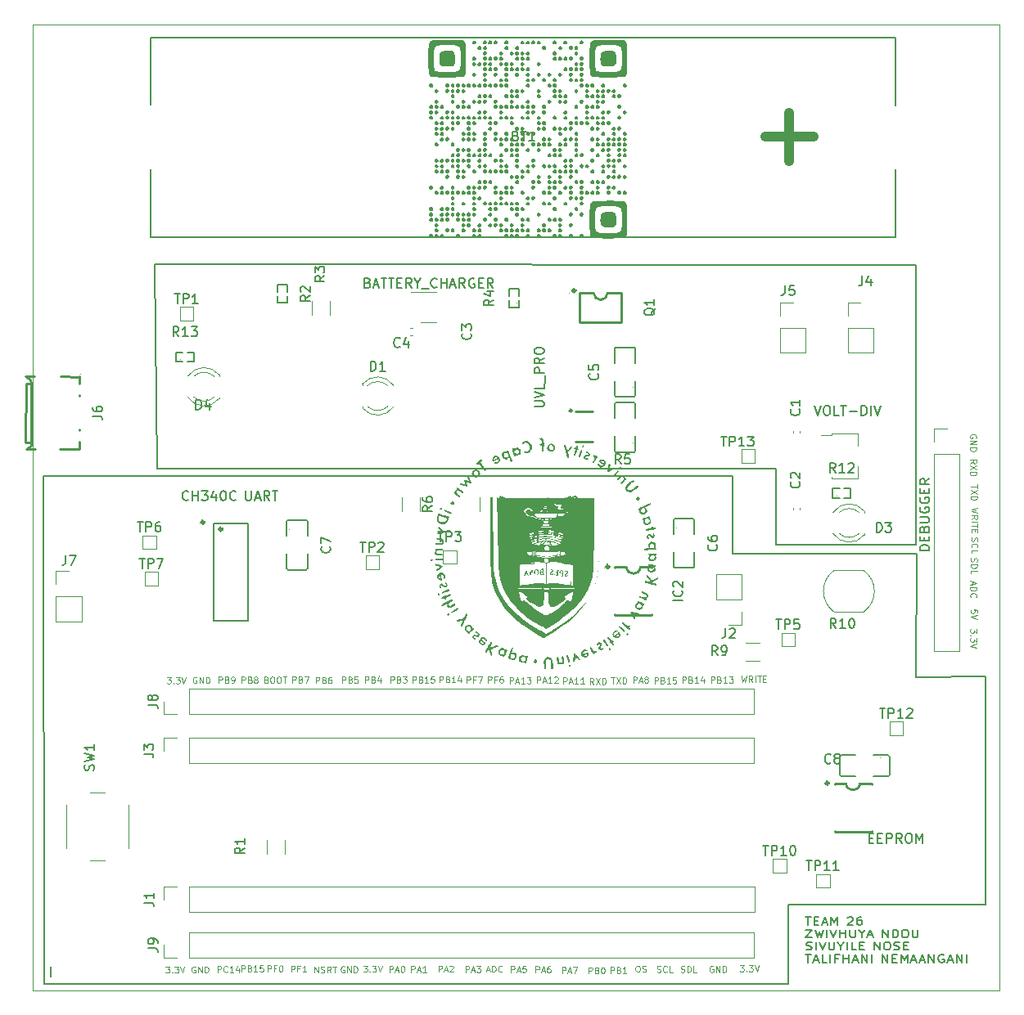
<source format=gm1>
%TF.GenerationSoftware,KiCad,Pcbnew,(7.0.0)*%
%TF.CreationDate,2023-04-04T08:25:30+02:00*%
%TF.ProjectId,Main Schematic,4d61696e-2053-4636-9865-6d617469632e,rev?*%
%TF.SameCoordinates,Original*%
%TF.FileFunction,Profile,NP*%
%FSLAX46Y46*%
G04 Gerber Fmt 4.6, Leading zero omitted, Abs format (unit mm)*
G04 Created by KiCad (PCBNEW (7.0.0)) date 2023-04-04 08:25:30*
%MOMM*%
%LPD*%
G01*
G04 APERTURE LIST*
%TA.AperFunction,Profile*%
%ADD10C,0.100000*%
%TD*%
%ADD11C,0.150000*%
%ADD12C,0.100000*%
%ADD13C,0.254000*%
%ADD14C,0.059995*%
%ADD15C,0.120000*%
%ADD16C,1.000000*%
%ADD17C,0.152400*%
%ADD18C,0.300000*%
G04 APERTURE END LIST*
D10*
X101168000Y-38430000D02*
X201168000Y-38430000D01*
X201168000Y-38430000D02*
X201168000Y-138430000D01*
X201168000Y-138430000D02*
X101168000Y-138430000D01*
X101168000Y-138430000D02*
X101168000Y-38430000D01*
D11*
X192659000Y-93218000D02*
X192500000Y-106010000D01*
X102362000Y-137795000D02*
X179324000Y-137795000D01*
X113792000Y-63246000D02*
X114046000Y-84455000D01*
X179324000Y-129540000D02*
X199771000Y-129540000D01*
X178020000Y-84400000D02*
X178030000Y-92330000D01*
X178030000Y-92330000D02*
X192520000Y-92330000D01*
X114046000Y-84455000D02*
X178020000Y-84400000D01*
X199771000Y-129540000D02*
X199771000Y-105918000D01*
X192532000Y-63373000D02*
X113792000Y-63246000D01*
X134874000Y-85217000D02*
X102290000Y-85150000D01*
X173609000Y-85217000D02*
X134874000Y-85217000D01*
X103000000Y-136000000D02*
X103000000Y-137000000D01*
X192659000Y-93218000D02*
X173609000Y-93218000D01*
X192532000Y-91313000D02*
X192532000Y-63373000D01*
X102290000Y-85150000D02*
X102362000Y-137795000D01*
X173609000Y-93218000D02*
X173609000Y-85217000D01*
X179324000Y-137795000D02*
X179324000Y-129540000D01*
X192520000Y-92330000D02*
X192532000Y-91313000D01*
X192500000Y-106010000D02*
X199771000Y-105918000D01*
D12*
X153334761Y-106618547D02*
X153334761Y-105968547D01*
X153334761Y-105968547D02*
X153582380Y-105968547D01*
X153582380Y-105968547D02*
X153644285Y-105999500D01*
X153644285Y-105999500D02*
X153675238Y-106030452D01*
X153675238Y-106030452D02*
X153706190Y-106092357D01*
X153706190Y-106092357D02*
X153706190Y-106185214D01*
X153706190Y-106185214D02*
X153675238Y-106247119D01*
X153675238Y-106247119D02*
X153644285Y-106278071D01*
X153644285Y-106278071D02*
X153582380Y-106309023D01*
X153582380Y-106309023D02*
X153334761Y-106309023D01*
X153953809Y-106432833D02*
X154263333Y-106432833D01*
X153891904Y-106618547D02*
X154108571Y-105968547D01*
X154108571Y-105968547D02*
X154325238Y-106618547D01*
X154882381Y-106618547D02*
X154510952Y-106618547D01*
X154696666Y-106618547D02*
X154696666Y-105968547D01*
X154696666Y-105968547D02*
X154634762Y-106061404D01*
X154634762Y-106061404D02*
X154572857Y-106123309D01*
X154572857Y-106123309D02*
X154510952Y-106154261D01*
X155130000Y-106030452D02*
X155160952Y-105999500D01*
X155160952Y-105999500D02*
X155222857Y-105968547D01*
X155222857Y-105968547D02*
X155377619Y-105968547D01*
X155377619Y-105968547D02*
X155439524Y-105999500D01*
X155439524Y-105999500D02*
X155470476Y-106030452D01*
X155470476Y-106030452D02*
X155501429Y-106092357D01*
X155501429Y-106092357D02*
X155501429Y-106154261D01*
X155501429Y-106154261D02*
X155470476Y-106247119D01*
X155470476Y-106247119D02*
X155099048Y-106618547D01*
X155099048Y-106618547D02*
X155501429Y-106618547D01*
X130464761Y-106638547D02*
X130464761Y-105988547D01*
X130464761Y-105988547D02*
X130712380Y-105988547D01*
X130712380Y-105988547D02*
X130774285Y-106019500D01*
X130774285Y-106019500D02*
X130805238Y-106050452D01*
X130805238Y-106050452D02*
X130836190Y-106112357D01*
X130836190Y-106112357D02*
X130836190Y-106205214D01*
X130836190Y-106205214D02*
X130805238Y-106267119D01*
X130805238Y-106267119D02*
X130774285Y-106298071D01*
X130774285Y-106298071D02*
X130712380Y-106329023D01*
X130712380Y-106329023D02*
X130464761Y-106329023D01*
X131331428Y-106298071D02*
X131424285Y-106329023D01*
X131424285Y-106329023D02*
X131455238Y-106359976D01*
X131455238Y-106359976D02*
X131486190Y-106421880D01*
X131486190Y-106421880D02*
X131486190Y-106514738D01*
X131486190Y-106514738D02*
X131455238Y-106576642D01*
X131455238Y-106576642D02*
X131424285Y-106607595D01*
X131424285Y-106607595D02*
X131362380Y-106638547D01*
X131362380Y-106638547D02*
X131114761Y-106638547D01*
X131114761Y-106638547D02*
X131114761Y-105988547D01*
X131114761Y-105988547D02*
X131331428Y-105988547D01*
X131331428Y-105988547D02*
X131393333Y-106019500D01*
X131393333Y-106019500D02*
X131424285Y-106050452D01*
X131424285Y-106050452D02*
X131455238Y-106112357D01*
X131455238Y-106112357D02*
X131455238Y-106174261D01*
X131455238Y-106174261D02*
X131424285Y-106236166D01*
X131424285Y-106236166D02*
X131393333Y-106267119D01*
X131393333Y-106267119D02*
X131331428Y-106298071D01*
X131331428Y-106298071D02*
X131114761Y-106298071D01*
X132043333Y-105988547D02*
X131919523Y-105988547D01*
X131919523Y-105988547D02*
X131857619Y-106019500D01*
X131857619Y-106019500D02*
X131826666Y-106050452D01*
X131826666Y-106050452D02*
X131764761Y-106143309D01*
X131764761Y-106143309D02*
X131733809Y-106267119D01*
X131733809Y-106267119D02*
X131733809Y-106514738D01*
X131733809Y-106514738D02*
X131764761Y-106576642D01*
X131764761Y-106576642D02*
X131795714Y-106607595D01*
X131795714Y-106607595D02*
X131857619Y-106638547D01*
X131857619Y-106638547D02*
X131981428Y-106638547D01*
X131981428Y-106638547D02*
X132043333Y-106607595D01*
X132043333Y-106607595D02*
X132074285Y-106576642D01*
X132074285Y-106576642D02*
X132105238Y-106514738D01*
X132105238Y-106514738D02*
X132105238Y-106359976D01*
X132105238Y-106359976D02*
X132074285Y-106298071D01*
X132074285Y-106298071D02*
X132043333Y-106267119D01*
X132043333Y-106267119D02*
X131981428Y-106236166D01*
X131981428Y-106236166D02*
X131857619Y-106236166D01*
X131857619Y-106236166D02*
X131795714Y-106267119D01*
X131795714Y-106267119D02*
X131764761Y-106298071D01*
X131764761Y-106298071D02*
X131733809Y-106359976D01*
X133184761Y-106618547D02*
X133184761Y-105968547D01*
X133184761Y-105968547D02*
X133432380Y-105968547D01*
X133432380Y-105968547D02*
X133494285Y-105999500D01*
X133494285Y-105999500D02*
X133525238Y-106030452D01*
X133525238Y-106030452D02*
X133556190Y-106092357D01*
X133556190Y-106092357D02*
X133556190Y-106185214D01*
X133556190Y-106185214D02*
X133525238Y-106247119D01*
X133525238Y-106247119D02*
X133494285Y-106278071D01*
X133494285Y-106278071D02*
X133432380Y-106309023D01*
X133432380Y-106309023D02*
X133184761Y-106309023D01*
X134051428Y-106278071D02*
X134144285Y-106309023D01*
X134144285Y-106309023D02*
X134175238Y-106339976D01*
X134175238Y-106339976D02*
X134206190Y-106401880D01*
X134206190Y-106401880D02*
X134206190Y-106494738D01*
X134206190Y-106494738D02*
X134175238Y-106556642D01*
X134175238Y-106556642D02*
X134144285Y-106587595D01*
X134144285Y-106587595D02*
X134082380Y-106618547D01*
X134082380Y-106618547D02*
X133834761Y-106618547D01*
X133834761Y-106618547D02*
X133834761Y-105968547D01*
X133834761Y-105968547D02*
X134051428Y-105968547D01*
X134051428Y-105968547D02*
X134113333Y-105999500D01*
X134113333Y-105999500D02*
X134144285Y-106030452D01*
X134144285Y-106030452D02*
X134175238Y-106092357D01*
X134175238Y-106092357D02*
X134175238Y-106154261D01*
X134175238Y-106154261D02*
X134144285Y-106216166D01*
X134144285Y-106216166D02*
X134113333Y-106247119D01*
X134113333Y-106247119D02*
X134051428Y-106278071D01*
X134051428Y-106278071D02*
X133834761Y-106278071D01*
X134794285Y-105968547D02*
X134484761Y-105968547D01*
X134484761Y-105968547D02*
X134453809Y-106278071D01*
X134453809Y-106278071D02*
X134484761Y-106247119D01*
X134484761Y-106247119D02*
X134546666Y-106216166D01*
X134546666Y-106216166D02*
X134701428Y-106216166D01*
X134701428Y-106216166D02*
X134763333Y-106247119D01*
X134763333Y-106247119D02*
X134794285Y-106278071D01*
X134794285Y-106278071D02*
X134825238Y-106339976D01*
X134825238Y-106339976D02*
X134825238Y-106494738D01*
X134825238Y-106494738D02*
X134794285Y-106556642D01*
X134794285Y-106556642D02*
X134763333Y-106587595D01*
X134763333Y-106587595D02*
X134701428Y-106618547D01*
X134701428Y-106618547D02*
X134546666Y-106618547D01*
X134546666Y-106618547D02*
X134484761Y-106587595D01*
X134484761Y-106587595D02*
X134453809Y-106556642D01*
X122804761Y-106605547D02*
X122804761Y-105955547D01*
X122804761Y-105955547D02*
X123052380Y-105955547D01*
X123052380Y-105955547D02*
X123114285Y-105986500D01*
X123114285Y-105986500D02*
X123145238Y-106017452D01*
X123145238Y-106017452D02*
X123176190Y-106079357D01*
X123176190Y-106079357D02*
X123176190Y-106172214D01*
X123176190Y-106172214D02*
X123145238Y-106234119D01*
X123145238Y-106234119D02*
X123114285Y-106265071D01*
X123114285Y-106265071D02*
X123052380Y-106296023D01*
X123052380Y-106296023D02*
X122804761Y-106296023D01*
X123671428Y-106265071D02*
X123764285Y-106296023D01*
X123764285Y-106296023D02*
X123795238Y-106326976D01*
X123795238Y-106326976D02*
X123826190Y-106388880D01*
X123826190Y-106388880D02*
X123826190Y-106481738D01*
X123826190Y-106481738D02*
X123795238Y-106543642D01*
X123795238Y-106543642D02*
X123764285Y-106574595D01*
X123764285Y-106574595D02*
X123702380Y-106605547D01*
X123702380Y-106605547D02*
X123454761Y-106605547D01*
X123454761Y-106605547D02*
X123454761Y-105955547D01*
X123454761Y-105955547D02*
X123671428Y-105955547D01*
X123671428Y-105955547D02*
X123733333Y-105986500D01*
X123733333Y-105986500D02*
X123764285Y-106017452D01*
X123764285Y-106017452D02*
X123795238Y-106079357D01*
X123795238Y-106079357D02*
X123795238Y-106141261D01*
X123795238Y-106141261D02*
X123764285Y-106203166D01*
X123764285Y-106203166D02*
X123733333Y-106234119D01*
X123733333Y-106234119D02*
X123671428Y-106265071D01*
X123671428Y-106265071D02*
X123454761Y-106265071D01*
X124197619Y-106234119D02*
X124135714Y-106203166D01*
X124135714Y-106203166D02*
X124104761Y-106172214D01*
X124104761Y-106172214D02*
X124073809Y-106110309D01*
X124073809Y-106110309D02*
X124073809Y-106079357D01*
X124073809Y-106079357D02*
X124104761Y-106017452D01*
X124104761Y-106017452D02*
X124135714Y-105986500D01*
X124135714Y-105986500D02*
X124197619Y-105955547D01*
X124197619Y-105955547D02*
X124321428Y-105955547D01*
X124321428Y-105955547D02*
X124383333Y-105986500D01*
X124383333Y-105986500D02*
X124414285Y-106017452D01*
X124414285Y-106017452D02*
X124445238Y-106079357D01*
X124445238Y-106079357D02*
X124445238Y-106110309D01*
X124445238Y-106110309D02*
X124414285Y-106172214D01*
X124414285Y-106172214D02*
X124383333Y-106203166D01*
X124383333Y-106203166D02*
X124321428Y-106234119D01*
X124321428Y-106234119D02*
X124197619Y-106234119D01*
X124197619Y-106234119D02*
X124135714Y-106265071D01*
X124135714Y-106265071D02*
X124104761Y-106296023D01*
X124104761Y-106296023D02*
X124073809Y-106357928D01*
X124073809Y-106357928D02*
X124073809Y-106481738D01*
X124073809Y-106481738D02*
X124104761Y-106543642D01*
X124104761Y-106543642D02*
X124135714Y-106574595D01*
X124135714Y-106574595D02*
X124197619Y-106605547D01*
X124197619Y-106605547D02*
X124321428Y-106605547D01*
X124321428Y-106605547D02*
X124383333Y-106574595D01*
X124383333Y-106574595D02*
X124414285Y-106543642D01*
X124414285Y-106543642D02*
X124445238Y-106481738D01*
X124445238Y-106481738D02*
X124445238Y-106357928D01*
X124445238Y-106357928D02*
X124414285Y-106296023D01*
X124414285Y-106296023D02*
X124383333Y-106265071D01*
X124383333Y-106265071D02*
X124321428Y-106234119D01*
X158684761Y-136698547D02*
X158684761Y-136048547D01*
X158684761Y-136048547D02*
X158932380Y-136048547D01*
X158932380Y-136048547D02*
X158994285Y-136079500D01*
X158994285Y-136079500D02*
X159025238Y-136110452D01*
X159025238Y-136110452D02*
X159056190Y-136172357D01*
X159056190Y-136172357D02*
X159056190Y-136265214D01*
X159056190Y-136265214D02*
X159025238Y-136327119D01*
X159025238Y-136327119D02*
X158994285Y-136358071D01*
X158994285Y-136358071D02*
X158932380Y-136389023D01*
X158932380Y-136389023D02*
X158684761Y-136389023D01*
X159551428Y-136358071D02*
X159644285Y-136389023D01*
X159644285Y-136389023D02*
X159675238Y-136419976D01*
X159675238Y-136419976D02*
X159706190Y-136481880D01*
X159706190Y-136481880D02*
X159706190Y-136574738D01*
X159706190Y-136574738D02*
X159675238Y-136636642D01*
X159675238Y-136636642D02*
X159644285Y-136667595D01*
X159644285Y-136667595D02*
X159582380Y-136698547D01*
X159582380Y-136698547D02*
X159334761Y-136698547D01*
X159334761Y-136698547D02*
X159334761Y-136048547D01*
X159334761Y-136048547D02*
X159551428Y-136048547D01*
X159551428Y-136048547D02*
X159613333Y-136079500D01*
X159613333Y-136079500D02*
X159644285Y-136110452D01*
X159644285Y-136110452D02*
X159675238Y-136172357D01*
X159675238Y-136172357D02*
X159675238Y-136234261D01*
X159675238Y-136234261D02*
X159644285Y-136296166D01*
X159644285Y-136296166D02*
X159613333Y-136327119D01*
X159613333Y-136327119D02*
X159551428Y-136358071D01*
X159551428Y-136358071D02*
X159334761Y-136358071D01*
X160108571Y-136048547D02*
X160170476Y-136048547D01*
X160170476Y-136048547D02*
X160232380Y-136079500D01*
X160232380Y-136079500D02*
X160263333Y-136110452D01*
X160263333Y-136110452D02*
X160294285Y-136172357D01*
X160294285Y-136172357D02*
X160325238Y-136296166D01*
X160325238Y-136296166D02*
X160325238Y-136450928D01*
X160325238Y-136450928D02*
X160294285Y-136574738D01*
X160294285Y-136574738D02*
X160263333Y-136636642D01*
X160263333Y-136636642D02*
X160232380Y-136667595D01*
X160232380Y-136667595D02*
X160170476Y-136698547D01*
X160170476Y-136698547D02*
X160108571Y-136698547D01*
X160108571Y-136698547D02*
X160046666Y-136667595D01*
X160046666Y-136667595D02*
X160015714Y-136636642D01*
X160015714Y-136636642D02*
X159984761Y-136574738D01*
X159984761Y-136574738D02*
X159953809Y-136450928D01*
X159953809Y-136450928D02*
X159953809Y-136296166D01*
X159953809Y-136296166D02*
X159984761Y-136172357D01*
X159984761Y-136172357D02*
X160015714Y-136110452D01*
X160015714Y-136110452D02*
X160046666Y-136079500D01*
X160046666Y-136079500D02*
X160108571Y-136048547D01*
X198861452Y-99354285D02*
X198861452Y-99044761D01*
X198861452Y-99044761D02*
X198551928Y-99013809D01*
X198551928Y-99013809D02*
X198582880Y-99044761D01*
X198582880Y-99044761D02*
X198613833Y-99106666D01*
X198613833Y-99106666D02*
X198613833Y-99261428D01*
X198613833Y-99261428D02*
X198582880Y-99323333D01*
X198582880Y-99323333D02*
X198551928Y-99354285D01*
X198551928Y-99354285D02*
X198490023Y-99385238D01*
X198490023Y-99385238D02*
X198335261Y-99385238D01*
X198335261Y-99385238D02*
X198273357Y-99354285D01*
X198273357Y-99354285D02*
X198242404Y-99323333D01*
X198242404Y-99323333D02*
X198211452Y-99261428D01*
X198211452Y-99261428D02*
X198211452Y-99106666D01*
X198211452Y-99106666D02*
X198242404Y-99044761D01*
X198242404Y-99044761D02*
X198273357Y-99013809D01*
X198861452Y-99570952D02*
X198211452Y-99787619D01*
X198211452Y-99787619D02*
X198861452Y-100004286D01*
X125341428Y-106268071D02*
X125434285Y-106299023D01*
X125434285Y-106299023D02*
X125465238Y-106329976D01*
X125465238Y-106329976D02*
X125496190Y-106391880D01*
X125496190Y-106391880D02*
X125496190Y-106484738D01*
X125496190Y-106484738D02*
X125465238Y-106546642D01*
X125465238Y-106546642D02*
X125434285Y-106577595D01*
X125434285Y-106577595D02*
X125372380Y-106608547D01*
X125372380Y-106608547D02*
X125124761Y-106608547D01*
X125124761Y-106608547D02*
X125124761Y-105958547D01*
X125124761Y-105958547D02*
X125341428Y-105958547D01*
X125341428Y-105958547D02*
X125403333Y-105989500D01*
X125403333Y-105989500D02*
X125434285Y-106020452D01*
X125434285Y-106020452D02*
X125465238Y-106082357D01*
X125465238Y-106082357D02*
X125465238Y-106144261D01*
X125465238Y-106144261D02*
X125434285Y-106206166D01*
X125434285Y-106206166D02*
X125403333Y-106237119D01*
X125403333Y-106237119D02*
X125341428Y-106268071D01*
X125341428Y-106268071D02*
X125124761Y-106268071D01*
X125898571Y-105958547D02*
X126022380Y-105958547D01*
X126022380Y-105958547D02*
X126084285Y-105989500D01*
X126084285Y-105989500D02*
X126146190Y-106051404D01*
X126146190Y-106051404D02*
X126177142Y-106175214D01*
X126177142Y-106175214D02*
X126177142Y-106391880D01*
X126177142Y-106391880D02*
X126146190Y-106515690D01*
X126146190Y-106515690D02*
X126084285Y-106577595D01*
X126084285Y-106577595D02*
X126022380Y-106608547D01*
X126022380Y-106608547D02*
X125898571Y-106608547D01*
X125898571Y-106608547D02*
X125836666Y-106577595D01*
X125836666Y-106577595D02*
X125774761Y-106515690D01*
X125774761Y-106515690D02*
X125743809Y-106391880D01*
X125743809Y-106391880D02*
X125743809Y-106175214D01*
X125743809Y-106175214D02*
X125774761Y-106051404D01*
X125774761Y-106051404D02*
X125836666Y-105989500D01*
X125836666Y-105989500D02*
X125898571Y-105958547D01*
X126579523Y-105958547D02*
X126703332Y-105958547D01*
X126703332Y-105958547D02*
X126765237Y-105989500D01*
X126765237Y-105989500D02*
X126827142Y-106051404D01*
X126827142Y-106051404D02*
X126858094Y-106175214D01*
X126858094Y-106175214D02*
X126858094Y-106391880D01*
X126858094Y-106391880D02*
X126827142Y-106515690D01*
X126827142Y-106515690D02*
X126765237Y-106577595D01*
X126765237Y-106577595D02*
X126703332Y-106608547D01*
X126703332Y-106608547D02*
X126579523Y-106608547D01*
X126579523Y-106608547D02*
X126517618Y-106577595D01*
X126517618Y-106577595D02*
X126455713Y-106515690D01*
X126455713Y-106515690D02*
X126424761Y-106391880D01*
X126424761Y-106391880D02*
X126424761Y-106175214D01*
X126424761Y-106175214D02*
X126455713Y-106051404D01*
X126455713Y-106051404D02*
X126517618Y-105989500D01*
X126517618Y-105989500D02*
X126579523Y-105958547D01*
X127043808Y-105958547D02*
X127415237Y-105958547D01*
X127229523Y-106608547D02*
X127229523Y-105958547D01*
X130334761Y-136598547D02*
X130334761Y-135948547D01*
X130334761Y-135948547D02*
X130706190Y-136598547D01*
X130706190Y-136598547D02*
X130706190Y-135948547D01*
X130984761Y-136567595D02*
X131077618Y-136598547D01*
X131077618Y-136598547D02*
X131232380Y-136598547D01*
X131232380Y-136598547D02*
X131294285Y-136567595D01*
X131294285Y-136567595D02*
X131325237Y-136536642D01*
X131325237Y-136536642D02*
X131356190Y-136474738D01*
X131356190Y-136474738D02*
X131356190Y-136412833D01*
X131356190Y-136412833D02*
X131325237Y-136350928D01*
X131325237Y-136350928D02*
X131294285Y-136319976D01*
X131294285Y-136319976D02*
X131232380Y-136289023D01*
X131232380Y-136289023D02*
X131108571Y-136258071D01*
X131108571Y-136258071D02*
X131046666Y-136227119D01*
X131046666Y-136227119D02*
X131015713Y-136196166D01*
X131015713Y-136196166D02*
X130984761Y-136134261D01*
X130984761Y-136134261D02*
X130984761Y-136072357D01*
X130984761Y-136072357D02*
X131015713Y-136010452D01*
X131015713Y-136010452D02*
X131046666Y-135979500D01*
X131046666Y-135979500D02*
X131108571Y-135948547D01*
X131108571Y-135948547D02*
X131263332Y-135948547D01*
X131263332Y-135948547D02*
X131356190Y-135979500D01*
X132006190Y-136598547D02*
X131789523Y-136289023D01*
X131634761Y-136598547D02*
X131634761Y-135948547D01*
X131634761Y-135948547D02*
X131882380Y-135948547D01*
X131882380Y-135948547D02*
X131944285Y-135979500D01*
X131944285Y-135979500D02*
X131975238Y-136010452D01*
X131975238Y-136010452D02*
X132006190Y-136072357D01*
X132006190Y-136072357D02*
X132006190Y-136165214D01*
X132006190Y-136165214D02*
X131975238Y-136227119D01*
X131975238Y-136227119D02*
X131944285Y-136258071D01*
X131944285Y-136258071D02*
X131882380Y-136289023D01*
X131882380Y-136289023D02*
X131634761Y-136289023D01*
X132191904Y-135948547D02*
X132563333Y-135948547D01*
X132377619Y-136598547D02*
X132377619Y-135948547D01*
X198242404Y-93693809D02*
X198211452Y-93786666D01*
X198211452Y-93786666D02*
X198211452Y-93941428D01*
X198211452Y-93941428D02*
X198242404Y-94003333D01*
X198242404Y-94003333D02*
X198273357Y-94034285D01*
X198273357Y-94034285D02*
X198335261Y-94065238D01*
X198335261Y-94065238D02*
X198397166Y-94065238D01*
X198397166Y-94065238D02*
X198459071Y-94034285D01*
X198459071Y-94034285D02*
X198490023Y-94003333D01*
X198490023Y-94003333D02*
X198520976Y-93941428D01*
X198520976Y-93941428D02*
X198551928Y-93817619D01*
X198551928Y-93817619D02*
X198582880Y-93755714D01*
X198582880Y-93755714D02*
X198613833Y-93724761D01*
X198613833Y-93724761D02*
X198675738Y-93693809D01*
X198675738Y-93693809D02*
X198737642Y-93693809D01*
X198737642Y-93693809D02*
X198799547Y-93724761D01*
X198799547Y-93724761D02*
X198830500Y-93755714D01*
X198830500Y-93755714D02*
X198861452Y-93817619D01*
X198861452Y-93817619D02*
X198861452Y-93972380D01*
X198861452Y-93972380D02*
X198830500Y-94065238D01*
X198211452Y-94343809D02*
X198861452Y-94343809D01*
X198861452Y-94343809D02*
X198861452Y-94498571D01*
X198861452Y-94498571D02*
X198830500Y-94591428D01*
X198830500Y-94591428D02*
X198768595Y-94653333D01*
X198768595Y-94653333D02*
X198706690Y-94684286D01*
X198706690Y-94684286D02*
X198582880Y-94715238D01*
X198582880Y-94715238D02*
X198490023Y-94715238D01*
X198490023Y-94715238D02*
X198366214Y-94684286D01*
X198366214Y-94684286D02*
X198304309Y-94653333D01*
X198304309Y-94653333D02*
X198242404Y-94591428D01*
X198242404Y-94591428D02*
X198211452Y-94498571D01*
X198211452Y-94498571D02*
X198211452Y-94343809D01*
X198211452Y-95303333D02*
X198211452Y-94993809D01*
X198211452Y-94993809D02*
X198861452Y-94993809D01*
X120424761Y-106598547D02*
X120424761Y-105948547D01*
X120424761Y-105948547D02*
X120672380Y-105948547D01*
X120672380Y-105948547D02*
X120734285Y-105979500D01*
X120734285Y-105979500D02*
X120765238Y-106010452D01*
X120765238Y-106010452D02*
X120796190Y-106072357D01*
X120796190Y-106072357D02*
X120796190Y-106165214D01*
X120796190Y-106165214D02*
X120765238Y-106227119D01*
X120765238Y-106227119D02*
X120734285Y-106258071D01*
X120734285Y-106258071D02*
X120672380Y-106289023D01*
X120672380Y-106289023D02*
X120424761Y-106289023D01*
X121291428Y-106258071D02*
X121384285Y-106289023D01*
X121384285Y-106289023D02*
X121415238Y-106319976D01*
X121415238Y-106319976D02*
X121446190Y-106381880D01*
X121446190Y-106381880D02*
X121446190Y-106474738D01*
X121446190Y-106474738D02*
X121415238Y-106536642D01*
X121415238Y-106536642D02*
X121384285Y-106567595D01*
X121384285Y-106567595D02*
X121322380Y-106598547D01*
X121322380Y-106598547D02*
X121074761Y-106598547D01*
X121074761Y-106598547D02*
X121074761Y-105948547D01*
X121074761Y-105948547D02*
X121291428Y-105948547D01*
X121291428Y-105948547D02*
X121353333Y-105979500D01*
X121353333Y-105979500D02*
X121384285Y-106010452D01*
X121384285Y-106010452D02*
X121415238Y-106072357D01*
X121415238Y-106072357D02*
X121415238Y-106134261D01*
X121415238Y-106134261D02*
X121384285Y-106196166D01*
X121384285Y-106196166D02*
X121353333Y-106227119D01*
X121353333Y-106227119D02*
X121291428Y-106258071D01*
X121291428Y-106258071D02*
X121074761Y-106258071D01*
X121755714Y-106598547D02*
X121879523Y-106598547D01*
X121879523Y-106598547D02*
X121941428Y-106567595D01*
X121941428Y-106567595D02*
X121972380Y-106536642D01*
X121972380Y-106536642D02*
X122034285Y-106443785D01*
X122034285Y-106443785D02*
X122065238Y-106319976D01*
X122065238Y-106319976D02*
X122065238Y-106072357D01*
X122065238Y-106072357D02*
X122034285Y-106010452D01*
X122034285Y-106010452D02*
X122003333Y-105979500D01*
X122003333Y-105979500D02*
X121941428Y-105948547D01*
X121941428Y-105948547D02*
X121817619Y-105948547D01*
X121817619Y-105948547D02*
X121755714Y-105979500D01*
X121755714Y-105979500D02*
X121724761Y-106010452D01*
X121724761Y-106010452D02*
X121693809Y-106072357D01*
X121693809Y-106072357D02*
X121693809Y-106227119D01*
X121693809Y-106227119D02*
X121724761Y-106289023D01*
X121724761Y-106289023D02*
X121755714Y-106319976D01*
X121755714Y-106319976D02*
X121817619Y-106350928D01*
X121817619Y-106350928D02*
X121941428Y-106350928D01*
X121941428Y-106350928D02*
X122003333Y-106319976D01*
X122003333Y-106319976D02*
X122034285Y-106289023D01*
X122034285Y-106289023D02*
X122065238Y-106227119D01*
X120294761Y-136558547D02*
X120294761Y-135908547D01*
X120294761Y-135908547D02*
X120542380Y-135908547D01*
X120542380Y-135908547D02*
X120604285Y-135939500D01*
X120604285Y-135939500D02*
X120635238Y-135970452D01*
X120635238Y-135970452D02*
X120666190Y-136032357D01*
X120666190Y-136032357D02*
X120666190Y-136125214D01*
X120666190Y-136125214D02*
X120635238Y-136187119D01*
X120635238Y-136187119D02*
X120604285Y-136218071D01*
X120604285Y-136218071D02*
X120542380Y-136249023D01*
X120542380Y-136249023D02*
X120294761Y-136249023D01*
X121316190Y-136496642D02*
X121285238Y-136527595D01*
X121285238Y-136527595D02*
X121192380Y-136558547D01*
X121192380Y-136558547D02*
X121130476Y-136558547D01*
X121130476Y-136558547D02*
X121037619Y-136527595D01*
X121037619Y-136527595D02*
X120975714Y-136465690D01*
X120975714Y-136465690D02*
X120944761Y-136403785D01*
X120944761Y-136403785D02*
X120913809Y-136279976D01*
X120913809Y-136279976D02*
X120913809Y-136187119D01*
X120913809Y-136187119D02*
X120944761Y-136063309D01*
X120944761Y-136063309D02*
X120975714Y-136001404D01*
X120975714Y-136001404D02*
X121037619Y-135939500D01*
X121037619Y-135939500D02*
X121130476Y-135908547D01*
X121130476Y-135908547D02*
X121192380Y-135908547D01*
X121192380Y-135908547D02*
X121285238Y-135939500D01*
X121285238Y-135939500D02*
X121316190Y-135970452D01*
X121935238Y-136558547D02*
X121563809Y-136558547D01*
X121749523Y-136558547D02*
X121749523Y-135908547D01*
X121749523Y-135908547D02*
X121687619Y-136001404D01*
X121687619Y-136001404D02*
X121625714Y-136063309D01*
X121625714Y-136063309D02*
X121563809Y-136094261D01*
X122492381Y-136125214D02*
X122492381Y-136558547D01*
X122337619Y-135877595D02*
X122182857Y-136341880D01*
X122182857Y-136341880D02*
X122585238Y-136341880D01*
X171555238Y-135939500D02*
X171493333Y-135908547D01*
X171493333Y-135908547D02*
X171400476Y-135908547D01*
X171400476Y-135908547D02*
X171307619Y-135939500D01*
X171307619Y-135939500D02*
X171245714Y-136001404D01*
X171245714Y-136001404D02*
X171214761Y-136063309D01*
X171214761Y-136063309D02*
X171183809Y-136187119D01*
X171183809Y-136187119D02*
X171183809Y-136279976D01*
X171183809Y-136279976D02*
X171214761Y-136403785D01*
X171214761Y-136403785D02*
X171245714Y-136465690D01*
X171245714Y-136465690D02*
X171307619Y-136527595D01*
X171307619Y-136527595D02*
X171400476Y-136558547D01*
X171400476Y-136558547D02*
X171462380Y-136558547D01*
X171462380Y-136558547D02*
X171555238Y-136527595D01*
X171555238Y-136527595D02*
X171586190Y-136496642D01*
X171586190Y-136496642D02*
X171586190Y-136279976D01*
X171586190Y-136279976D02*
X171462380Y-136279976D01*
X171864761Y-136558547D02*
X171864761Y-135908547D01*
X171864761Y-135908547D02*
X172236190Y-136558547D01*
X172236190Y-136558547D02*
X172236190Y-135908547D01*
X172545713Y-136558547D02*
X172545713Y-135908547D01*
X172545713Y-135908547D02*
X172700475Y-135908547D01*
X172700475Y-135908547D02*
X172793332Y-135939500D01*
X172793332Y-135939500D02*
X172855237Y-136001404D01*
X172855237Y-136001404D02*
X172886190Y-136063309D01*
X172886190Y-136063309D02*
X172917142Y-136187119D01*
X172917142Y-136187119D02*
X172917142Y-136279976D01*
X172917142Y-136279976D02*
X172886190Y-136403785D01*
X172886190Y-136403785D02*
X172855237Y-136465690D01*
X172855237Y-136465690D02*
X172793332Y-136527595D01*
X172793332Y-136527595D02*
X172700475Y-136558547D01*
X172700475Y-136558547D02*
X172545713Y-136558547D01*
X117985238Y-135979500D02*
X117923333Y-135948547D01*
X117923333Y-135948547D02*
X117830476Y-135948547D01*
X117830476Y-135948547D02*
X117737619Y-135979500D01*
X117737619Y-135979500D02*
X117675714Y-136041404D01*
X117675714Y-136041404D02*
X117644761Y-136103309D01*
X117644761Y-136103309D02*
X117613809Y-136227119D01*
X117613809Y-136227119D02*
X117613809Y-136319976D01*
X117613809Y-136319976D02*
X117644761Y-136443785D01*
X117644761Y-136443785D02*
X117675714Y-136505690D01*
X117675714Y-136505690D02*
X117737619Y-136567595D01*
X117737619Y-136567595D02*
X117830476Y-136598547D01*
X117830476Y-136598547D02*
X117892380Y-136598547D01*
X117892380Y-136598547D02*
X117985238Y-136567595D01*
X117985238Y-136567595D02*
X118016190Y-136536642D01*
X118016190Y-136536642D02*
X118016190Y-136319976D01*
X118016190Y-136319976D02*
X117892380Y-136319976D01*
X118294761Y-136598547D02*
X118294761Y-135948547D01*
X118294761Y-135948547D02*
X118666190Y-136598547D01*
X118666190Y-136598547D02*
X118666190Y-135948547D01*
X118975713Y-136598547D02*
X118975713Y-135948547D01*
X118975713Y-135948547D02*
X119130475Y-135948547D01*
X119130475Y-135948547D02*
X119223332Y-135979500D01*
X119223332Y-135979500D02*
X119285237Y-136041404D01*
X119285237Y-136041404D02*
X119316190Y-136103309D01*
X119316190Y-136103309D02*
X119347142Y-136227119D01*
X119347142Y-136227119D02*
X119347142Y-136319976D01*
X119347142Y-136319976D02*
X119316190Y-136443785D01*
X119316190Y-136443785D02*
X119285237Y-136505690D01*
X119285237Y-136505690D02*
X119223332Y-136567595D01*
X119223332Y-136567595D02*
X119130475Y-136598547D01*
X119130475Y-136598547D02*
X118975713Y-136598547D01*
X135362857Y-135878547D02*
X135765238Y-135878547D01*
X135765238Y-135878547D02*
X135548571Y-136126166D01*
X135548571Y-136126166D02*
X135641428Y-136126166D01*
X135641428Y-136126166D02*
X135703333Y-136157119D01*
X135703333Y-136157119D02*
X135734285Y-136188071D01*
X135734285Y-136188071D02*
X135765238Y-136249976D01*
X135765238Y-136249976D02*
X135765238Y-136404738D01*
X135765238Y-136404738D02*
X135734285Y-136466642D01*
X135734285Y-136466642D02*
X135703333Y-136497595D01*
X135703333Y-136497595D02*
X135641428Y-136528547D01*
X135641428Y-136528547D02*
X135455714Y-136528547D01*
X135455714Y-136528547D02*
X135393809Y-136497595D01*
X135393809Y-136497595D02*
X135362857Y-136466642D01*
X136043809Y-136466642D02*
X136074762Y-136497595D01*
X136074762Y-136497595D02*
X136043809Y-136528547D01*
X136043809Y-136528547D02*
X136012857Y-136497595D01*
X136012857Y-136497595D02*
X136043809Y-136466642D01*
X136043809Y-136466642D02*
X136043809Y-136528547D01*
X136291429Y-135878547D02*
X136693810Y-135878547D01*
X136693810Y-135878547D02*
X136477143Y-136126166D01*
X136477143Y-136126166D02*
X136570000Y-136126166D01*
X136570000Y-136126166D02*
X136631905Y-136157119D01*
X136631905Y-136157119D02*
X136662857Y-136188071D01*
X136662857Y-136188071D02*
X136693810Y-136249976D01*
X136693810Y-136249976D02*
X136693810Y-136404738D01*
X136693810Y-136404738D02*
X136662857Y-136466642D01*
X136662857Y-136466642D02*
X136631905Y-136497595D01*
X136631905Y-136497595D02*
X136570000Y-136528547D01*
X136570000Y-136528547D02*
X136384286Y-136528547D01*
X136384286Y-136528547D02*
X136322381Y-136497595D01*
X136322381Y-136497595D02*
X136291429Y-136466642D01*
X136879524Y-135878547D02*
X137096191Y-136528547D01*
X137096191Y-136528547D02*
X137312858Y-135878547D01*
X168384761Y-106598547D02*
X168384761Y-105948547D01*
X168384761Y-105948547D02*
X168632380Y-105948547D01*
X168632380Y-105948547D02*
X168694285Y-105979500D01*
X168694285Y-105979500D02*
X168725238Y-106010452D01*
X168725238Y-106010452D02*
X168756190Y-106072357D01*
X168756190Y-106072357D02*
X168756190Y-106165214D01*
X168756190Y-106165214D02*
X168725238Y-106227119D01*
X168725238Y-106227119D02*
X168694285Y-106258071D01*
X168694285Y-106258071D02*
X168632380Y-106289023D01*
X168632380Y-106289023D02*
X168384761Y-106289023D01*
X169251428Y-106258071D02*
X169344285Y-106289023D01*
X169344285Y-106289023D02*
X169375238Y-106319976D01*
X169375238Y-106319976D02*
X169406190Y-106381880D01*
X169406190Y-106381880D02*
X169406190Y-106474738D01*
X169406190Y-106474738D02*
X169375238Y-106536642D01*
X169375238Y-106536642D02*
X169344285Y-106567595D01*
X169344285Y-106567595D02*
X169282380Y-106598547D01*
X169282380Y-106598547D02*
X169034761Y-106598547D01*
X169034761Y-106598547D02*
X169034761Y-105948547D01*
X169034761Y-105948547D02*
X169251428Y-105948547D01*
X169251428Y-105948547D02*
X169313333Y-105979500D01*
X169313333Y-105979500D02*
X169344285Y-106010452D01*
X169344285Y-106010452D02*
X169375238Y-106072357D01*
X169375238Y-106072357D02*
X169375238Y-106134261D01*
X169375238Y-106134261D02*
X169344285Y-106196166D01*
X169344285Y-106196166D02*
X169313333Y-106227119D01*
X169313333Y-106227119D02*
X169251428Y-106258071D01*
X169251428Y-106258071D02*
X169034761Y-106258071D01*
X170025238Y-106598547D02*
X169653809Y-106598547D01*
X169839523Y-106598547D02*
X169839523Y-105948547D01*
X169839523Y-105948547D02*
X169777619Y-106041404D01*
X169777619Y-106041404D02*
X169715714Y-106103309D01*
X169715714Y-106103309D02*
X169653809Y-106134261D01*
X170582381Y-106165214D02*
X170582381Y-106598547D01*
X170427619Y-105917595D02*
X170272857Y-106381880D01*
X170272857Y-106381880D02*
X170675238Y-106381880D01*
X118115238Y-106019500D02*
X118053333Y-105988547D01*
X118053333Y-105988547D02*
X117960476Y-105988547D01*
X117960476Y-105988547D02*
X117867619Y-106019500D01*
X117867619Y-106019500D02*
X117805714Y-106081404D01*
X117805714Y-106081404D02*
X117774761Y-106143309D01*
X117774761Y-106143309D02*
X117743809Y-106267119D01*
X117743809Y-106267119D02*
X117743809Y-106359976D01*
X117743809Y-106359976D02*
X117774761Y-106483785D01*
X117774761Y-106483785D02*
X117805714Y-106545690D01*
X117805714Y-106545690D02*
X117867619Y-106607595D01*
X117867619Y-106607595D02*
X117960476Y-106638547D01*
X117960476Y-106638547D02*
X118022380Y-106638547D01*
X118022380Y-106638547D02*
X118115238Y-106607595D01*
X118115238Y-106607595D02*
X118146190Y-106576642D01*
X118146190Y-106576642D02*
X118146190Y-106359976D01*
X118146190Y-106359976D02*
X118022380Y-106359976D01*
X118424761Y-106638547D02*
X118424761Y-105988547D01*
X118424761Y-105988547D02*
X118796190Y-106638547D01*
X118796190Y-106638547D02*
X118796190Y-105988547D01*
X119105713Y-106638547D02*
X119105713Y-105988547D01*
X119105713Y-105988547D02*
X119260475Y-105988547D01*
X119260475Y-105988547D02*
X119353332Y-106019500D01*
X119353332Y-106019500D02*
X119415237Y-106081404D01*
X119415237Y-106081404D02*
X119446190Y-106143309D01*
X119446190Y-106143309D02*
X119477142Y-106267119D01*
X119477142Y-106267119D02*
X119477142Y-106359976D01*
X119477142Y-106359976D02*
X119446190Y-106483785D01*
X119446190Y-106483785D02*
X119415237Y-106545690D01*
X119415237Y-106545690D02*
X119353332Y-106607595D01*
X119353332Y-106607595D02*
X119260475Y-106638547D01*
X119260475Y-106638547D02*
X119105713Y-106638547D01*
X155924761Y-136692019D02*
X155924761Y-136012019D01*
X155924761Y-136012019D02*
X156172380Y-136012019D01*
X156172380Y-136012019D02*
X156234285Y-136044400D01*
X156234285Y-136044400D02*
X156265238Y-136076780D01*
X156265238Y-136076780D02*
X156296190Y-136141542D01*
X156296190Y-136141542D02*
X156296190Y-136238685D01*
X156296190Y-136238685D02*
X156265238Y-136303447D01*
X156265238Y-136303447D02*
X156234285Y-136335828D01*
X156234285Y-136335828D02*
X156172380Y-136368209D01*
X156172380Y-136368209D02*
X155924761Y-136368209D01*
X156543809Y-136497733D02*
X156853333Y-136497733D01*
X156481904Y-136692019D02*
X156698571Y-136012019D01*
X156698571Y-136012019D02*
X156915238Y-136692019D01*
X157070000Y-136012019D02*
X157503333Y-136012019D01*
X157503333Y-136012019D02*
X157224762Y-136692019D01*
X138064761Y-136538547D02*
X138064761Y-135888547D01*
X138064761Y-135888547D02*
X138312380Y-135888547D01*
X138312380Y-135888547D02*
X138374285Y-135919500D01*
X138374285Y-135919500D02*
X138405238Y-135950452D01*
X138405238Y-135950452D02*
X138436190Y-136012357D01*
X138436190Y-136012357D02*
X138436190Y-136105214D01*
X138436190Y-136105214D02*
X138405238Y-136167119D01*
X138405238Y-136167119D02*
X138374285Y-136198071D01*
X138374285Y-136198071D02*
X138312380Y-136229023D01*
X138312380Y-136229023D02*
X138064761Y-136229023D01*
X138683809Y-136352833D02*
X138993333Y-136352833D01*
X138621904Y-136538547D02*
X138838571Y-135888547D01*
X138838571Y-135888547D02*
X139055238Y-136538547D01*
X139395714Y-135888547D02*
X139457619Y-135888547D01*
X139457619Y-135888547D02*
X139519523Y-135919500D01*
X139519523Y-135919500D02*
X139550476Y-135950452D01*
X139550476Y-135950452D02*
X139581428Y-136012357D01*
X139581428Y-136012357D02*
X139612381Y-136136166D01*
X139612381Y-136136166D02*
X139612381Y-136290928D01*
X139612381Y-136290928D02*
X139581428Y-136414738D01*
X139581428Y-136414738D02*
X139550476Y-136476642D01*
X139550476Y-136476642D02*
X139519523Y-136507595D01*
X139519523Y-136507595D02*
X139457619Y-136538547D01*
X139457619Y-136538547D02*
X139395714Y-136538547D01*
X139395714Y-136538547D02*
X139333809Y-136507595D01*
X139333809Y-136507595D02*
X139302857Y-136476642D01*
X139302857Y-136476642D02*
X139271904Y-136414738D01*
X139271904Y-136414738D02*
X139240952Y-136290928D01*
X139240952Y-136290928D02*
X139240952Y-136136166D01*
X139240952Y-136136166D02*
X139271904Y-136012357D01*
X139271904Y-136012357D02*
X139302857Y-135950452D01*
X139302857Y-135950452D02*
X139333809Y-135919500D01*
X139333809Y-135919500D02*
X139395714Y-135888547D01*
X174332857Y-135838547D02*
X174735238Y-135838547D01*
X174735238Y-135838547D02*
X174518571Y-136086166D01*
X174518571Y-136086166D02*
X174611428Y-136086166D01*
X174611428Y-136086166D02*
X174673333Y-136117119D01*
X174673333Y-136117119D02*
X174704285Y-136148071D01*
X174704285Y-136148071D02*
X174735238Y-136209976D01*
X174735238Y-136209976D02*
X174735238Y-136364738D01*
X174735238Y-136364738D02*
X174704285Y-136426642D01*
X174704285Y-136426642D02*
X174673333Y-136457595D01*
X174673333Y-136457595D02*
X174611428Y-136488547D01*
X174611428Y-136488547D02*
X174425714Y-136488547D01*
X174425714Y-136488547D02*
X174363809Y-136457595D01*
X174363809Y-136457595D02*
X174332857Y-136426642D01*
X175013809Y-136426642D02*
X175044762Y-136457595D01*
X175044762Y-136457595D02*
X175013809Y-136488547D01*
X175013809Y-136488547D02*
X174982857Y-136457595D01*
X174982857Y-136457595D02*
X175013809Y-136426642D01*
X175013809Y-136426642D02*
X175013809Y-136488547D01*
X175261429Y-135838547D02*
X175663810Y-135838547D01*
X175663810Y-135838547D02*
X175447143Y-136086166D01*
X175447143Y-136086166D02*
X175540000Y-136086166D01*
X175540000Y-136086166D02*
X175601905Y-136117119D01*
X175601905Y-136117119D02*
X175632857Y-136148071D01*
X175632857Y-136148071D02*
X175663810Y-136209976D01*
X175663810Y-136209976D02*
X175663810Y-136364738D01*
X175663810Y-136364738D02*
X175632857Y-136426642D01*
X175632857Y-136426642D02*
X175601905Y-136457595D01*
X175601905Y-136457595D02*
X175540000Y-136488547D01*
X175540000Y-136488547D02*
X175354286Y-136488547D01*
X175354286Y-136488547D02*
X175292381Y-136457595D01*
X175292381Y-136457595D02*
X175261429Y-136426642D01*
X175849524Y-135838547D02*
X176066191Y-136488547D01*
X176066191Y-136488547D02*
X176282858Y-135838547D01*
X156054761Y-106732019D02*
X156054761Y-106052019D01*
X156054761Y-106052019D02*
X156302380Y-106052019D01*
X156302380Y-106052019D02*
X156364285Y-106084400D01*
X156364285Y-106084400D02*
X156395238Y-106116780D01*
X156395238Y-106116780D02*
X156426190Y-106181542D01*
X156426190Y-106181542D02*
X156426190Y-106278685D01*
X156426190Y-106278685D02*
X156395238Y-106343447D01*
X156395238Y-106343447D02*
X156364285Y-106375828D01*
X156364285Y-106375828D02*
X156302380Y-106408209D01*
X156302380Y-106408209D02*
X156054761Y-106408209D01*
X156673809Y-106537733D02*
X156983333Y-106537733D01*
X156611904Y-106732019D02*
X156828571Y-106052019D01*
X156828571Y-106052019D02*
X157045238Y-106732019D01*
X157602381Y-106732019D02*
X157230952Y-106732019D01*
X157416666Y-106732019D02*
X157416666Y-106052019D01*
X157416666Y-106052019D02*
X157354762Y-106149161D01*
X157354762Y-106149161D02*
X157292857Y-106213923D01*
X157292857Y-106213923D02*
X157230952Y-106246304D01*
X158221429Y-106732019D02*
X157850000Y-106732019D01*
X158035714Y-106732019D02*
X158035714Y-106052019D01*
X158035714Y-106052019D02*
X157973810Y-106149161D01*
X157973810Y-106149161D02*
X157911905Y-106213923D01*
X157911905Y-106213923D02*
X157850000Y-106246304D01*
X140334761Y-136538547D02*
X140334761Y-135888547D01*
X140334761Y-135888547D02*
X140582380Y-135888547D01*
X140582380Y-135888547D02*
X140644285Y-135919500D01*
X140644285Y-135919500D02*
X140675238Y-135950452D01*
X140675238Y-135950452D02*
X140706190Y-136012357D01*
X140706190Y-136012357D02*
X140706190Y-136105214D01*
X140706190Y-136105214D02*
X140675238Y-136167119D01*
X140675238Y-136167119D02*
X140644285Y-136198071D01*
X140644285Y-136198071D02*
X140582380Y-136229023D01*
X140582380Y-136229023D02*
X140334761Y-136229023D01*
X140953809Y-136352833D02*
X141263333Y-136352833D01*
X140891904Y-136538547D02*
X141108571Y-135888547D01*
X141108571Y-135888547D02*
X141325238Y-136538547D01*
X141882381Y-136538547D02*
X141510952Y-136538547D01*
X141696666Y-136538547D02*
X141696666Y-135888547D01*
X141696666Y-135888547D02*
X141634762Y-135981404D01*
X141634762Y-135981404D02*
X141572857Y-136043309D01*
X141572857Y-136043309D02*
X141510952Y-136074261D01*
X165484761Y-106668547D02*
X165484761Y-106018547D01*
X165484761Y-106018547D02*
X165732380Y-106018547D01*
X165732380Y-106018547D02*
X165794285Y-106049500D01*
X165794285Y-106049500D02*
X165825238Y-106080452D01*
X165825238Y-106080452D02*
X165856190Y-106142357D01*
X165856190Y-106142357D02*
X165856190Y-106235214D01*
X165856190Y-106235214D02*
X165825238Y-106297119D01*
X165825238Y-106297119D02*
X165794285Y-106328071D01*
X165794285Y-106328071D02*
X165732380Y-106359023D01*
X165732380Y-106359023D02*
X165484761Y-106359023D01*
X166351428Y-106328071D02*
X166444285Y-106359023D01*
X166444285Y-106359023D02*
X166475238Y-106389976D01*
X166475238Y-106389976D02*
X166506190Y-106451880D01*
X166506190Y-106451880D02*
X166506190Y-106544738D01*
X166506190Y-106544738D02*
X166475238Y-106606642D01*
X166475238Y-106606642D02*
X166444285Y-106637595D01*
X166444285Y-106637595D02*
X166382380Y-106668547D01*
X166382380Y-106668547D02*
X166134761Y-106668547D01*
X166134761Y-106668547D02*
X166134761Y-106018547D01*
X166134761Y-106018547D02*
X166351428Y-106018547D01*
X166351428Y-106018547D02*
X166413333Y-106049500D01*
X166413333Y-106049500D02*
X166444285Y-106080452D01*
X166444285Y-106080452D02*
X166475238Y-106142357D01*
X166475238Y-106142357D02*
X166475238Y-106204261D01*
X166475238Y-106204261D02*
X166444285Y-106266166D01*
X166444285Y-106266166D02*
X166413333Y-106297119D01*
X166413333Y-106297119D02*
X166351428Y-106328071D01*
X166351428Y-106328071D02*
X166134761Y-106328071D01*
X167125238Y-106668547D02*
X166753809Y-106668547D01*
X166939523Y-106668547D02*
X166939523Y-106018547D01*
X166939523Y-106018547D02*
X166877619Y-106111404D01*
X166877619Y-106111404D02*
X166815714Y-106173309D01*
X166815714Y-106173309D02*
X166753809Y-106204261D01*
X167713333Y-106018547D02*
X167403809Y-106018547D01*
X167403809Y-106018547D02*
X167372857Y-106328071D01*
X167372857Y-106328071D02*
X167403809Y-106297119D01*
X167403809Y-106297119D02*
X167465714Y-106266166D01*
X167465714Y-106266166D02*
X167620476Y-106266166D01*
X167620476Y-106266166D02*
X167682381Y-106297119D01*
X167682381Y-106297119D02*
X167713333Y-106328071D01*
X167713333Y-106328071D02*
X167744286Y-106389976D01*
X167744286Y-106389976D02*
X167744286Y-106544738D01*
X167744286Y-106544738D02*
X167713333Y-106606642D01*
X167713333Y-106606642D02*
X167682381Y-106637595D01*
X167682381Y-106637595D02*
X167620476Y-106668547D01*
X167620476Y-106668547D02*
X167465714Y-106668547D01*
X167465714Y-106668547D02*
X167403809Y-106637595D01*
X167403809Y-106637595D02*
X167372857Y-106606642D01*
X171344761Y-106598547D02*
X171344761Y-105948547D01*
X171344761Y-105948547D02*
X171592380Y-105948547D01*
X171592380Y-105948547D02*
X171654285Y-105979500D01*
X171654285Y-105979500D02*
X171685238Y-106010452D01*
X171685238Y-106010452D02*
X171716190Y-106072357D01*
X171716190Y-106072357D02*
X171716190Y-106165214D01*
X171716190Y-106165214D02*
X171685238Y-106227119D01*
X171685238Y-106227119D02*
X171654285Y-106258071D01*
X171654285Y-106258071D02*
X171592380Y-106289023D01*
X171592380Y-106289023D02*
X171344761Y-106289023D01*
X172211428Y-106258071D02*
X172304285Y-106289023D01*
X172304285Y-106289023D02*
X172335238Y-106319976D01*
X172335238Y-106319976D02*
X172366190Y-106381880D01*
X172366190Y-106381880D02*
X172366190Y-106474738D01*
X172366190Y-106474738D02*
X172335238Y-106536642D01*
X172335238Y-106536642D02*
X172304285Y-106567595D01*
X172304285Y-106567595D02*
X172242380Y-106598547D01*
X172242380Y-106598547D02*
X171994761Y-106598547D01*
X171994761Y-106598547D02*
X171994761Y-105948547D01*
X171994761Y-105948547D02*
X172211428Y-105948547D01*
X172211428Y-105948547D02*
X172273333Y-105979500D01*
X172273333Y-105979500D02*
X172304285Y-106010452D01*
X172304285Y-106010452D02*
X172335238Y-106072357D01*
X172335238Y-106072357D02*
X172335238Y-106134261D01*
X172335238Y-106134261D02*
X172304285Y-106196166D01*
X172304285Y-106196166D02*
X172273333Y-106227119D01*
X172273333Y-106227119D02*
X172211428Y-106258071D01*
X172211428Y-106258071D02*
X171994761Y-106258071D01*
X172985238Y-106598547D02*
X172613809Y-106598547D01*
X172799523Y-106598547D02*
X172799523Y-105948547D01*
X172799523Y-105948547D02*
X172737619Y-106041404D01*
X172737619Y-106041404D02*
X172675714Y-106103309D01*
X172675714Y-106103309D02*
X172613809Y-106134261D01*
X173201905Y-105948547D02*
X173604286Y-105948547D01*
X173604286Y-105948547D02*
X173387619Y-106196166D01*
X173387619Y-106196166D02*
X173480476Y-106196166D01*
X173480476Y-106196166D02*
X173542381Y-106227119D01*
X173542381Y-106227119D02*
X173573333Y-106258071D01*
X173573333Y-106258071D02*
X173604286Y-106319976D01*
X173604286Y-106319976D02*
X173604286Y-106474738D01*
X173604286Y-106474738D02*
X173573333Y-106536642D01*
X173573333Y-106536642D02*
X173542381Y-106567595D01*
X173542381Y-106567595D02*
X173480476Y-106598547D01*
X173480476Y-106598547D02*
X173294762Y-106598547D01*
X173294762Y-106598547D02*
X173232857Y-106567595D01*
X173232857Y-106567595D02*
X173201905Y-106536642D01*
X198292404Y-91573809D02*
X198261452Y-91666666D01*
X198261452Y-91666666D02*
X198261452Y-91821428D01*
X198261452Y-91821428D02*
X198292404Y-91883333D01*
X198292404Y-91883333D02*
X198323357Y-91914285D01*
X198323357Y-91914285D02*
X198385261Y-91945238D01*
X198385261Y-91945238D02*
X198447166Y-91945238D01*
X198447166Y-91945238D02*
X198509071Y-91914285D01*
X198509071Y-91914285D02*
X198540023Y-91883333D01*
X198540023Y-91883333D02*
X198570976Y-91821428D01*
X198570976Y-91821428D02*
X198601928Y-91697619D01*
X198601928Y-91697619D02*
X198632880Y-91635714D01*
X198632880Y-91635714D02*
X198663833Y-91604761D01*
X198663833Y-91604761D02*
X198725738Y-91573809D01*
X198725738Y-91573809D02*
X198787642Y-91573809D01*
X198787642Y-91573809D02*
X198849547Y-91604761D01*
X198849547Y-91604761D02*
X198880500Y-91635714D01*
X198880500Y-91635714D02*
X198911452Y-91697619D01*
X198911452Y-91697619D02*
X198911452Y-91852380D01*
X198911452Y-91852380D02*
X198880500Y-91945238D01*
X198323357Y-92595238D02*
X198292404Y-92564286D01*
X198292404Y-92564286D02*
X198261452Y-92471428D01*
X198261452Y-92471428D02*
X198261452Y-92409524D01*
X198261452Y-92409524D02*
X198292404Y-92316667D01*
X198292404Y-92316667D02*
X198354309Y-92254762D01*
X198354309Y-92254762D02*
X198416214Y-92223809D01*
X198416214Y-92223809D02*
X198540023Y-92192857D01*
X198540023Y-92192857D02*
X198632880Y-92192857D01*
X198632880Y-92192857D02*
X198756690Y-92223809D01*
X198756690Y-92223809D02*
X198818595Y-92254762D01*
X198818595Y-92254762D02*
X198880500Y-92316667D01*
X198880500Y-92316667D02*
X198911452Y-92409524D01*
X198911452Y-92409524D02*
X198911452Y-92471428D01*
X198911452Y-92471428D02*
X198880500Y-92564286D01*
X198880500Y-92564286D02*
X198849547Y-92595238D01*
X198261452Y-93183333D02*
X198261452Y-92873809D01*
X198261452Y-92873809D02*
X198911452Y-92873809D01*
X165753809Y-136527595D02*
X165846666Y-136558547D01*
X165846666Y-136558547D02*
X166001428Y-136558547D01*
X166001428Y-136558547D02*
X166063333Y-136527595D01*
X166063333Y-136527595D02*
X166094285Y-136496642D01*
X166094285Y-136496642D02*
X166125238Y-136434738D01*
X166125238Y-136434738D02*
X166125238Y-136372833D01*
X166125238Y-136372833D02*
X166094285Y-136310928D01*
X166094285Y-136310928D02*
X166063333Y-136279976D01*
X166063333Y-136279976D02*
X166001428Y-136249023D01*
X166001428Y-136249023D02*
X165877619Y-136218071D01*
X165877619Y-136218071D02*
X165815714Y-136187119D01*
X165815714Y-136187119D02*
X165784761Y-136156166D01*
X165784761Y-136156166D02*
X165753809Y-136094261D01*
X165753809Y-136094261D02*
X165753809Y-136032357D01*
X165753809Y-136032357D02*
X165784761Y-135970452D01*
X165784761Y-135970452D02*
X165815714Y-135939500D01*
X165815714Y-135939500D02*
X165877619Y-135908547D01*
X165877619Y-135908547D02*
X166032380Y-135908547D01*
X166032380Y-135908547D02*
X166125238Y-135939500D01*
X166775238Y-136496642D02*
X166744286Y-136527595D01*
X166744286Y-136527595D02*
X166651428Y-136558547D01*
X166651428Y-136558547D02*
X166589524Y-136558547D01*
X166589524Y-136558547D02*
X166496667Y-136527595D01*
X166496667Y-136527595D02*
X166434762Y-136465690D01*
X166434762Y-136465690D02*
X166403809Y-136403785D01*
X166403809Y-136403785D02*
X166372857Y-136279976D01*
X166372857Y-136279976D02*
X166372857Y-136187119D01*
X166372857Y-136187119D02*
X166403809Y-136063309D01*
X166403809Y-136063309D02*
X166434762Y-136001404D01*
X166434762Y-136001404D02*
X166496667Y-135939500D01*
X166496667Y-135939500D02*
X166589524Y-135908547D01*
X166589524Y-135908547D02*
X166651428Y-135908547D01*
X166651428Y-135908547D02*
X166744286Y-135939500D01*
X166744286Y-135939500D02*
X166775238Y-135970452D01*
X167363333Y-136558547D02*
X167053809Y-136558547D01*
X167053809Y-136558547D02*
X167053809Y-135908547D01*
X148274761Y-106568547D02*
X148274761Y-105918547D01*
X148274761Y-105918547D02*
X148522380Y-105918547D01*
X148522380Y-105918547D02*
X148584285Y-105949500D01*
X148584285Y-105949500D02*
X148615238Y-105980452D01*
X148615238Y-105980452D02*
X148646190Y-106042357D01*
X148646190Y-106042357D02*
X148646190Y-106135214D01*
X148646190Y-106135214D02*
X148615238Y-106197119D01*
X148615238Y-106197119D02*
X148584285Y-106228071D01*
X148584285Y-106228071D02*
X148522380Y-106259023D01*
X148522380Y-106259023D02*
X148274761Y-106259023D01*
X149141428Y-106228071D02*
X148924761Y-106228071D01*
X148924761Y-106568547D02*
X148924761Y-105918547D01*
X148924761Y-105918547D02*
X149234285Y-105918547D01*
X149760476Y-105918547D02*
X149636666Y-105918547D01*
X149636666Y-105918547D02*
X149574762Y-105949500D01*
X149574762Y-105949500D02*
X149543809Y-105980452D01*
X149543809Y-105980452D02*
X149481904Y-106073309D01*
X149481904Y-106073309D02*
X149450952Y-106197119D01*
X149450952Y-106197119D02*
X149450952Y-106444738D01*
X149450952Y-106444738D02*
X149481904Y-106506642D01*
X149481904Y-106506642D02*
X149512857Y-106537595D01*
X149512857Y-106537595D02*
X149574762Y-106568547D01*
X149574762Y-106568547D02*
X149698571Y-106568547D01*
X149698571Y-106568547D02*
X149760476Y-106537595D01*
X149760476Y-106537595D02*
X149791428Y-106506642D01*
X149791428Y-106506642D02*
X149822381Y-106444738D01*
X149822381Y-106444738D02*
X149822381Y-106289976D01*
X149822381Y-106289976D02*
X149791428Y-106228071D01*
X149791428Y-106228071D02*
X149760476Y-106197119D01*
X149760476Y-106197119D02*
X149698571Y-106166166D01*
X149698571Y-106166166D02*
X149574762Y-106166166D01*
X149574762Y-106166166D02*
X149512857Y-106197119D01*
X149512857Y-106197119D02*
X149481904Y-106228071D01*
X149481904Y-106228071D02*
X149450952Y-106289976D01*
X128034761Y-106568547D02*
X128034761Y-105918547D01*
X128034761Y-105918547D02*
X128282380Y-105918547D01*
X128282380Y-105918547D02*
X128344285Y-105949500D01*
X128344285Y-105949500D02*
X128375238Y-105980452D01*
X128375238Y-105980452D02*
X128406190Y-106042357D01*
X128406190Y-106042357D02*
X128406190Y-106135214D01*
X128406190Y-106135214D02*
X128375238Y-106197119D01*
X128375238Y-106197119D02*
X128344285Y-106228071D01*
X128344285Y-106228071D02*
X128282380Y-106259023D01*
X128282380Y-106259023D02*
X128034761Y-106259023D01*
X128901428Y-106228071D02*
X128994285Y-106259023D01*
X128994285Y-106259023D02*
X129025238Y-106289976D01*
X129025238Y-106289976D02*
X129056190Y-106351880D01*
X129056190Y-106351880D02*
X129056190Y-106444738D01*
X129056190Y-106444738D02*
X129025238Y-106506642D01*
X129025238Y-106506642D02*
X128994285Y-106537595D01*
X128994285Y-106537595D02*
X128932380Y-106568547D01*
X128932380Y-106568547D02*
X128684761Y-106568547D01*
X128684761Y-106568547D02*
X128684761Y-105918547D01*
X128684761Y-105918547D02*
X128901428Y-105918547D01*
X128901428Y-105918547D02*
X128963333Y-105949500D01*
X128963333Y-105949500D02*
X128994285Y-105980452D01*
X128994285Y-105980452D02*
X129025238Y-106042357D01*
X129025238Y-106042357D02*
X129025238Y-106104261D01*
X129025238Y-106104261D02*
X128994285Y-106166166D01*
X128994285Y-106166166D02*
X128963333Y-106197119D01*
X128963333Y-106197119D02*
X128901428Y-106228071D01*
X128901428Y-106228071D02*
X128684761Y-106228071D01*
X129272857Y-105918547D02*
X129706190Y-105918547D01*
X129706190Y-105918547D02*
X129427619Y-106568547D01*
X140464761Y-106578547D02*
X140464761Y-105928547D01*
X140464761Y-105928547D02*
X140712380Y-105928547D01*
X140712380Y-105928547D02*
X140774285Y-105959500D01*
X140774285Y-105959500D02*
X140805238Y-105990452D01*
X140805238Y-105990452D02*
X140836190Y-106052357D01*
X140836190Y-106052357D02*
X140836190Y-106145214D01*
X140836190Y-106145214D02*
X140805238Y-106207119D01*
X140805238Y-106207119D02*
X140774285Y-106238071D01*
X140774285Y-106238071D02*
X140712380Y-106269023D01*
X140712380Y-106269023D02*
X140464761Y-106269023D01*
X141331428Y-106238071D02*
X141424285Y-106269023D01*
X141424285Y-106269023D02*
X141455238Y-106299976D01*
X141455238Y-106299976D02*
X141486190Y-106361880D01*
X141486190Y-106361880D02*
X141486190Y-106454738D01*
X141486190Y-106454738D02*
X141455238Y-106516642D01*
X141455238Y-106516642D02*
X141424285Y-106547595D01*
X141424285Y-106547595D02*
X141362380Y-106578547D01*
X141362380Y-106578547D02*
X141114761Y-106578547D01*
X141114761Y-106578547D02*
X141114761Y-105928547D01*
X141114761Y-105928547D02*
X141331428Y-105928547D01*
X141331428Y-105928547D02*
X141393333Y-105959500D01*
X141393333Y-105959500D02*
X141424285Y-105990452D01*
X141424285Y-105990452D02*
X141455238Y-106052357D01*
X141455238Y-106052357D02*
X141455238Y-106114261D01*
X141455238Y-106114261D02*
X141424285Y-106176166D01*
X141424285Y-106176166D02*
X141393333Y-106207119D01*
X141393333Y-106207119D02*
X141331428Y-106238071D01*
X141331428Y-106238071D02*
X141114761Y-106238071D01*
X142105238Y-106578547D02*
X141733809Y-106578547D01*
X141919523Y-106578547D02*
X141919523Y-105928547D01*
X141919523Y-105928547D02*
X141857619Y-106021404D01*
X141857619Y-106021404D02*
X141795714Y-106083309D01*
X141795714Y-106083309D02*
X141733809Y-106114261D01*
X142693333Y-105928547D02*
X142383809Y-105928547D01*
X142383809Y-105928547D02*
X142352857Y-106238071D01*
X142352857Y-106238071D02*
X142383809Y-106207119D01*
X142383809Y-106207119D02*
X142445714Y-106176166D01*
X142445714Y-106176166D02*
X142600476Y-106176166D01*
X142600476Y-106176166D02*
X142662381Y-106207119D01*
X142662381Y-106207119D02*
X142693333Y-106238071D01*
X142693333Y-106238071D02*
X142724286Y-106299976D01*
X142724286Y-106299976D02*
X142724286Y-106454738D01*
X142724286Y-106454738D02*
X142693333Y-106516642D01*
X142693333Y-106516642D02*
X142662381Y-106547595D01*
X142662381Y-106547595D02*
X142600476Y-106578547D01*
X142600476Y-106578547D02*
X142445714Y-106578547D01*
X142445714Y-106578547D02*
X142383809Y-106547595D01*
X142383809Y-106547595D02*
X142352857Y-106516642D01*
X138194761Y-106578547D02*
X138194761Y-105928547D01*
X138194761Y-105928547D02*
X138442380Y-105928547D01*
X138442380Y-105928547D02*
X138504285Y-105959500D01*
X138504285Y-105959500D02*
X138535238Y-105990452D01*
X138535238Y-105990452D02*
X138566190Y-106052357D01*
X138566190Y-106052357D02*
X138566190Y-106145214D01*
X138566190Y-106145214D02*
X138535238Y-106207119D01*
X138535238Y-106207119D02*
X138504285Y-106238071D01*
X138504285Y-106238071D02*
X138442380Y-106269023D01*
X138442380Y-106269023D02*
X138194761Y-106269023D01*
X139061428Y-106238071D02*
X139154285Y-106269023D01*
X139154285Y-106269023D02*
X139185238Y-106299976D01*
X139185238Y-106299976D02*
X139216190Y-106361880D01*
X139216190Y-106361880D02*
X139216190Y-106454738D01*
X139216190Y-106454738D02*
X139185238Y-106516642D01*
X139185238Y-106516642D02*
X139154285Y-106547595D01*
X139154285Y-106547595D02*
X139092380Y-106578547D01*
X139092380Y-106578547D02*
X138844761Y-106578547D01*
X138844761Y-106578547D02*
X138844761Y-105928547D01*
X138844761Y-105928547D02*
X139061428Y-105928547D01*
X139061428Y-105928547D02*
X139123333Y-105959500D01*
X139123333Y-105959500D02*
X139154285Y-105990452D01*
X139154285Y-105990452D02*
X139185238Y-106052357D01*
X139185238Y-106052357D02*
X139185238Y-106114261D01*
X139185238Y-106114261D02*
X139154285Y-106176166D01*
X139154285Y-106176166D02*
X139123333Y-106207119D01*
X139123333Y-106207119D02*
X139061428Y-106238071D01*
X139061428Y-106238071D02*
X138844761Y-106238071D01*
X139432857Y-105928547D02*
X139835238Y-105928547D01*
X139835238Y-105928547D02*
X139618571Y-106176166D01*
X139618571Y-106176166D02*
X139711428Y-106176166D01*
X139711428Y-106176166D02*
X139773333Y-106207119D01*
X139773333Y-106207119D02*
X139804285Y-106238071D01*
X139804285Y-106238071D02*
X139835238Y-106299976D01*
X139835238Y-106299976D02*
X139835238Y-106454738D01*
X139835238Y-106454738D02*
X139804285Y-106516642D01*
X139804285Y-106516642D02*
X139773333Y-106547595D01*
X139773333Y-106547595D02*
X139711428Y-106578547D01*
X139711428Y-106578547D02*
X139525714Y-106578547D01*
X139525714Y-106578547D02*
X139463809Y-106547595D01*
X139463809Y-106547595D02*
X139432857Y-106516642D01*
X143134761Y-136518547D02*
X143134761Y-135868547D01*
X143134761Y-135868547D02*
X143382380Y-135868547D01*
X143382380Y-135868547D02*
X143444285Y-135899500D01*
X143444285Y-135899500D02*
X143475238Y-135930452D01*
X143475238Y-135930452D02*
X143506190Y-135992357D01*
X143506190Y-135992357D02*
X143506190Y-136085214D01*
X143506190Y-136085214D02*
X143475238Y-136147119D01*
X143475238Y-136147119D02*
X143444285Y-136178071D01*
X143444285Y-136178071D02*
X143382380Y-136209023D01*
X143382380Y-136209023D02*
X143134761Y-136209023D01*
X143753809Y-136332833D02*
X144063333Y-136332833D01*
X143691904Y-136518547D02*
X143908571Y-135868547D01*
X143908571Y-135868547D02*
X144125238Y-136518547D01*
X144310952Y-135930452D02*
X144341904Y-135899500D01*
X144341904Y-135899500D02*
X144403809Y-135868547D01*
X144403809Y-135868547D02*
X144558571Y-135868547D01*
X144558571Y-135868547D02*
X144620476Y-135899500D01*
X144620476Y-135899500D02*
X144651428Y-135930452D01*
X144651428Y-135930452D02*
X144682381Y-135992357D01*
X144682381Y-135992357D02*
X144682381Y-136054261D01*
X144682381Y-136054261D02*
X144651428Y-136147119D01*
X144651428Y-136147119D02*
X144280000Y-136518547D01*
X144280000Y-136518547D02*
X144682381Y-136518547D01*
X198131452Y-83876190D02*
X198440976Y-83659523D01*
X198131452Y-83504761D02*
X198781452Y-83504761D01*
X198781452Y-83504761D02*
X198781452Y-83752380D01*
X198781452Y-83752380D02*
X198750500Y-83814285D01*
X198750500Y-83814285D02*
X198719547Y-83845238D01*
X198719547Y-83845238D02*
X198657642Y-83876190D01*
X198657642Y-83876190D02*
X198564785Y-83876190D01*
X198564785Y-83876190D02*
X198502880Y-83845238D01*
X198502880Y-83845238D02*
X198471928Y-83814285D01*
X198471928Y-83814285D02*
X198440976Y-83752380D01*
X198440976Y-83752380D02*
X198440976Y-83504761D01*
X198781452Y-84092857D02*
X198131452Y-84526190D01*
X198781452Y-84526190D02*
X198131452Y-84092857D01*
X198131452Y-84773809D02*
X198781452Y-84773809D01*
X198781452Y-84773809D02*
X198781452Y-84928571D01*
X198781452Y-84928571D02*
X198750500Y-85021428D01*
X198750500Y-85021428D02*
X198688595Y-85083333D01*
X198688595Y-85083333D02*
X198626690Y-85114286D01*
X198626690Y-85114286D02*
X198502880Y-85145238D01*
X198502880Y-85145238D02*
X198410023Y-85145238D01*
X198410023Y-85145238D02*
X198286214Y-85114286D01*
X198286214Y-85114286D02*
X198224309Y-85083333D01*
X198224309Y-85083333D02*
X198162404Y-85021428D01*
X198162404Y-85021428D02*
X198131452Y-84928571D01*
X198131452Y-84928571D02*
X198131452Y-84773809D01*
X174462857Y-105878547D02*
X174617619Y-106528547D01*
X174617619Y-106528547D02*
X174741428Y-106064261D01*
X174741428Y-106064261D02*
X174865238Y-106528547D01*
X174865238Y-106528547D02*
X175020000Y-105878547D01*
X175639047Y-106528547D02*
X175422380Y-106219023D01*
X175267618Y-106528547D02*
X175267618Y-105878547D01*
X175267618Y-105878547D02*
X175515237Y-105878547D01*
X175515237Y-105878547D02*
X175577142Y-105909500D01*
X175577142Y-105909500D02*
X175608095Y-105940452D01*
X175608095Y-105940452D02*
X175639047Y-106002357D01*
X175639047Y-106002357D02*
X175639047Y-106095214D01*
X175639047Y-106095214D02*
X175608095Y-106157119D01*
X175608095Y-106157119D02*
X175577142Y-106188071D01*
X175577142Y-106188071D02*
X175515237Y-106219023D01*
X175515237Y-106219023D02*
X175267618Y-106219023D01*
X175917618Y-106528547D02*
X175917618Y-105878547D01*
X176134285Y-105878547D02*
X176505714Y-105878547D01*
X176320000Y-106528547D02*
X176320000Y-105878547D01*
X176722380Y-106188071D02*
X176939047Y-106188071D01*
X177031904Y-106528547D02*
X176722380Y-106528547D01*
X176722380Y-106528547D02*
X176722380Y-105878547D01*
X176722380Y-105878547D02*
X177031904Y-105878547D01*
X135554761Y-106568547D02*
X135554761Y-105918547D01*
X135554761Y-105918547D02*
X135802380Y-105918547D01*
X135802380Y-105918547D02*
X135864285Y-105949500D01*
X135864285Y-105949500D02*
X135895238Y-105980452D01*
X135895238Y-105980452D02*
X135926190Y-106042357D01*
X135926190Y-106042357D02*
X135926190Y-106135214D01*
X135926190Y-106135214D02*
X135895238Y-106197119D01*
X135895238Y-106197119D02*
X135864285Y-106228071D01*
X135864285Y-106228071D02*
X135802380Y-106259023D01*
X135802380Y-106259023D02*
X135554761Y-106259023D01*
X136421428Y-106228071D02*
X136514285Y-106259023D01*
X136514285Y-106259023D02*
X136545238Y-106289976D01*
X136545238Y-106289976D02*
X136576190Y-106351880D01*
X136576190Y-106351880D02*
X136576190Y-106444738D01*
X136576190Y-106444738D02*
X136545238Y-106506642D01*
X136545238Y-106506642D02*
X136514285Y-106537595D01*
X136514285Y-106537595D02*
X136452380Y-106568547D01*
X136452380Y-106568547D02*
X136204761Y-106568547D01*
X136204761Y-106568547D02*
X136204761Y-105918547D01*
X136204761Y-105918547D02*
X136421428Y-105918547D01*
X136421428Y-105918547D02*
X136483333Y-105949500D01*
X136483333Y-105949500D02*
X136514285Y-105980452D01*
X136514285Y-105980452D02*
X136545238Y-106042357D01*
X136545238Y-106042357D02*
X136545238Y-106104261D01*
X136545238Y-106104261D02*
X136514285Y-106166166D01*
X136514285Y-106166166D02*
X136483333Y-106197119D01*
X136483333Y-106197119D02*
X136421428Y-106228071D01*
X136421428Y-106228071D02*
X136204761Y-106228071D01*
X137133333Y-106135214D02*
X137133333Y-106568547D01*
X136978571Y-105887595D02*
X136823809Y-106351880D01*
X136823809Y-106351880D02*
X137226190Y-106351880D01*
X160991904Y-106048547D02*
X161363333Y-106048547D01*
X161177619Y-106698547D02*
X161177619Y-106048547D01*
X161518095Y-106048547D02*
X161951428Y-106698547D01*
X161951428Y-106048547D02*
X161518095Y-106698547D01*
X162199047Y-106698547D02*
X162199047Y-106048547D01*
X162199047Y-106048547D02*
X162353809Y-106048547D01*
X162353809Y-106048547D02*
X162446666Y-106079500D01*
X162446666Y-106079500D02*
X162508571Y-106141404D01*
X162508571Y-106141404D02*
X162539524Y-106203309D01*
X162539524Y-106203309D02*
X162570476Y-106327119D01*
X162570476Y-106327119D02*
X162570476Y-106419976D01*
X162570476Y-106419976D02*
X162539524Y-106543785D01*
X162539524Y-106543785D02*
X162508571Y-106605690D01*
X162508571Y-106605690D02*
X162446666Y-106667595D01*
X162446666Y-106667595D02*
X162353809Y-106698547D01*
X162353809Y-106698547D02*
X162199047Y-106698547D01*
X148113809Y-136342833D02*
X148423333Y-136342833D01*
X148051904Y-136528547D02*
X148268571Y-135878547D01*
X148268571Y-135878547D02*
X148485238Y-136528547D01*
X148701904Y-136528547D02*
X148701904Y-135878547D01*
X148701904Y-135878547D02*
X148856666Y-135878547D01*
X148856666Y-135878547D02*
X148949523Y-135909500D01*
X148949523Y-135909500D02*
X149011428Y-135971404D01*
X149011428Y-135971404D02*
X149042381Y-136033309D01*
X149042381Y-136033309D02*
X149073333Y-136157119D01*
X149073333Y-136157119D02*
X149073333Y-136249976D01*
X149073333Y-136249976D02*
X149042381Y-136373785D01*
X149042381Y-136373785D02*
X149011428Y-136435690D01*
X149011428Y-136435690D02*
X148949523Y-136497595D01*
X148949523Y-136497595D02*
X148856666Y-136528547D01*
X148856666Y-136528547D02*
X148701904Y-136528547D01*
X149723333Y-136466642D02*
X149692381Y-136497595D01*
X149692381Y-136497595D02*
X149599523Y-136528547D01*
X149599523Y-136528547D02*
X149537619Y-136528547D01*
X149537619Y-136528547D02*
X149444762Y-136497595D01*
X149444762Y-136497595D02*
X149382857Y-136435690D01*
X149382857Y-136435690D02*
X149351904Y-136373785D01*
X149351904Y-136373785D02*
X149320952Y-136249976D01*
X149320952Y-136249976D02*
X149320952Y-136157119D01*
X149320952Y-136157119D02*
X149351904Y-136033309D01*
X149351904Y-136033309D02*
X149382857Y-135971404D01*
X149382857Y-135971404D02*
X149444762Y-135909500D01*
X149444762Y-135909500D02*
X149537619Y-135878547D01*
X149537619Y-135878547D02*
X149599523Y-135878547D01*
X149599523Y-135878547D02*
X149692381Y-135909500D01*
X149692381Y-135909500D02*
X149723333Y-135940452D01*
X133395238Y-135959500D02*
X133333333Y-135928547D01*
X133333333Y-135928547D02*
X133240476Y-135928547D01*
X133240476Y-135928547D02*
X133147619Y-135959500D01*
X133147619Y-135959500D02*
X133085714Y-136021404D01*
X133085714Y-136021404D02*
X133054761Y-136083309D01*
X133054761Y-136083309D02*
X133023809Y-136207119D01*
X133023809Y-136207119D02*
X133023809Y-136299976D01*
X133023809Y-136299976D02*
X133054761Y-136423785D01*
X133054761Y-136423785D02*
X133085714Y-136485690D01*
X133085714Y-136485690D02*
X133147619Y-136547595D01*
X133147619Y-136547595D02*
X133240476Y-136578547D01*
X133240476Y-136578547D02*
X133302380Y-136578547D01*
X133302380Y-136578547D02*
X133395238Y-136547595D01*
X133395238Y-136547595D02*
X133426190Y-136516642D01*
X133426190Y-136516642D02*
X133426190Y-136299976D01*
X133426190Y-136299976D02*
X133302380Y-136299976D01*
X133704761Y-136578547D02*
X133704761Y-135928547D01*
X133704761Y-135928547D02*
X134076190Y-136578547D01*
X134076190Y-136578547D02*
X134076190Y-135928547D01*
X134385713Y-136578547D02*
X134385713Y-135928547D01*
X134385713Y-135928547D02*
X134540475Y-135928547D01*
X134540475Y-135928547D02*
X134633332Y-135959500D01*
X134633332Y-135959500D02*
X134695237Y-136021404D01*
X134695237Y-136021404D02*
X134726190Y-136083309D01*
X134726190Y-136083309D02*
X134757142Y-136207119D01*
X134757142Y-136207119D02*
X134757142Y-136299976D01*
X134757142Y-136299976D02*
X134726190Y-136423785D01*
X134726190Y-136423785D02*
X134695237Y-136485690D01*
X134695237Y-136485690D02*
X134633332Y-136547595D01*
X134633332Y-136547595D02*
X134540475Y-136578547D01*
X134540475Y-136578547D02*
X134385713Y-136578547D01*
X163284761Y-106598547D02*
X163284761Y-105948547D01*
X163284761Y-105948547D02*
X163532380Y-105948547D01*
X163532380Y-105948547D02*
X163594285Y-105979500D01*
X163594285Y-105979500D02*
X163625238Y-106010452D01*
X163625238Y-106010452D02*
X163656190Y-106072357D01*
X163656190Y-106072357D02*
X163656190Y-106165214D01*
X163656190Y-106165214D02*
X163625238Y-106227119D01*
X163625238Y-106227119D02*
X163594285Y-106258071D01*
X163594285Y-106258071D02*
X163532380Y-106289023D01*
X163532380Y-106289023D02*
X163284761Y-106289023D01*
X163903809Y-106412833D02*
X164213333Y-106412833D01*
X163841904Y-106598547D02*
X164058571Y-105948547D01*
X164058571Y-105948547D02*
X164275238Y-106598547D01*
X164584762Y-106227119D02*
X164522857Y-106196166D01*
X164522857Y-106196166D02*
X164491904Y-106165214D01*
X164491904Y-106165214D02*
X164460952Y-106103309D01*
X164460952Y-106103309D02*
X164460952Y-106072357D01*
X164460952Y-106072357D02*
X164491904Y-106010452D01*
X164491904Y-106010452D02*
X164522857Y-105979500D01*
X164522857Y-105979500D02*
X164584762Y-105948547D01*
X164584762Y-105948547D02*
X164708571Y-105948547D01*
X164708571Y-105948547D02*
X164770476Y-105979500D01*
X164770476Y-105979500D02*
X164801428Y-106010452D01*
X164801428Y-106010452D02*
X164832381Y-106072357D01*
X164832381Y-106072357D02*
X164832381Y-106103309D01*
X164832381Y-106103309D02*
X164801428Y-106165214D01*
X164801428Y-106165214D02*
X164770476Y-106196166D01*
X164770476Y-106196166D02*
X164708571Y-106227119D01*
X164708571Y-106227119D02*
X164584762Y-106227119D01*
X164584762Y-106227119D02*
X164522857Y-106258071D01*
X164522857Y-106258071D02*
X164491904Y-106289023D01*
X164491904Y-106289023D02*
X164460952Y-106350928D01*
X164460952Y-106350928D02*
X164460952Y-106474738D01*
X164460952Y-106474738D02*
X164491904Y-106536642D01*
X164491904Y-106536642D02*
X164522857Y-106567595D01*
X164522857Y-106567595D02*
X164584762Y-106598547D01*
X164584762Y-106598547D02*
X164708571Y-106598547D01*
X164708571Y-106598547D02*
X164770476Y-106567595D01*
X164770476Y-106567595D02*
X164801428Y-106536642D01*
X164801428Y-106536642D02*
X164832381Y-106474738D01*
X164832381Y-106474738D02*
X164832381Y-106350928D01*
X164832381Y-106350928D02*
X164801428Y-106289023D01*
X164801428Y-106289023D02*
X164770476Y-106258071D01*
X164770476Y-106258071D02*
X164708571Y-106227119D01*
X198801452Y-101022857D02*
X198801452Y-101425238D01*
X198801452Y-101425238D02*
X198553833Y-101208571D01*
X198553833Y-101208571D02*
X198553833Y-101301428D01*
X198553833Y-101301428D02*
X198522880Y-101363333D01*
X198522880Y-101363333D02*
X198491928Y-101394285D01*
X198491928Y-101394285D02*
X198430023Y-101425238D01*
X198430023Y-101425238D02*
X198275261Y-101425238D01*
X198275261Y-101425238D02*
X198213357Y-101394285D01*
X198213357Y-101394285D02*
X198182404Y-101363333D01*
X198182404Y-101363333D02*
X198151452Y-101301428D01*
X198151452Y-101301428D02*
X198151452Y-101115714D01*
X198151452Y-101115714D02*
X198182404Y-101053809D01*
X198182404Y-101053809D02*
X198213357Y-101022857D01*
X198213357Y-101703809D02*
X198182404Y-101734762D01*
X198182404Y-101734762D02*
X198151452Y-101703809D01*
X198151452Y-101703809D02*
X198182404Y-101672857D01*
X198182404Y-101672857D02*
X198213357Y-101703809D01*
X198213357Y-101703809D02*
X198151452Y-101703809D01*
X198801452Y-101951429D02*
X198801452Y-102353810D01*
X198801452Y-102353810D02*
X198553833Y-102137143D01*
X198553833Y-102137143D02*
X198553833Y-102230000D01*
X198553833Y-102230000D02*
X198522880Y-102291905D01*
X198522880Y-102291905D02*
X198491928Y-102322857D01*
X198491928Y-102322857D02*
X198430023Y-102353810D01*
X198430023Y-102353810D02*
X198275261Y-102353810D01*
X198275261Y-102353810D02*
X198213357Y-102322857D01*
X198213357Y-102322857D02*
X198182404Y-102291905D01*
X198182404Y-102291905D02*
X198151452Y-102230000D01*
X198151452Y-102230000D02*
X198151452Y-102044286D01*
X198151452Y-102044286D02*
X198182404Y-101982381D01*
X198182404Y-101982381D02*
X198213357Y-101951429D01*
X198801452Y-102539524D02*
X198151452Y-102756191D01*
X198151452Y-102756191D02*
X198801452Y-102972858D01*
X198750500Y-81245238D02*
X198781452Y-81183333D01*
X198781452Y-81183333D02*
X198781452Y-81090476D01*
X198781452Y-81090476D02*
X198750500Y-80997619D01*
X198750500Y-80997619D02*
X198688595Y-80935714D01*
X198688595Y-80935714D02*
X198626690Y-80904761D01*
X198626690Y-80904761D02*
X198502880Y-80873809D01*
X198502880Y-80873809D02*
X198410023Y-80873809D01*
X198410023Y-80873809D02*
X198286214Y-80904761D01*
X198286214Y-80904761D02*
X198224309Y-80935714D01*
X198224309Y-80935714D02*
X198162404Y-80997619D01*
X198162404Y-80997619D02*
X198131452Y-81090476D01*
X198131452Y-81090476D02*
X198131452Y-81152380D01*
X198131452Y-81152380D02*
X198162404Y-81245238D01*
X198162404Y-81245238D02*
X198193357Y-81276190D01*
X198193357Y-81276190D02*
X198410023Y-81276190D01*
X198410023Y-81276190D02*
X198410023Y-81152380D01*
X198131452Y-81554761D02*
X198781452Y-81554761D01*
X198781452Y-81554761D02*
X198131452Y-81926190D01*
X198131452Y-81926190D02*
X198781452Y-81926190D01*
X198131452Y-82235713D02*
X198781452Y-82235713D01*
X198781452Y-82235713D02*
X198781452Y-82390475D01*
X198781452Y-82390475D02*
X198750500Y-82483332D01*
X198750500Y-82483332D02*
X198688595Y-82545237D01*
X198688595Y-82545237D02*
X198626690Y-82576190D01*
X198626690Y-82576190D02*
X198502880Y-82607142D01*
X198502880Y-82607142D02*
X198410023Y-82607142D01*
X198410023Y-82607142D02*
X198286214Y-82576190D01*
X198286214Y-82576190D02*
X198224309Y-82545237D01*
X198224309Y-82545237D02*
X198162404Y-82483332D01*
X198162404Y-82483332D02*
X198131452Y-82390475D01*
X198131452Y-82390475D02*
X198131452Y-82235713D01*
X122764761Y-136508547D02*
X122764761Y-135858547D01*
X122764761Y-135858547D02*
X123012380Y-135858547D01*
X123012380Y-135858547D02*
X123074285Y-135889500D01*
X123074285Y-135889500D02*
X123105238Y-135920452D01*
X123105238Y-135920452D02*
X123136190Y-135982357D01*
X123136190Y-135982357D02*
X123136190Y-136075214D01*
X123136190Y-136075214D02*
X123105238Y-136137119D01*
X123105238Y-136137119D02*
X123074285Y-136168071D01*
X123074285Y-136168071D02*
X123012380Y-136199023D01*
X123012380Y-136199023D02*
X122764761Y-136199023D01*
X123631428Y-136168071D02*
X123724285Y-136199023D01*
X123724285Y-136199023D02*
X123755238Y-136229976D01*
X123755238Y-136229976D02*
X123786190Y-136291880D01*
X123786190Y-136291880D02*
X123786190Y-136384738D01*
X123786190Y-136384738D02*
X123755238Y-136446642D01*
X123755238Y-136446642D02*
X123724285Y-136477595D01*
X123724285Y-136477595D02*
X123662380Y-136508547D01*
X123662380Y-136508547D02*
X123414761Y-136508547D01*
X123414761Y-136508547D02*
X123414761Y-135858547D01*
X123414761Y-135858547D02*
X123631428Y-135858547D01*
X123631428Y-135858547D02*
X123693333Y-135889500D01*
X123693333Y-135889500D02*
X123724285Y-135920452D01*
X123724285Y-135920452D02*
X123755238Y-135982357D01*
X123755238Y-135982357D02*
X123755238Y-136044261D01*
X123755238Y-136044261D02*
X123724285Y-136106166D01*
X123724285Y-136106166D02*
X123693333Y-136137119D01*
X123693333Y-136137119D02*
X123631428Y-136168071D01*
X123631428Y-136168071D02*
X123414761Y-136168071D01*
X124405238Y-136508547D02*
X124033809Y-136508547D01*
X124219523Y-136508547D02*
X124219523Y-135858547D01*
X124219523Y-135858547D02*
X124157619Y-135951404D01*
X124157619Y-135951404D02*
X124095714Y-136013309D01*
X124095714Y-136013309D02*
X124033809Y-136044261D01*
X124993333Y-135858547D02*
X124683809Y-135858547D01*
X124683809Y-135858547D02*
X124652857Y-136168071D01*
X124652857Y-136168071D02*
X124683809Y-136137119D01*
X124683809Y-136137119D02*
X124745714Y-136106166D01*
X124745714Y-136106166D02*
X124900476Y-136106166D01*
X124900476Y-136106166D02*
X124962381Y-136137119D01*
X124962381Y-136137119D02*
X124993333Y-136168071D01*
X124993333Y-136168071D02*
X125024286Y-136229976D01*
X125024286Y-136229976D02*
X125024286Y-136384738D01*
X125024286Y-136384738D02*
X124993333Y-136446642D01*
X124993333Y-136446642D02*
X124962381Y-136477595D01*
X124962381Y-136477595D02*
X124900476Y-136508547D01*
X124900476Y-136508547D02*
X124745714Y-136508547D01*
X124745714Y-136508547D02*
X124683809Y-136477595D01*
X124683809Y-136477595D02*
X124652857Y-136446642D01*
X198337166Y-96103809D02*
X198337166Y-96413333D01*
X198151452Y-96041904D02*
X198801452Y-96258571D01*
X198801452Y-96258571D02*
X198151452Y-96475238D01*
X198151452Y-96691904D02*
X198801452Y-96691904D01*
X198801452Y-96691904D02*
X198801452Y-96846666D01*
X198801452Y-96846666D02*
X198770500Y-96939523D01*
X198770500Y-96939523D02*
X198708595Y-97001428D01*
X198708595Y-97001428D02*
X198646690Y-97032381D01*
X198646690Y-97032381D02*
X198522880Y-97063333D01*
X198522880Y-97063333D02*
X198430023Y-97063333D01*
X198430023Y-97063333D02*
X198306214Y-97032381D01*
X198306214Y-97032381D02*
X198244309Y-97001428D01*
X198244309Y-97001428D02*
X198182404Y-96939523D01*
X198182404Y-96939523D02*
X198151452Y-96846666D01*
X198151452Y-96846666D02*
X198151452Y-96691904D01*
X198213357Y-97713333D02*
X198182404Y-97682381D01*
X198182404Y-97682381D02*
X198151452Y-97589523D01*
X198151452Y-97589523D02*
X198151452Y-97527619D01*
X198151452Y-97527619D02*
X198182404Y-97434762D01*
X198182404Y-97434762D02*
X198244309Y-97372857D01*
X198244309Y-97372857D02*
X198306214Y-97341904D01*
X198306214Y-97341904D02*
X198430023Y-97310952D01*
X198430023Y-97310952D02*
X198522880Y-97310952D01*
X198522880Y-97310952D02*
X198646690Y-97341904D01*
X198646690Y-97341904D02*
X198708595Y-97372857D01*
X198708595Y-97372857D02*
X198770500Y-97434762D01*
X198770500Y-97434762D02*
X198801452Y-97527619D01*
X198801452Y-97527619D02*
X198801452Y-97589523D01*
X198801452Y-97589523D02*
X198770500Y-97682381D01*
X198770500Y-97682381D02*
X198739547Y-97713333D01*
D11*
X181095238Y-130841904D02*
X181666666Y-130841904D01*
X181380952Y-131641904D02*
X181380952Y-130841904D01*
X182000000Y-131222857D02*
X182333333Y-131222857D01*
X182476190Y-131641904D02*
X182000000Y-131641904D01*
X182000000Y-131641904D02*
X182000000Y-130841904D01*
X182000000Y-130841904D02*
X182476190Y-130841904D01*
X182857143Y-131413333D02*
X183333333Y-131413333D01*
X182761905Y-131641904D02*
X183095238Y-130841904D01*
X183095238Y-130841904D02*
X183428571Y-131641904D01*
X183761905Y-131641904D02*
X183761905Y-130841904D01*
X183761905Y-130841904D02*
X184095238Y-131413333D01*
X184095238Y-131413333D02*
X184428571Y-130841904D01*
X184428571Y-130841904D02*
X184428571Y-131641904D01*
X185457143Y-130918095D02*
X185504762Y-130880000D01*
X185504762Y-130880000D02*
X185600000Y-130841904D01*
X185600000Y-130841904D02*
X185838095Y-130841904D01*
X185838095Y-130841904D02*
X185933333Y-130880000D01*
X185933333Y-130880000D02*
X185980952Y-130918095D01*
X185980952Y-130918095D02*
X186028571Y-130994285D01*
X186028571Y-130994285D02*
X186028571Y-131070476D01*
X186028571Y-131070476D02*
X185980952Y-131184761D01*
X185980952Y-131184761D02*
X185409524Y-131641904D01*
X185409524Y-131641904D02*
X186028571Y-131641904D01*
X186885714Y-130841904D02*
X186695238Y-130841904D01*
X186695238Y-130841904D02*
X186600000Y-130880000D01*
X186600000Y-130880000D02*
X186552381Y-130918095D01*
X186552381Y-130918095D02*
X186457143Y-131032380D01*
X186457143Y-131032380D02*
X186409524Y-131184761D01*
X186409524Y-131184761D02*
X186409524Y-131489523D01*
X186409524Y-131489523D02*
X186457143Y-131565714D01*
X186457143Y-131565714D02*
X186504762Y-131603809D01*
X186504762Y-131603809D02*
X186600000Y-131641904D01*
X186600000Y-131641904D02*
X186790476Y-131641904D01*
X186790476Y-131641904D02*
X186885714Y-131603809D01*
X186885714Y-131603809D02*
X186933333Y-131565714D01*
X186933333Y-131565714D02*
X186980952Y-131489523D01*
X186980952Y-131489523D02*
X186980952Y-131299047D01*
X186980952Y-131299047D02*
X186933333Y-131222857D01*
X186933333Y-131222857D02*
X186885714Y-131184761D01*
X186885714Y-131184761D02*
X186790476Y-131146666D01*
X186790476Y-131146666D02*
X186600000Y-131146666D01*
X186600000Y-131146666D02*
X186504762Y-131184761D01*
X186504762Y-131184761D02*
X186457143Y-131222857D01*
X186457143Y-131222857D02*
X186409524Y-131299047D01*
X181142857Y-132137904D02*
X181809523Y-132137904D01*
X181809523Y-132137904D02*
X181142857Y-132937904D01*
X181142857Y-132937904D02*
X181809523Y-132937904D01*
X182095238Y-132137904D02*
X182333333Y-132937904D01*
X182333333Y-132937904D02*
X182523809Y-132366476D01*
X182523809Y-132366476D02*
X182714285Y-132937904D01*
X182714285Y-132937904D02*
X182952381Y-132137904D01*
X183333333Y-132937904D02*
X183333333Y-132137904D01*
X183666666Y-132137904D02*
X183999999Y-132937904D01*
X183999999Y-132937904D02*
X184333332Y-132137904D01*
X184666666Y-132937904D02*
X184666666Y-132137904D01*
X184666666Y-132518857D02*
X185238094Y-132518857D01*
X185238094Y-132937904D02*
X185238094Y-132137904D01*
X185714285Y-132137904D02*
X185714285Y-132785523D01*
X185714285Y-132785523D02*
X185761904Y-132861714D01*
X185761904Y-132861714D02*
X185809523Y-132899809D01*
X185809523Y-132899809D02*
X185904761Y-132937904D01*
X185904761Y-132937904D02*
X186095237Y-132937904D01*
X186095237Y-132937904D02*
X186190475Y-132899809D01*
X186190475Y-132899809D02*
X186238094Y-132861714D01*
X186238094Y-132861714D02*
X186285713Y-132785523D01*
X186285713Y-132785523D02*
X186285713Y-132137904D01*
X186952380Y-132556952D02*
X186952380Y-132937904D01*
X186619047Y-132137904D02*
X186952380Y-132556952D01*
X186952380Y-132556952D02*
X187285713Y-132137904D01*
X187571428Y-132709333D02*
X188047618Y-132709333D01*
X187476190Y-132937904D02*
X187809523Y-132137904D01*
X187809523Y-132137904D02*
X188142856Y-132937904D01*
X189076190Y-132937904D02*
X189076190Y-132137904D01*
X189076190Y-132137904D02*
X189647618Y-132937904D01*
X189647618Y-132937904D02*
X189647618Y-132137904D01*
X190123809Y-132937904D02*
X190123809Y-132137904D01*
X190123809Y-132137904D02*
X190361904Y-132137904D01*
X190361904Y-132137904D02*
X190504761Y-132176000D01*
X190504761Y-132176000D02*
X190599999Y-132252190D01*
X190599999Y-132252190D02*
X190647618Y-132328380D01*
X190647618Y-132328380D02*
X190695237Y-132480761D01*
X190695237Y-132480761D02*
X190695237Y-132595047D01*
X190695237Y-132595047D02*
X190647618Y-132747428D01*
X190647618Y-132747428D02*
X190599999Y-132823619D01*
X190599999Y-132823619D02*
X190504761Y-132899809D01*
X190504761Y-132899809D02*
X190361904Y-132937904D01*
X190361904Y-132937904D02*
X190123809Y-132937904D01*
X191314285Y-132137904D02*
X191504761Y-132137904D01*
X191504761Y-132137904D02*
X191599999Y-132176000D01*
X191599999Y-132176000D02*
X191695237Y-132252190D01*
X191695237Y-132252190D02*
X191742856Y-132404571D01*
X191742856Y-132404571D02*
X191742856Y-132671238D01*
X191742856Y-132671238D02*
X191695237Y-132823619D01*
X191695237Y-132823619D02*
X191599999Y-132899809D01*
X191599999Y-132899809D02*
X191504761Y-132937904D01*
X191504761Y-132937904D02*
X191314285Y-132937904D01*
X191314285Y-132937904D02*
X191219047Y-132899809D01*
X191219047Y-132899809D02*
X191123809Y-132823619D01*
X191123809Y-132823619D02*
X191076190Y-132671238D01*
X191076190Y-132671238D02*
X191076190Y-132404571D01*
X191076190Y-132404571D02*
X191123809Y-132252190D01*
X191123809Y-132252190D02*
X191219047Y-132176000D01*
X191219047Y-132176000D02*
X191314285Y-132137904D01*
X192171428Y-132137904D02*
X192171428Y-132785523D01*
X192171428Y-132785523D02*
X192219047Y-132861714D01*
X192219047Y-132861714D02*
X192266666Y-132899809D01*
X192266666Y-132899809D02*
X192361904Y-132937904D01*
X192361904Y-132937904D02*
X192552380Y-132937904D01*
X192552380Y-132937904D02*
X192647618Y-132899809D01*
X192647618Y-132899809D02*
X192695237Y-132861714D01*
X192695237Y-132861714D02*
X192742856Y-132785523D01*
X192742856Y-132785523D02*
X192742856Y-132137904D01*
X181190476Y-134195809D02*
X181333333Y-134233904D01*
X181333333Y-134233904D02*
X181571428Y-134233904D01*
X181571428Y-134233904D02*
X181666666Y-134195809D01*
X181666666Y-134195809D02*
X181714285Y-134157714D01*
X181714285Y-134157714D02*
X181761904Y-134081523D01*
X181761904Y-134081523D02*
X181761904Y-134005333D01*
X181761904Y-134005333D02*
X181714285Y-133929142D01*
X181714285Y-133929142D02*
X181666666Y-133891047D01*
X181666666Y-133891047D02*
X181571428Y-133852952D01*
X181571428Y-133852952D02*
X181380952Y-133814857D01*
X181380952Y-133814857D02*
X181285714Y-133776761D01*
X181285714Y-133776761D02*
X181238095Y-133738666D01*
X181238095Y-133738666D02*
X181190476Y-133662476D01*
X181190476Y-133662476D02*
X181190476Y-133586285D01*
X181190476Y-133586285D02*
X181238095Y-133510095D01*
X181238095Y-133510095D02*
X181285714Y-133472000D01*
X181285714Y-133472000D02*
X181380952Y-133433904D01*
X181380952Y-133433904D02*
X181619047Y-133433904D01*
X181619047Y-133433904D02*
X181761904Y-133472000D01*
X182190476Y-134233904D02*
X182190476Y-133433904D01*
X182523809Y-133433904D02*
X182857142Y-134233904D01*
X182857142Y-134233904D02*
X183190475Y-133433904D01*
X183523809Y-133433904D02*
X183523809Y-134081523D01*
X183523809Y-134081523D02*
X183571428Y-134157714D01*
X183571428Y-134157714D02*
X183619047Y-134195809D01*
X183619047Y-134195809D02*
X183714285Y-134233904D01*
X183714285Y-134233904D02*
X183904761Y-134233904D01*
X183904761Y-134233904D02*
X183999999Y-134195809D01*
X183999999Y-134195809D02*
X184047618Y-134157714D01*
X184047618Y-134157714D02*
X184095237Y-134081523D01*
X184095237Y-134081523D02*
X184095237Y-133433904D01*
X184761904Y-133852952D02*
X184761904Y-134233904D01*
X184428571Y-133433904D02*
X184761904Y-133852952D01*
X184761904Y-133852952D02*
X185095237Y-133433904D01*
X185428571Y-134233904D02*
X185428571Y-133433904D01*
X186380951Y-134233904D02*
X185904761Y-134233904D01*
X185904761Y-134233904D02*
X185904761Y-133433904D01*
X186714285Y-133814857D02*
X187047618Y-133814857D01*
X187190475Y-134233904D02*
X186714285Y-134233904D01*
X186714285Y-134233904D02*
X186714285Y-133433904D01*
X186714285Y-133433904D02*
X187190475Y-133433904D01*
X188219047Y-134233904D02*
X188219047Y-133433904D01*
X188219047Y-133433904D02*
X188790475Y-134233904D01*
X188790475Y-134233904D02*
X188790475Y-133433904D01*
X189457142Y-133433904D02*
X189647618Y-133433904D01*
X189647618Y-133433904D02*
X189742856Y-133472000D01*
X189742856Y-133472000D02*
X189838094Y-133548190D01*
X189838094Y-133548190D02*
X189885713Y-133700571D01*
X189885713Y-133700571D02*
X189885713Y-133967238D01*
X189885713Y-133967238D02*
X189838094Y-134119619D01*
X189838094Y-134119619D02*
X189742856Y-134195809D01*
X189742856Y-134195809D02*
X189647618Y-134233904D01*
X189647618Y-134233904D02*
X189457142Y-134233904D01*
X189457142Y-134233904D02*
X189361904Y-134195809D01*
X189361904Y-134195809D02*
X189266666Y-134119619D01*
X189266666Y-134119619D02*
X189219047Y-133967238D01*
X189219047Y-133967238D02*
X189219047Y-133700571D01*
X189219047Y-133700571D02*
X189266666Y-133548190D01*
X189266666Y-133548190D02*
X189361904Y-133472000D01*
X189361904Y-133472000D02*
X189457142Y-133433904D01*
X190266666Y-134195809D02*
X190409523Y-134233904D01*
X190409523Y-134233904D02*
X190647618Y-134233904D01*
X190647618Y-134233904D02*
X190742856Y-134195809D01*
X190742856Y-134195809D02*
X190790475Y-134157714D01*
X190790475Y-134157714D02*
X190838094Y-134081523D01*
X190838094Y-134081523D02*
X190838094Y-134005333D01*
X190838094Y-134005333D02*
X190790475Y-133929142D01*
X190790475Y-133929142D02*
X190742856Y-133891047D01*
X190742856Y-133891047D02*
X190647618Y-133852952D01*
X190647618Y-133852952D02*
X190457142Y-133814857D01*
X190457142Y-133814857D02*
X190361904Y-133776761D01*
X190361904Y-133776761D02*
X190314285Y-133738666D01*
X190314285Y-133738666D02*
X190266666Y-133662476D01*
X190266666Y-133662476D02*
X190266666Y-133586285D01*
X190266666Y-133586285D02*
X190314285Y-133510095D01*
X190314285Y-133510095D02*
X190361904Y-133472000D01*
X190361904Y-133472000D02*
X190457142Y-133433904D01*
X190457142Y-133433904D02*
X190695237Y-133433904D01*
X190695237Y-133433904D02*
X190838094Y-133472000D01*
X191266666Y-133814857D02*
X191599999Y-133814857D01*
X191742856Y-134233904D02*
X191266666Y-134233904D01*
X191266666Y-134233904D02*
X191266666Y-133433904D01*
X191266666Y-133433904D02*
X191742856Y-133433904D01*
X181095238Y-134729904D02*
X181666666Y-134729904D01*
X181380952Y-135529904D02*
X181380952Y-134729904D01*
X181952381Y-135301333D02*
X182428571Y-135301333D01*
X181857143Y-135529904D02*
X182190476Y-134729904D01*
X182190476Y-134729904D02*
X182523809Y-135529904D01*
X183333333Y-135529904D02*
X182857143Y-135529904D01*
X182857143Y-135529904D02*
X182857143Y-134729904D01*
X183666667Y-135529904D02*
X183666667Y-134729904D01*
X184476190Y-135110857D02*
X184142857Y-135110857D01*
X184142857Y-135529904D02*
X184142857Y-134729904D01*
X184142857Y-134729904D02*
X184619047Y-134729904D01*
X185000000Y-135529904D02*
X185000000Y-134729904D01*
X185000000Y-135110857D02*
X185571428Y-135110857D01*
X185571428Y-135529904D02*
X185571428Y-134729904D01*
X186000000Y-135301333D02*
X186476190Y-135301333D01*
X185904762Y-135529904D02*
X186238095Y-134729904D01*
X186238095Y-134729904D02*
X186571428Y-135529904D01*
X186904762Y-135529904D02*
X186904762Y-134729904D01*
X186904762Y-134729904D02*
X187476190Y-135529904D01*
X187476190Y-135529904D02*
X187476190Y-134729904D01*
X187952381Y-135529904D02*
X187952381Y-134729904D01*
X189028571Y-135529904D02*
X189028571Y-134729904D01*
X189028571Y-134729904D02*
X189599999Y-135529904D01*
X189599999Y-135529904D02*
X189599999Y-134729904D01*
X190076190Y-135110857D02*
X190409523Y-135110857D01*
X190552380Y-135529904D02*
X190076190Y-135529904D01*
X190076190Y-135529904D02*
X190076190Y-134729904D01*
X190076190Y-134729904D02*
X190552380Y-134729904D01*
X190980952Y-135529904D02*
X190980952Y-134729904D01*
X190980952Y-134729904D02*
X191314285Y-135301333D01*
X191314285Y-135301333D02*
X191647618Y-134729904D01*
X191647618Y-134729904D02*
X191647618Y-135529904D01*
X192076190Y-135301333D02*
X192552380Y-135301333D01*
X191980952Y-135529904D02*
X192314285Y-134729904D01*
X192314285Y-134729904D02*
X192647618Y-135529904D01*
X192933333Y-135301333D02*
X193409523Y-135301333D01*
X192838095Y-135529904D02*
X193171428Y-134729904D01*
X193171428Y-134729904D02*
X193504761Y-135529904D01*
X193838095Y-135529904D02*
X193838095Y-134729904D01*
X193838095Y-134729904D02*
X194409523Y-135529904D01*
X194409523Y-135529904D02*
X194409523Y-134729904D01*
X195409523Y-134768000D02*
X195314285Y-134729904D01*
X195314285Y-134729904D02*
X195171428Y-134729904D01*
X195171428Y-134729904D02*
X195028571Y-134768000D01*
X195028571Y-134768000D02*
X194933333Y-134844190D01*
X194933333Y-134844190D02*
X194885714Y-134920380D01*
X194885714Y-134920380D02*
X194838095Y-135072761D01*
X194838095Y-135072761D02*
X194838095Y-135187047D01*
X194838095Y-135187047D02*
X194885714Y-135339428D01*
X194885714Y-135339428D02*
X194933333Y-135415619D01*
X194933333Y-135415619D02*
X195028571Y-135491809D01*
X195028571Y-135491809D02*
X195171428Y-135529904D01*
X195171428Y-135529904D02*
X195266666Y-135529904D01*
X195266666Y-135529904D02*
X195409523Y-135491809D01*
X195409523Y-135491809D02*
X195457142Y-135453714D01*
X195457142Y-135453714D02*
X195457142Y-135187047D01*
X195457142Y-135187047D02*
X195266666Y-135187047D01*
X195838095Y-135301333D02*
X196314285Y-135301333D01*
X195742857Y-135529904D02*
X196076190Y-134729904D01*
X196076190Y-134729904D02*
X196409523Y-135529904D01*
X196742857Y-135529904D02*
X196742857Y-134729904D01*
X196742857Y-134729904D02*
X197314285Y-135529904D01*
X197314285Y-135529904D02*
X197314285Y-134729904D01*
X197790476Y-135529904D02*
X197790476Y-134729904D01*
D12*
X114932857Y-135968547D02*
X115335238Y-135968547D01*
X115335238Y-135968547D02*
X115118571Y-136216166D01*
X115118571Y-136216166D02*
X115211428Y-136216166D01*
X115211428Y-136216166D02*
X115273333Y-136247119D01*
X115273333Y-136247119D02*
X115304285Y-136278071D01*
X115304285Y-136278071D02*
X115335238Y-136339976D01*
X115335238Y-136339976D02*
X115335238Y-136494738D01*
X115335238Y-136494738D02*
X115304285Y-136556642D01*
X115304285Y-136556642D02*
X115273333Y-136587595D01*
X115273333Y-136587595D02*
X115211428Y-136618547D01*
X115211428Y-136618547D02*
X115025714Y-136618547D01*
X115025714Y-136618547D02*
X114963809Y-136587595D01*
X114963809Y-136587595D02*
X114932857Y-136556642D01*
X115613809Y-136556642D02*
X115644762Y-136587595D01*
X115644762Y-136587595D02*
X115613809Y-136618547D01*
X115613809Y-136618547D02*
X115582857Y-136587595D01*
X115582857Y-136587595D02*
X115613809Y-136556642D01*
X115613809Y-136556642D02*
X115613809Y-136618547D01*
X115861429Y-135968547D02*
X116263810Y-135968547D01*
X116263810Y-135968547D02*
X116047143Y-136216166D01*
X116047143Y-136216166D02*
X116140000Y-136216166D01*
X116140000Y-136216166D02*
X116201905Y-136247119D01*
X116201905Y-136247119D02*
X116232857Y-136278071D01*
X116232857Y-136278071D02*
X116263810Y-136339976D01*
X116263810Y-136339976D02*
X116263810Y-136494738D01*
X116263810Y-136494738D02*
X116232857Y-136556642D01*
X116232857Y-136556642D02*
X116201905Y-136587595D01*
X116201905Y-136587595D02*
X116140000Y-136618547D01*
X116140000Y-136618547D02*
X115954286Y-136618547D01*
X115954286Y-136618547D02*
X115892381Y-136587595D01*
X115892381Y-136587595D02*
X115861429Y-136556642D01*
X116449524Y-135968547D02*
X116666191Y-136618547D01*
X116666191Y-136618547D02*
X116882858Y-135968547D01*
X163688571Y-135868547D02*
X163812380Y-135868547D01*
X163812380Y-135868547D02*
X163874285Y-135899500D01*
X163874285Y-135899500D02*
X163936190Y-135961404D01*
X163936190Y-135961404D02*
X163967142Y-136085214D01*
X163967142Y-136085214D02*
X163967142Y-136301880D01*
X163967142Y-136301880D02*
X163936190Y-136425690D01*
X163936190Y-136425690D02*
X163874285Y-136487595D01*
X163874285Y-136487595D02*
X163812380Y-136518547D01*
X163812380Y-136518547D02*
X163688571Y-136518547D01*
X163688571Y-136518547D02*
X163626666Y-136487595D01*
X163626666Y-136487595D02*
X163564761Y-136425690D01*
X163564761Y-136425690D02*
X163533809Y-136301880D01*
X163533809Y-136301880D02*
X163533809Y-136085214D01*
X163533809Y-136085214D02*
X163564761Y-135961404D01*
X163564761Y-135961404D02*
X163626666Y-135899500D01*
X163626666Y-135899500D02*
X163688571Y-135868547D01*
X164214761Y-136487595D02*
X164307618Y-136518547D01*
X164307618Y-136518547D02*
X164462380Y-136518547D01*
X164462380Y-136518547D02*
X164524285Y-136487595D01*
X164524285Y-136487595D02*
X164555237Y-136456642D01*
X164555237Y-136456642D02*
X164586190Y-136394738D01*
X164586190Y-136394738D02*
X164586190Y-136332833D01*
X164586190Y-136332833D02*
X164555237Y-136270928D01*
X164555237Y-136270928D02*
X164524285Y-136239976D01*
X164524285Y-136239976D02*
X164462380Y-136209023D01*
X164462380Y-136209023D02*
X164338571Y-136178071D01*
X164338571Y-136178071D02*
X164276666Y-136147119D01*
X164276666Y-136147119D02*
X164245713Y-136116166D01*
X164245713Y-136116166D02*
X164214761Y-136054261D01*
X164214761Y-136054261D02*
X164214761Y-135992357D01*
X164214761Y-135992357D02*
X164245713Y-135930452D01*
X164245713Y-135930452D02*
X164276666Y-135899500D01*
X164276666Y-135899500D02*
X164338571Y-135868547D01*
X164338571Y-135868547D02*
X164493332Y-135868547D01*
X164493332Y-135868547D02*
X164586190Y-135899500D01*
X146074761Y-106588547D02*
X146074761Y-105938547D01*
X146074761Y-105938547D02*
X146322380Y-105938547D01*
X146322380Y-105938547D02*
X146384285Y-105969500D01*
X146384285Y-105969500D02*
X146415238Y-106000452D01*
X146415238Y-106000452D02*
X146446190Y-106062357D01*
X146446190Y-106062357D02*
X146446190Y-106155214D01*
X146446190Y-106155214D02*
X146415238Y-106217119D01*
X146415238Y-106217119D02*
X146384285Y-106248071D01*
X146384285Y-106248071D02*
X146322380Y-106279023D01*
X146322380Y-106279023D02*
X146074761Y-106279023D01*
X146941428Y-106248071D02*
X146724761Y-106248071D01*
X146724761Y-106588547D02*
X146724761Y-105938547D01*
X146724761Y-105938547D02*
X147034285Y-105938547D01*
X147220000Y-105938547D02*
X147653333Y-105938547D01*
X147653333Y-105938547D02*
X147374762Y-106588547D01*
X153204761Y-136578547D02*
X153204761Y-135928547D01*
X153204761Y-135928547D02*
X153452380Y-135928547D01*
X153452380Y-135928547D02*
X153514285Y-135959500D01*
X153514285Y-135959500D02*
X153545238Y-135990452D01*
X153545238Y-135990452D02*
X153576190Y-136052357D01*
X153576190Y-136052357D02*
X153576190Y-136145214D01*
X153576190Y-136145214D02*
X153545238Y-136207119D01*
X153545238Y-136207119D02*
X153514285Y-136238071D01*
X153514285Y-136238071D02*
X153452380Y-136269023D01*
X153452380Y-136269023D02*
X153204761Y-136269023D01*
X153823809Y-136392833D02*
X154133333Y-136392833D01*
X153761904Y-136578547D02*
X153978571Y-135928547D01*
X153978571Y-135928547D02*
X154195238Y-136578547D01*
X154690476Y-135928547D02*
X154566666Y-135928547D01*
X154566666Y-135928547D02*
X154504762Y-135959500D01*
X154504762Y-135959500D02*
X154473809Y-135990452D01*
X154473809Y-135990452D02*
X154411904Y-136083309D01*
X154411904Y-136083309D02*
X154380952Y-136207119D01*
X154380952Y-136207119D02*
X154380952Y-136454738D01*
X154380952Y-136454738D02*
X154411904Y-136516642D01*
X154411904Y-136516642D02*
X154442857Y-136547595D01*
X154442857Y-136547595D02*
X154504762Y-136578547D01*
X154504762Y-136578547D02*
X154628571Y-136578547D01*
X154628571Y-136578547D02*
X154690476Y-136547595D01*
X154690476Y-136547595D02*
X154721428Y-136516642D01*
X154721428Y-136516642D02*
X154752381Y-136454738D01*
X154752381Y-136454738D02*
X154752381Y-136299976D01*
X154752381Y-136299976D02*
X154721428Y-136238071D01*
X154721428Y-136238071D02*
X154690476Y-136207119D01*
X154690476Y-136207119D02*
X154628571Y-136176166D01*
X154628571Y-136176166D02*
X154504762Y-136176166D01*
X154504762Y-136176166D02*
X154442857Y-136207119D01*
X154442857Y-136207119D02*
X154411904Y-136238071D01*
X154411904Y-136238071D02*
X154380952Y-136299976D01*
X160954761Y-136658547D02*
X160954761Y-136008547D01*
X160954761Y-136008547D02*
X161202380Y-136008547D01*
X161202380Y-136008547D02*
X161264285Y-136039500D01*
X161264285Y-136039500D02*
X161295238Y-136070452D01*
X161295238Y-136070452D02*
X161326190Y-136132357D01*
X161326190Y-136132357D02*
X161326190Y-136225214D01*
X161326190Y-136225214D02*
X161295238Y-136287119D01*
X161295238Y-136287119D02*
X161264285Y-136318071D01*
X161264285Y-136318071D02*
X161202380Y-136349023D01*
X161202380Y-136349023D02*
X160954761Y-136349023D01*
X161821428Y-136318071D02*
X161914285Y-136349023D01*
X161914285Y-136349023D02*
X161945238Y-136379976D01*
X161945238Y-136379976D02*
X161976190Y-136441880D01*
X161976190Y-136441880D02*
X161976190Y-136534738D01*
X161976190Y-136534738D02*
X161945238Y-136596642D01*
X161945238Y-136596642D02*
X161914285Y-136627595D01*
X161914285Y-136627595D02*
X161852380Y-136658547D01*
X161852380Y-136658547D02*
X161604761Y-136658547D01*
X161604761Y-136658547D02*
X161604761Y-136008547D01*
X161604761Y-136008547D02*
X161821428Y-136008547D01*
X161821428Y-136008547D02*
X161883333Y-136039500D01*
X161883333Y-136039500D02*
X161914285Y-136070452D01*
X161914285Y-136070452D02*
X161945238Y-136132357D01*
X161945238Y-136132357D02*
X161945238Y-136194261D01*
X161945238Y-136194261D02*
X161914285Y-136256166D01*
X161914285Y-136256166D02*
X161883333Y-136287119D01*
X161883333Y-136287119D02*
X161821428Y-136318071D01*
X161821428Y-136318071D02*
X161604761Y-136318071D01*
X162595238Y-136658547D02*
X162223809Y-136658547D01*
X162409523Y-136658547D02*
X162409523Y-136008547D01*
X162409523Y-136008547D02*
X162347619Y-136101404D01*
X162347619Y-136101404D02*
X162285714Y-136163309D01*
X162285714Y-136163309D02*
X162223809Y-136194261D01*
X143264761Y-106558547D02*
X143264761Y-105908547D01*
X143264761Y-105908547D02*
X143512380Y-105908547D01*
X143512380Y-105908547D02*
X143574285Y-105939500D01*
X143574285Y-105939500D02*
X143605238Y-105970452D01*
X143605238Y-105970452D02*
X143636190Y-106032357D01*
X143636190Y-106032357D02*
X143636190Y-106125214D01*
X143636190Y-106125214D02*
X143605238Y-106187119D01*
X143605238Y-106187119D02*
X143574285Y-106218071D01*
X143574285Y-106218071D02*
X143512380Y-106249023D01*
X143512380Y-106249023D02*
X143264761Y-106249023D01*
X144131428Y-106218071D02*
X144224285Y-106249023D01*
X144224285Y-106249023D02*
X144255238Y-106279976D01*
X144255238Y-106279976D02*
X144286190Y-106341880D01*
X144286190Y-106341880D02*
X144286190Y-106434738D01*
X144286190Y-106434738D02*
X144255238Y-106496642D01*
X144255238Y-106496642D02*
X144224285Y-106527595D01*
X144224285Y-106527595D02*
X144162380Y-106558547D01*
X144162380Y-106558547D02*
X143914761Y-106558547D01*
X143914761Y-106558547D02*
X143914761Y-105908547D01*
X143914761Y-105908547D02*
X144131428Y-105908547D01*
X144131428Y-105908547D02*
X144193333Y-105939500D01*
X144193333Y-105939500D02*
X144224285Y-105970452D01*
X144224285Y-105970452D02*
X144255238Y-106032357D01*
X144255238Y-106032357D02*
X144255238Y-106094261D01*
X144255238Y-106094261D02*
X144224285Y-106156166D01*
X144224285Y-106156166D02*
X144193333Y-106187119D01*
X144193333Y-106187119D02*
X144131428Y-106218071D01*
X144131428Y-106218071D02*
X143914761Y-106218071D01*
X144905238Y-106558547D02*
X144533809Y-106558547D01*
X144719523Y-106558547D02*
X144719523Y-105908547D01*
X144719523Y-105908547D02*
X144657619Y-106001404D01*
X144657619Y-106001404D02*
X144595714Y-106063309D01*
X144595714Y-106063309D02*
X144533809Y-106094261D01*
X145462381Y-106125214D02*
X145462381Y-106558547D01*
X145307619Y-105877595D02*
X145152857Y-106341880D01*
X145152857Y-106341880D02*
X145555238Y-106341880D01*
X145944761Y-136548547D02*
X145944761Y-135898547D01*
X145944761Y-135898547D02*
X146192380Y-135898547D01*
X146192380Y-135898547D02*
X146254285Y-135929500D01*
X146254285Y-135929500D02*
X146285238Y-135960452D01*
X146285238Y-135960452D02*
X146316190Y-136022357D01*
X146316190Y-136022357D02*
X146316190Y-136115214D01*
X146316190Y-136115214D02*
X146285238Y-136177119D01*
X146285238Y-136177119D02*
X146254285Y-136208071D01*
X146254285Y-136208071D02*
X146192380Y-136239023D01*
X146192380Y-136239023D02*
X145944761Y-136239023D01*
X146563809Y-136362833D02*
X146873333Y-136362833D01*
X146501904Y-136548547D02*
X146718571Y-135898547D01*
X146718571Y-135898547D02*
X146935238Y-136548547D01*
X147090000Y-135898547D02*
X147492381Y-135898547D01*
X147492381Y-135898547D02*
X147275714Y-136146166D01*
X147275714Y-136146166D02*
X147368571Y-136146166D01*
X147368571Y-136146166D02*
X147430476Y-136177119D01*
X147430476Y-136177119D02*
X147461428Y-136208071D01*
X147461428Y-136208071D02*
X147492381Y-136269976D01*
X147492381Y-136269976D02*
X147492381Y-136424738D01*
X147492381Y-136424738D02*
X147461428Y-136486642D01*
X147461428Y-136486642D02*
X147430476Y-136517595D01*
X147430476Y-136517595D02*
X147368571Y-136548547D01*
X147368571Y-136548547D02*
X147182857Y-136548547D01*
X147182857Y-136548547D02*
X147120952Y-136517595D01*
X147120952Y-136517595D02*
X147090000Y-136486642D01*
X127904761Y-136528547D02*
X127904761Y-135878547D01*
X127904761Y-135878547D02*
X128152380Y-135878547D01*
X128152380Y-135878547D02*
X128214285Y-135909500D01*
X128214285Y-135909500D02*
X128245238Y-135940452D01*
X128245238Y-135940452D02*
X128276190Y-136002357D01*
X128276190Y-136002357D02*
X128276190Y-136095214D01*
X128276190Y-136095214D02*
X128245238Y-136157119D01*
X128245238Y-136157119D02*
X128214285Y-136188071D01*
X128214285Y-136188071D02*
X128152380Y-136219023D01*
X128152380Y-136219023D02*
X127904761Y-136219023D01*
X128771428Y-136188071D02*
X128554761Y-136188071D01*
X128554761Y-136528547D02*
X128554761Y-135878547D01*
X128554761Y-135878547D02*
X128864285Y-135878547D01*
X129452381Y-136528547D02*
X129080952Y-136528547D01*
X129266666Y-136528547D02*
X129266666Y-135878547D01*
X129266666Y-135878547D02*
X129204762Y-135971404D01*
X129204762Y-135971404D02*
X129142857Y-136033309D01*
X129142857Y-136033309D02*
X129080952Y-136064261D01*
X198841452Y-86071904D02*
X198841452Y-86443333D01*
X198191452Y-86257619D02*
X198841452Y-86257619D01*
X198841452Y-86598095D02*
X198191452Y-87031428D01*
X198841452Y-87031428D02*
X198191452Y-86598095D01*
X198191452Y-87279047D02*
X198841452Y-87279047D01*
X198841452Y-87279047D02*
X198841452Y-87433809D01*
X198841452Y-87433809D02*
X198810500Y-87526666D01*
X198810500Y-87526666D02*
X198748595Y-87588571D01*
X198748595Y-87588571D02*
X198686690Y-87619524D01*
X198686690Y-87619524D02*
X198562880Y-87650476D01*
X198562880Y-87650476D02*
X198470023Y-87650476D01*
X198470023Y-87650476D02*
X198346214Y-87619524D01*
X198346214Y-87619524D02*
X198284309Y-87588571D01*
X198284309Y-87588571D02*
X198222404Y-87526666D01*
X198222404Y-87526666D02*
X198191452Y-87433809D01*
X198191452Y-87433809D02*
X198191452Y-87279047D01*
X125474761Y-136508547D02*
X125474761Y-135858547D01*
X125474761Y-135858547D02*
X125722380Y-135858547D01*
X125722380Y-135858547D02*
X125784285Y-135889500D01*
X125784285Y-135889500D02*
X125815238Y-135920452D01*
X125815238Y-135920452D02*
X125846190Y-135982357D01*
X125846190Y-135982357D02*
X125846190Y-136075214D01*
X125846190Y-136075214D02*
X125815238Y-136137119D01*
X125815238Y-136137119D02*
X125784285Y-136168071D01*
X125784285Y-136168071D02*
X125722380Y-136199023D01*
X125722380Y-136199023D02*
X125474761Y-136199023D01*
X126341428Y-136168071D02*
X126124761Y-136168071D01*
X126124761Y-136508547D02*
X126124761Y-135858547D01*
X126124761Y-135858547D02*
X126434285Y-135858547D01*
X126805714Y-135858547D02*
X126867619Y-135858547D01*
X126867619Y-135858547D02*
X126929523Y-135889500D01*
X126929523Y-135889500D02*
X126960476Y-135920452D01*
X126960476Y-135920452D02*
X126991428Y-135982357D01*
X126991428Y-135982357D02*
X127022381Y-136106166D01*
X127022381Y-136106166D02*
X127022381Y-136260928D01*
X127022381Y-136260928D02*
X126991428Y-136384738D01*
X126991428Y-136384738D02*
X126960476Y-136446642D01*
X126960476Y-136446642D02*
X126929523Y-136477595D01*
X126929523Y-136477595D02*
X126867619Y-136508547D01*
X126867619Y-136508547D02*
X126805714Y-136508547D01*
X126805714Y-136508547D02*
X126743809Y-136477595D01*
X126743809Y-136477595D02*
X126712857Y-136446642D01*
X126712857Y-136446642D02*
X126681904Y-136384738D01*
X126681904Y-136384738D02*
X126650952Y-136260928D01*
X126650952Y-136260928D02*
X126650952Y-136106166D01*
X126650952Y-136106166D02*
X126681904Y-135982357D01*
X126681904Y-135982357D02*
X126712857Y-135920452D01*
X126712857Y-135920452D02*
X126743809Y-135889500D01*
X126743809Y-135889500D02*
X126805714Y-135858547D01*
X168223809Y-136527595D02*
X168316666Y-136558547D01*
X168316666Y-136558547D02*
X168471428Y-136558547D01*
X168471428Y-136558547D02*
X168533333Y-136527595D01*
X168533333Y-136527595D02*
X168564285Y-136496642D01*
X168564285Y-136496642D02*
X168595238Y-136434738D01*
X168595238Y-136434738D02*
X168595238Y-136372833D01*
X168595238Y-136372833D02*
X168564285Y-136310928D01*
X168564285Y-136310928D02*
X168533333Y-136279976D01*
X168533333Y-136279976D02*
X168471428Y-136249023D01*
X168471428Y-136249023D02*
X168347619Y-136218071D01*
X168347619Y-136218071D02*
X168285714Y-136187119D01*
X168285714Y-136187119D02*
X168254761Y-136156166D01*
X168254761Y-136156166D02*
X168223809Y-136094261D01*
X168223809Y-136094261D02*
X168223809Y-136032357D01*
X168223809Y-136032357D02*
X168254761Y-135970452D01*
X168254761Y-135970452D02*
X168285714Y-135939500D01*
X168285714Y-135939500D02*
X168347619Y-135908547D01*
X168347619Y-135908547D02*
X168502380Y-135908547D01*
X168502380Y-135908547D02*
X168595238Y-135939500D01*
X168873809Y-136558547D02*
X168873809Y-135908547D01*
X168873809Y-135908547D02*
X169028571Y-135908547D01*
X169028571Y-135908547D02*
X169121428Y-135939500D01*
X169121428Y-135939500D02*
X169183333Y-136001404D01*
X169183333Y-136001404D02*
X169214286Y-136063309D01*
X169214286Y-136063309D02*
X169245238Y-136187119D01*
X169245238Y-136187119D02*
X169245238Y-136279976D01*
X169245238Y-136279976D02*
X169214286Y-136403785D01*
X169214286Y-136403785D02*
X169183333Y-136465690D01*
X169183333Y-136465690D02*
X169121428Y-136527595D01*
X169121428Y-136527595D02*
X169028571Y-136558547D01*
X169028571Y-136558547D02*
X168873809Y-136558547D01*
X169833333Y-136558547D02*
X169523809Y-136558547D01*
X169523809Y-136558547D02*
X169523809Y-135908547D01*
X159186190Y-106738547D02*
X158969523Y-106429023D01*
X158814761Y-106738547D02*
X158814761Y-106088547D01*
X158814761Y-106088547D02*
X159062380Y-106088547D01*
X159062380Y-106088547D02*
X159124285Y-106119500D01*
X159124285Y-106119500D02*
X159155238Y-106150452D01*
X159155238Y-106150452D02*
X159186190Y-106212357D01*
X159186190Y-106212357D02*
X159186190Y-106305214D01*
X159186190Y-106305214D02*
X159155238Y-106367119D01*
X159155238Y-106367119D02*
X159124285Y-106398071D01*
X159124285Y-106398071D02*
X159062380Y-106429023D01*
X159062380Y-106429023D02*
X158814761Y-106429023D01*
X159402857Y-106088547D02*
X159836190Y-106738547D01*
X159836190Y-106088547D02*
X159402857Y-106738547D01*
X160083809Y-106738547D02*
X160083809Y-106088547D01*
X160083809Y-106088547D02*
X160238571Y-106088547D01*
X160238571Y-106088547D02*
X160331428Y-106119500D01*
X160331428Y-106119500D02*
X160393333Y-106181404D01*
X160393333Y-106181404D02*
X160424286Y-106243309D01*
X160424286Y-106243309D02*
X160455238Y-106367119D01*
X160455238Y-106367119D02*
X160455238Y-106459976D01*
X160455238Y-106459976D02*
X160424286Y-106583785D01*
X160424286Y-106583785D02*
X160393333Y-106645690D01*
X160393333Y-106645690D02*
X160331428Y-106707595D01*
X160331428Y-106707595D02*
X160238571Y-106738547D01*
X160238571Y-106738547D02*
X160083809Y-106738547D01*
X115062857Y-106008547D02*
X115465238Y-106008547D01*
X115465238Y-106008547D02*
X115248571Y-106256166D01*
X115248571Y-106256166D02*
X115341428Y-106256166D01*
X115341428Y-106256166D02*
X115403333Y-106287119D01*
X115403333Y-106287119D02*
X115434285Y-106318071D01*
X115434285Y-106318071D02*
X115465238Y-106379976D01*
X115465238Y-106379976D02*
X115465238Y-106534738D01*
X115465238Y-106534738D02*
X115434285Y-106596642D01*
X115434285Y-106596642D02*
X115403333Y-106627595D01*
X115403333Y-106627595D02*
X115341428Y-106658547D01*
X115341428Y-106658547D02*
X115155714Y-106658547D01*
X115155714Y-106658547D02*
X115093809Y-106627595D01*
X115093809Y-106627595D02*
X115062857Y-106596642D01*
X115743809Y-106596642D02*
X115774762Y-106627595D01*
X115774762Y-106627595D02*
X115743809Y-106658547D01*
X115743809Y-106658547D02*
X115712857Y-106627595D01*
X115712857Y-106627595D02*
X115743809Y-106596642D01*
X115743809Y-106596642D02*
X115743809Y-106658547D01*
X115991429Y-106008547D02*
X116393810Y-106008547D01*
X116393810Y-106008547D02*
X116177143Y-106256166D01*
X116177143Y-106256166D02*
X116270000Y-106256166D01*
X116270000Y-106256166D02*
X116331905Y-106287119D01*
X116331905Y-106287119D02*
X116362857Y-106318071D01*
X116362857Y-106318071D02*
X116393810Y-106379976D01*
X116393810Y-106379976D02*
X116393810Y-106534738D01*
X116393810Y-106534738D02*
X116362857Y-106596642D01*
X116362857Y-106596642D02*
X116331905Y-106627595D01*
X116331905Y-106627595D02*
X116270000Y-106658547D01*
X116270000Y-106658547D02*
X116084286Y-106658547D01*
X116084286Y-106658547D02*
X116022381Y-106627595D01*
X116022381Y-106627595D02*
X115991429Y-106596642D01*
X116579524Y-106008547D02*
X116796191Y-106658547D01*
X116796191Y-106658547D02*
X117012858Y-106008547D01*
X198911452Y-88462857D02*
X198261452Y-88617619D01*
X198261452Y-88617619D02*
X198725738Y-88741428D01*
X198725738Y-88741428D02*
X198261452Y-88865238D01*
X198261452Y-88865238D02*
X198911452Y-89020000D01*
X198261452Y-89639047D02*
X198570976Y-89422380D01*
X198261452Y-89267618D02*
X198911452Y-89267618D01*
X198911452Y-89267618D02*
X198911452Y-89515237D01*
X198911452Y-89515237D02*
X198880500Y-89577142D01*
X198880500Y-89577142D02*
X198849547Y-89608095D01*
X198849547Y-89608095D02*
X198787642Y-89639047D01*
X198787642Y-89639047D02*
X198694785Y-89639047D01*
X198694785Y-89639047D02*
X198632880Y-89608095D01*
X198632880Y-89608095D02*
X198601928Y-89577142D01*
X198601928Y-89577142D02*
X198570976Y-89515237D01*
X198570976Y-89515237D02*
X198570976Y-89267618D01*
X198261452Y-89917618D02*
X198911452Y-89917618D01*
X198911452Y-90134285D02*
X198911452Y-90505714D01*
X198261452Y-90320000D02*
X198911452Y-90320000D01*
X198601928Y-90722380D02*
X198601928Y-90939047D01*
X198261452Y-91031904D02*
X198261452Y-90722380D01*
X198261452Y-90722380D02*
X198911452Y-90722380D01*
X198911452Y-90722380D02*
X198911452Y-91031904D01*
X150514761Y-106668547D02*
X150514761Y-106018547D01*
X150514761Y-106018547D02*
X150762380Y-106018547D01*
X150762380Y-106018547D02*
X150824285Y-106049500D01*
X150824285Y-106049500D02*
X150855238Y-106080452D01*
X150855238Y-106080452D02*
X150886190Y-106142357D01*
X150886190Y-106142357D02*
X150886190Y-106235214D01*
X150886190Y-106235214D02*
X150855238Y-106297119D01*
X150855238Y-106297119D02*
X150824285Y-106328071D01*
X150824285Y-106328071D02*
X150762380Y-106359023D01*
X150762380Y-106359023D02*
X150514761Y-106359023D01*
X151133809Y-106482833D02*
X151443333Y-106482833D01*
X151071904Y-106668547D02*
X151288571Y-106018547D01*
X151288571Y-106018547D02*
X151505238Y-106668547D01*
X152062381Y-106668547D02*
X151690952Y-106668547D01*
X151876666Y-106668547D02*
X151876666Y-106018547D01*
X151876666Y-106018547D02*
X151814762Y-106111404D01*
X151814762Y-106111404D02*
X151752857Y-106173309D01*
X151752857Y-106173309D02*
X151690952Y-106204261D01*
X152279048Y-106018547D02*
X152681429Y-106018547D01*
X152681429Y-106018547D02*
X152464762Y-106266166D01*
X152464762Y-106266166D02*
X152557619Y-106266166D01*
X152557619Y-106266166D02*
X152619524Y-106297119D01*
X152619524Y-106297119D02*
X152650476Y-106328071D01*
X152650476Y-106328071D02*
X152681429Y-106389976D01*
X152681429Y-106389976D02*
X152681429Y-106544738D01*
X152681429Y-106544738D02*
X152650476Y-106606642D01*
X152650476Y-106606642D02*
X152619524Y-106637595D01*
X152619524Y-106637595D02*
X152557619Y-106668547D01*
X152557619Y-106668547D02*
X152371905Y-106668547D01*
X152371905Y-106668547D02*
X152310000Y-106637595D01*
X152310000Y-106637595D02*
X152279048Y-106606642D01*
X150654761Y-136558547D02*
X150654761Y-135908547D01*
X150654761Y-135908547D02*
X150902380Y-135908547D01*
X150902380Y-135908547D02*
X150964285Y-135939500D01*
X150964285Y-135939500D02*
X150995238Y-135970452D01*
X150995238Y-135970452D02*
X151026190Y-136032357D01*
X151026190Y-136032357D02*
X151026190Y-136125214D01*
X151026190Y-136125214D02*
X150995238Y-136187119D01*
X150995238Y-136187119D02*
X150964285Y-136218071D01*
X150964285Y-136218071D02*
X150902380Y-136249023D01*
X150902380Y-136249023D02*
X150654761Y-136249023D01*
X151273809Y-136372833D02*
X151583333Y-136372833D01*
X151211904Y-136558547D02*
X151428571Y-135908547D01*
X151428571Y-135908547D02*
X151645238Y-136558547D01*
X152171428Y-135908547D02*
X151861904Y-135908547D01*
X151861904Y-135908547D02*
X151830952Y-136218071D01*
X151830952Y-136218071D02*
X151861904Y-136187119D01*
X151861904Y-136187119D02*
X151923809Y-136156166D01*
X151923809Y-136156166D02*
X152078571Y-136156166D01*
X152078571Y-136156166D02*
X152140476Y-136187119D01*
X152140476Y-136187119D02*
X152171428Y-136218071D01*
X152171428Y-136218071D02*
X152202381Y-136279976D01*
X152202381Y-136279976D02*
X152202381Y-136434738D01*
X152202381Y-136434738D02*
X152171428Y-136496642D01*
X152171428Y-136496642D02*
X152140476Y-136527595D01*
X152140476Y-136527595D02*
X152078571Y-136558547D01*
X152078571Y-136558547D02*
X151923809Y-136558547D01*
X151923809Y-136558547D02*
X151861904Y-136527595D01*
X151861904Y-136527595D02*
X151830952Y-136496642D01*
D11*
%TO.C,UVL_PRO*%
X153057380Y-78003809D02*
X153866904Y-78003809D01*
X153866904Y-78003809D02*
X153962142Y-77956190D01*
X153962142Y-77956190D02*
X154009761Y-77908571D01*
X154009761Y-77908571D02*
X154057380Y-77813333D01*
X154057380Y-77813333D02*
X154057380Y-77622857D01*
X154057380Y-77622857D02*
X154009761Y-77527619D01*
X154009761Y-77527619D02*
X153962142Y-77480000D01*
X153962142Y-77480000D02*
X153866904Y-77432381D01*
X153866904Y-77432381D02*
X153057380Y-77432381D01*
X153057380Y-77099047D02*
X154057380Y-76765714D01*
X154057380Y-76765714D02*
X153057380Y-76432381D01*
X154057380Y-75622857D02*
X154057380Y-76099047D01*
X154057380Y-76099047D02*
X153057380Y-76099047D01*
X154152619Y-75527619D02*
X154152619Y-74765714D01*
X154057380Y-74527618D02*
X153057380Y-74527618D01*
X153057380Y-74527618D02*
X153057380Y-74146666D01*
X153057380Y-74146666D02*
X153105000Y-74051428D01*
X153105000Y-74051428D02*
X153152619Y-74003809D01*
X153152619Y-74003809D02*
X153247857Y-73956190D01*
X153247857Y-73956190D02*
X153390714Y-73956190D01*
X153390714Y-73956190D02*
X153485952Y-74003809D01*
X153485952Y-74003809D02*
X153533571Y-74051428D01*
X153533571Y-74051428D02*
X153581190Y-74146666D01*
X153581190Y-74146666D02*
X153581190Y-74527618D01*
X154057380Y-72956190D02*
X153581190Y-73289523D01*
X154057380Y-73527618D02*
X153057380Y-73527618D01*
X153057380Y-73527618D02*
X153057380Y-73146666D01*
X153057380Y-73146666D02*
X153105000Y-73051428D01*
X153105000Y-73051428D02*
X153152619Y-73003809D01*
X153152619Y-73003809D02*
X153247857Y-72956190D01*
X153247857Y-72956190D02*
X153390714Y-72956190D01*
X153390714Y-72956190D02*
X153485952Y-73003809D01*
X153485952Y-73003809D02*
X153533571Y-73051428D01*
X153533571Y-73051428D02*
X153581190Y-73146666D01*
X153581190Y-73146666D02*
X153581190Y-73527618D01*
X153057380Y-72337142D02*
X153057380Y-72146666D01*
X153057380Y-72146666D02*
X153105000Y-72051428D01*
X153105000Y-72051428D02*
X153200238Y-71956190D01*
X153200238Y-71956190D02*
X153390714Y-71908571D01*
X153390714Y-71908571D02*
X153724047Y-71908571D01*
X153724047Y-71908571D02*
X153914523Y-71956190D01*
X153914523Y-71956190D02*
X154009761Y-72051428D01*
X154009761Y-72051428D02*
X154057380Y-72146666D01*
X154057380Y-72146666D02*
X154057380Y-72337142D01*
X154057380Y-72337142D02*
X154009761Y-72432380D01*
X154009761Y-72432380D02*
X153914523Y-72527618D01*
X153914523Y-72527618D02*
X153724047Y-72575237D01*
X153724047Y-72575237D02*
X153390714Y-72575237D01*
X153390714Y-72575237D02*
X153200238Y-72527618D01*
X153200238Y-72527618D02*
X153105000Y-72432380D01*
X153105000Y-72432380D02*
X153057380Y-72337142D01*
%TO.C,J7*%
X104579552Y-93406567D02*
X104579552Y-94120853D01*
X104579552Y-94120853D02*
X104531933Y-94263710D01*
X104531933Y-94263710D02*
X104436695Y-94358948D01*
X104436695Y-94358948D02*
X104293838Y-94406567D01*
X104293838Y-94406567D02*
X104198600Y-94406567D01*
X104960505Y-93406567D02*
X105627171Y-93406567D01*
X105627171Y-93406567D02*
X105198600Y-94406567D01*
%TO.C,BT1*%
X151127171Y-49977758D02*
X151270028Y-50025377D01*
X151270028Y-50025377D02*
X151317647Y-50072996D01*
X151317647Y-50072996D02*
X151365266Y-50168234D01*
X151365266Y-50168234D02*
X151365266Y-50311091D01*
X151365266Y-50311091D02*
X151317647Y-50406329D01*
X151317647Y-50406329D02*
X151270028Y-50453948D01*
X151270028Y-50453948D02*
X151174790Y-50501567D01*
X151174790Y-50501567D02*
X150793838Y-50501567D01*
X150793838Y-50501567D02*
X150793838Y-49501567D01*
X150793838Y-49501567D02*
X151127171Y-49501567D01*
X151127171Y-49501567D02*
X151222409Y-49549187D01*
X151222409Y-49549187D02*
X151270028Y-49596806D01*
X151270028Y-49596806D02*
X151317647Y-49692044D01*
X151317647Y-49692044D02*
X151317647Y-49787282D01*
X151317647Y-49787282D02*
X151270028Y-49882520D01*
X151270028Y-49882520D02*
X151222409Y-49930139D01*
X151222409Y-49930139D02*
X151127171Y-49977758D01*
X151127171Y-49977758D02*
X150793838Y-49977758D01*
X151650981Y-49501567D02*
X152222409Y-49501567D01*
X151936695Y-50501567D02*
X151936695Y-49501567D01*
X153079552Y-50501567D02*
X152508124Y-50501567D01*
X152793838Y-50501567D02*
X152793838Y-49501567D01*
X152793838Y-49501567D02*
X152698600Y-49644425D01*
X152698600Y-49644425D02*
X152603362Y-49739663D01*
X152603362Y-49739663D02*
X152508124Y-49787282D01*
%TO.C,C6*%
X171893751Y-92300083D02*
X171941370Y-92347702D01*
X171941370Y-92347702D02*
X171988989Y-92490559D01*
X171988989Y-92490559D02*
X171988989Y-92585797D01*
X171988989Y-92585797D02*
X171941370Y-92728654D01*
X171941370Y-92728654D02*
X171846132Y-92823892D01*
X171846132Y-92823892D02*
X171750894Y-92871511D01*
X171750894Y-92871511D02*
X171560418Y-92919130D01*
X171560418Y-92919130D02*
X171417561Y-92919130D01*
X171417561Y-92919130D02*
X171227085Y-92871511D01*
X171227085Y-92871511D02*
X171131847Y-92823892D01*
X171131847Y-92823892D02*
X171036609Y-92728654D01*
X171036609Y-92728654D02*
X170988989Y-92585797D01*
X170988989Y-92585797D02*
X170988989Y-92490559D01*
X170988989Y-92490559D02*
X171036609Y-92347702D01*
X171036609Y-92347702D02*
X171084228Y-92300083D01*
X170988989Y-91442940D02*
X170988989Y-91633416D01*
X170988989Y-91633416D02*
X171036609Y-91728654D01*
X171036609Y-91728654D02*
X171084228Y-91776273D01*
X171084228Y-91776273D02*
X171227085Y-91871511D01*
X171227085Y-91871511D02*
X171417561Y-91919130D01*
X171417561Y-91919130D02*
X171798513Y-91919130D01*
X171798513Y-91919130D02*
X171893751Y-91871511D01*
X171893751Y-91871511D02*
X171941370Y-91823892D01*
X171941370Y-91823892D02*
X171988989Y-91728654D01*
X171988989Y-91728654D02*
X171988989Y-91538178D01*
X171988989Y-91538178D02*
X171941370Y-91442940D01*
X171941370Y-91442940D02*
X171893751Y-91395321D01*
X171893751Y-91395321D02*
X171798513Y-91347702D01*
X171798513Y-91347702D02*
X171560418Y-91347702D01*
X171560418Y-91347702D02*
X171465180Y-91395321D01*
X171465180Y-91395321D02*
X171417561Y-91442940D01*
X171417561Y-91442940D02*
X171369942Y-91538178D01*
X171369942Y-91538178D02*
X171369942Y-91728654D01*
X171369942Y-91728654D02*
X171417561Y-91823892D01*
X171417561Y-91823892D02*
X171465180Y-91871511D01*
X171465180Y-91871511D02*
X171560418Y-91919130D01*
%TO.C,C5*%
X159612533Y-74588666D02*
X159660152Y-74636285D01*
X159660152Y-74636285D02*
X159707771Y-74779142D01*
X159707771Y-74779142D02*
X159707771Y-74874380D01*
X159707771Y-74874380D02*
X159660152Y-75017237D01*
X159660152Y-75017237D02*
X159564914Y-75112475D01*
X159564914Y-75112475D02*
X159469676Y-75160094D01*
X159469676Y-75160094D02*
X159279200Y-75207713D01*
X159279200Y-75207713D02*
X159136343Y-75207713D01*
X159136343Y-75207713D02*
X158945867Y-75160094D01*
X158945867Y-75160094D02*
X158850629Y-75112475D01*
X158850629Y-75112475D02*
X158755391Y-75017237D01*
X158755391Y-75017237D02*
X158707771Y-74874380D01*
X158707771Y-74874380D02*
X158707771Y-74779142D01*
X158707771Y-74779142D02*
X158755391Y-74636285D01*
X158755391Y-74636285D02*
X158803010Y-74588666D01*
X158707771Y-73683904D02*
X158707771Y-74160094D01*
X158707771Y-74160094D02*
X159183962Y-74207713D01*
X159183962Y-74207713D02*
X159136343Y-74160094D01*
X159136343Y-74160094D02*
X159088724Y-74064856D01*
X159088724Y-74064856D02*
X159088724Y-73826761D01*
X159088724Y-73826761D02*
X159136343Y-73731523D01*
X159136343Y-73731523D02*
X159183962Y-73683904D01*
X159183962Y-73683904D02*
X159279200Y-73636285D01*
X159279200Y-73636285D02*
X159517295Y-73636285D01*
X159517295Y-73636285D02*
X159612533Y-73683904D01*
X159612533Y-73683904D02*
X159660152Y-73731523D01*
X159660152Y-73731523D02*
X159707771Y-73826761D01*
X159707771Y-73826761D02*
X159707771Y-74064856D01*
X159707771Y-74064856D02*
X159660152Y-74160094D01*
X159660152Y-74160094D02*
X159612533Y-74207713D01*
%TO.C,TP6*%
X111998095Y-89949380D02*
X112569523Y-89949380D01*
X112283809Y-90949380D02*
X112283809Y-89949380D01*
X112902857Y-90949380D02*
X112902857Y-89949380D01*
X112902857Y-89949380D02*
X113283809Y-89949380D01*
X113283809Y-89949380D02*
X113379047Y-89997000D01*
X113379047Y-89997000D02*
X113426666Y-90044619D01*
X113426666Y-90044619D02*
X113474285Y-90139857D01*
X113474285Y-90139857D02*
X113474285Y-90282714D01*
X113474285Y-90282714D02*
X113426666Y-90377952D01*
X113426666Y-90377952D02*
X113379047Y-90425571D01*
X113379047Y-90425571D02*
X113283809Y-90473190D01*
X113283809Y-90473190D02*
X112902857Y-90473190D01*
X114331428Y-89949380D02*
X114140952Y-89949380D01*
X114140952Y-89949380D02*
X114045714Y-89997000D01*
X114045714Y-89997000D02*
X113998095Y-90044619D01*
X113998095Y-90044619D02*
X113902857Y-90187476D01*
X113902857Y-90187476D02*
X113855238Y-90377952D01*
X113855238Y-90377952D02*
X113855238Y-90758904D01*
X113855238Y-90758904D02*
X113902857Y-90854142D01*
X113902857Y-90854142D02*
X113950476Y-90901761D01*
X113950476Y-90901761D02*
X114045714Y-90949380D01*
X114045714Y-90949380D02*
X114236190Y-90949380D01*
X114236190Y-90949380D02*
X114331428Y-90901761D01*
X114331428Y-90901761D02*
X114379047Y-90854142D01*
X114379047Y-90854142D02*
X114426666Y-90758904D01*
X114426666Y-90758904D02*
X114426666Y-90520809D01*
X114426666Y-90520809D02*
X114379047Y-90425571D01*
X114379047Y-90425571D02*
X114331428Y-90377952D01*
X114331428Y-90377952D02*
X114236190Y-90330333D01*
X114236190Y-90330333D02*
X114045714Y-90330333D01*
X114045714Y-90330333D02*
X113950476Y-90377952D01*
X113950476Y-90377952D02*
X113902857Y-90425571D01*
X113902857Y-90425571D02*
X113855238Y-90520809D01*
%TO.C,C3*%
X146449142Y-70422666D02*
X146496761Y-70470285D01*
X146496761Y-70470285D02*
X146544380Y-70613142D01*
X146544380Y-70613142D02*
X146544380Y-70708380D01*
X146544380Y-70708380D02*
X146496761Y-70851237D01*
X146496761Y-70851237D02*
X146401523Y-70946475D01*
X146401523Y-70946475D02*
X146306285Y-70994094D01*
X146306285Y-70994094D02*
X146115809Y-71041713D01*
X146115809Y-71041713D02*
X145972952Y-71041713D01*
X145972952Y-71041713D02*
X145782476Y-70994094D01*
X145782476Y-70994094D02*
X145687238Y-70946475D01*
X145687238Y-70946475D02*
X145592000Y-70851237D01*
X145592000Y-70851237D02*
X145544380Y-70708380D01*
X145544380Y-70708380D02*
X145544380Y-70613142D01*
X145544380Y-70613142D02*
X145592000Y-70470285D01*
X145592000Y-70470285D02*
X145639619Y-70422666D01*
X145544380Y-70089332D02*
X145544380Y-69470285D01*
X145544380Y-69470285D02*
X145925333Y-69803618D01*
X145925333Y-69803618D02*
X145925333Y-69660761D01*
X145925333Y-69660761D02*
X145972952Y-69565523D01*
X145972952Y-69565523D02*
X146020571Y-69517904D01*
X146020571Y-69517904D02*
X146115809Y-69470285D01*
X146115809Y-69470285D02*
X146353904Y-69470285D01*
X146353904Y-69470285D02*
X146449142Y-69517904D01*
X146449142Y-69517904D02*
X146496761Y-69565523D01*
X146496761Y-69565523D02*
X146544380Y-69660761D01*
X146544380Y-69660761D02*
X146544380Y-69946475D01*
X146544380Y-69946475D02*
X146496761Y-70041713D01*
X146496761Y-70041713D02*
X146449142Y-70089332D01*
%TO.C,C7*%
X131888751Y-92495666D02*
X131936370Y-92543285D01*
X131936370Y-92543285D02*
X131983989Y-92686142D01*
X131983989Y-92686142D02*
X131983989Y-92781380D01*
X131983989Y-92781380D02*
X131936370Y-92924237D01*
X131936370Y-92924237D02*
X131841132Y-93019475D01*
X131841132Y-93019475D02*
X131745894Y-93067094D01*
X131745894Y-93067094D02*
X131555418Y-93114713D01*
X131555418Y-93114713D02*
X131412561Y-93114713D01*
X131412561Y-93114713D02*
X131222085Y-93067094D01*
X131222085Y-93067094D02*
X131126847Y-93019475D01*
X131126847Y-93019475D02*
X131031609Y-92924237D01*
X131031609Y-92924237D02*
X130983989Y-92781380D01*
X130983989Y-92781380D02*
X130983989Y-92686142D01*
X130983989Y-92686142D02*
X131031609Y-92543285D01*
X131031609Y-92543285D02*
X131079228Y-92495666D01*
X130983989Y-92162332D02*
X130983989Y-91495666D01*
X130983989Y-91495666D02*
X131983989Y-91924237D01*
%TO.C,J2*%
X172836666Y-100947380D02*
X172836666Y-101661666D01*
X172836666Y-101661666D02*
X172789047Y-101804523D01*
X172789047Y-101804523D02*
X172693809Y-101899761D01*
X172693809Y-101899761D02*
X172550952Y-101947380D01*
X172550952Y-101947380D02*
X172455714Y-101947380D01*
X173265238Y-101042619D02*
X173312857Y-100995000D01*
X173312857Y-100995000D02*
X173408095Y-100947380D01*
X173408095Y-100947380D02*
X173646190Y-100947380D01*
X173646190Y-100947380D02*
X173741428Y-100995000D01*
X173741428Y-100995000D02*
X173789047Y-101042619D01*
X173789047Y-101042619D02*
X173836666Y-101137857D01*
X173836666Y-101137857D02*
X173836666Y-101233095D01*
X173836666Y-101233095D02*
X173789047Y-101375952D01*
X173789047Y-101375952D02*
X173217619Y-101947380D01*
X173217619Y-101947380D02*
X173836666Y-101947380D01*
%TO.C,BATTERY_CHARGER*%
X135834671Y-65172758D02*
X135977528Y-65220377D01*
X135977528Y-65220377D02*
X136025147Y-65267996D01*
X136025147Y-65267996D02*
X136072766Y-65363234D01*
X136072766Y-65363234D02*
X136072766Y-65506091D01*
X136072766Y-65506091D02*
X136025147Y-65601329D01*
X136025147Y-65601329D02*
X135977528Y-65648948D01*
X135977528Y-65648948D02*
X135882290Y-65696567D01*
X135882290Y-65696567D02*
X135501338Y-65696567D01*
X135501338Y-65696567D02*
X135501338Y-64696567D01*
X135501338Y-64696567D02*
X135834671Y-64696567D01*
X135834671Y-64696567D02*
X135929909Y-64744187D01*
X135929909Y-64744187D02*
X135977528Y-64791806D01*
X135977528Y-64791806D02*
X136025147Y-64887044D01*
X136025147Y-64887044D02*
X136025147Y-64982282D01*
X136025147Y-64982282D02*
X135977528Y-65077520D01*
X135977528Y-65077520D02*
X135929909Y-65125139D01*
X135929909Y-65125139D02*
X135834671Y-65172758D01*
X135834671Y-65172758D02*
X135501338Y-65172758D01*
X136453719Y-65410853D02*
X136929909Y-65410853D01*
X136358481Y-65696567D02*
X136691814Y-64696567D01*
X136691814Y-64696567D02*
X137025147Y-65696567D01*
X137215624Y-64696567D02*
X137787052Y-64696567D01*
X137501338Y-65696567D02*
X137501338Y-64696567D01*
X137977529Y-64696567D02*
X138548957Y-64696567D01*
X138263243Y-65696567D02*
X138263243Y-64696567D01*
X138882291Y-65172758D02*
X139215624Y-65172758D01*
X139358481Y-65696567D02*
X138882291Y-65696567D01*
X138882291Y-65696567D02*
X138882291Y-64696567D01*
X138882291Y-64696567D02*
X139358481Y-64696567D01*
X140358481Y-65696567D02*
X140025148Y-65220377D01*
X139787053Y-65696567D02*
X139787053Y-64696567D01*
X139787053Y-64696567D02*
X140168005Y-64696567D01*
X140168005Y-64696567D02*
X140263243Y-64744187D01*
X140263243Y-64744187D02*
X140310862Y-64791806D01*
X140310862Y-64791806D02*
X140358481Y-64887044D01*
X140358481Y-64887044D02*
X140358481Y-65029901D01*
X140358481Y-65029901D02*
X140310862Y-65125139D01*
X140310862Y-65125139D02*
X140263243Y-65172758D01*
X140263243Y-65172758D02*
X140168005Y-65220377D01*
X140168005Y-65220377D02*
X139787053Y-65220377D01*
X140977529Y-65220377D02*
X140977529Y-65696567D01*
X140644196Y-64696567D02*
X140977529Y-65220377D01*
X140977529Y-65220377D02*
X141310862Y-64696567D01*
X141406101Y-65791806D02*
X142168005Y-65791806D01*
X142977529Y-65601329D02*
X142929910Y-65648948D01*
X142929910Y-65648948D02*
X142787053Y-65696567D01*
X142787053Y-65696567D02*
X142691815Y-65696567D01*
X142691815Y-65696567D02*
X142548958Y-65648948D01*
X142548958Y-65648948D02*
X142453720Y-65553710D01*
X142453720Y-65553710D02*
X142406101Y-65458472D01*
X142406101Y-65458472D02*
X142358482Y-65267996D01*
X142358482Y-65267996D02*
X142358482Y-65125139D01*
X142358482Y-65125139D02*
X142406101Y-64934663D01*
X142406101Y-64934663D02*
X142453720Y-64839425D01*
X142453720Y-64839425D02*
X142548958Y-64744187D01*
X142548958Y-64744187D02*
X142691815Y-64696567D01*
X142691815Y-64696567D02*
X142787053Y-64696567D01*
X142787053Y-64696567D02*
X142929910Y-64744187D01*
X142929910Y-64744187D02*
X142977529Y-64791806D01*
X143406101Y-65696567D02*
X143406101Y-64696567D01*
X143406101Y-65172758D02*
X143977529Y-65172758D01*
X143977529Y-65696567D02*
X143977529Y-64696567D01*
X144406101Y-65410853D02*
X144882291Y-65410853D01*
X144310863Y-65696567D02*
X144644196Y-64696567D01*
X144644196Y-64696567D02*
X144977529Y-65696567D01*
X145882291Y-65696567D02*
X145548958Y-65220377D01*
X145310863Y-65696567D02*
X145310863Y-64696567D01*
X145310863Y-64696567D02*
X145691815Y-64696567D01*
X145691815Y-64696567D02*
X145787053Y-64744187D01*
X145787053Y-64744187D02*
X145834672Y-64791806D01*
X145834672Y-64791806D02*
X145882291Y-64887044D01*
X145882291Y-64887044D02*
X145882291Y-65029901D01*
X145882291Y-65029901D02*
X145834672Y-65125139D01*
X145834672Y-65125139D02*
X145787053Y-65172758D01*
X145787053Y-65172758D02*
X145691815Y-65220377D01*
X145691815Y-65220377D02*
X145310863Y-65220377D01*
X146834672Y-64744187D02*
X146739434Y-64696567D01*
X146739434Y-64696567D02*
X146596577Y-64696567D01*
X146596577Y-64696567D02*
X146453720Y-64744187D01*
X146453720Y-64744187D02*
X146358482Y-64839425D01*
X146358482Y-64839425D02*
X146310863Y-64934663D01*
X146310863Y-64934663D02*
X146263244Y-65125139D01*
X146263244Y-65125139D02*
X146263244Y-65267996D01*
X146263244Y-65267996D02*
X146310863Y-65458472D01*
X146310863Y-65458472D02*
X146358482Y-65553710D01*
X146358482Y-65553710D02*
X146453720Y-65648948D01*
X146453720Y-65648948D02*
X146596577Y-65696567D01*
X146596577Y-65696567D02*
X146691815Y-65696567D01*
X146691815Y-65696567D02*
X146834672Y-65648948D01*
X146834672Y-65648948D02*
X146882291Y-65601329D01*
X146882291Y-65601329D02*
X146882291Y-65267996D01*
X146882291Y-65267996D02*
X146691815Y-65267996D01*
X147310863Y-65172758D02*
X147644196Y-65172758D01*
X147787053Y-65696567D02*
X147310863Y-65696567D01*
X147310863Y-65696567D02*
X147310863Y-64696567D01*
X147310863Y-64696567D02*
X147787053Y-64696567D01*
X148787053Y-65696567D02*
X148453720Y-65220377D01*
X148215625Y-65696567D02*
X148215625Y-64696567D01*
X148215625Y-64696567D02*
X148596577Y-64696567D01*
X148596577Y-64696567D02*
X148691815Y-64744187D01*
X148691815Y-64744187D02*
X148739434Y-64791806D01*
X148739434Y-64791806D02*
X148787053Y-64887044D01*
X148787053Y-64887044D02*
X148787053Y-65029901D01*
X148787053Y-65029901D02*
X148739434Y-65125139D01*
X148739434Y-65125139D02*
X148691815Y-65172758D01*
X148691815Y-65172758D02*
X148596577Y-65220377D01*
X148596577Y-65220377D02*
X148215625Y-65220377D01*
%TO.C,R9*%
X172003333Y-103747380D02*
X171670000Y-103271190D01*
X171431905Y-103747380D02*
X171431905Y-102747380D01*
X171431905Y-102747380D02*
X171812857Y-102747380D01*
X171812857Y-102747380D02*
X171908095Y-102795000D01*
X171908095Y-102795000D02*
X171955714Y-102842619D01*
X171955714Y-102842619D02*
X172003333Y-102937857D01*
X172003333Y-102937857D02*
X172003333Y-103080714D01*
X172003333Y-103080714D02*
X171955714Y-103175952D01*
X171955714Y-103175952D02*
X171908095Y-103223571D01*
X171908095Y-103223571D02*
X171812857Y-103271190D01*
X171812857Y-103271190D02*
X171431905Y-103271190D01*
X172479524Y-103747380D02*
X172670000Y-103747380D01*
X172670000Y-103747380D02*
X172765238Y-103699761D01*
X172765238Y-103699761D02*
X172812857Y-103652142D01*
X172812857Y-103652142D02*
X172908095Y-103509285D01*
X172908095Y-103509285D02*
X172955714Y-103318809D01*
X172955714Y-103318809D02*
X172955714Y-102937857D01*
X172955714Y-102937857D02*
X172908095Y-102842619D01*
X172908095Y-102842619D02*
X172860476Y-102795000D01*
X172860476Y-102795000D02*
X172765238Y-102747380D01*
X172765238Y-102747380D02*
X172574762Y-102747380D01*
X172574762Y-102747380D02*
X172479524Y-102795000D01*
X172479524Y-102795000D02*
X172431905Y-102842619D01*
X172431905Y-102842619D02*
X172384286Y-102937857D01*
X172384286Y-102937857D02*
X172384286Y-103175952D01*
X172384286Y-103175952D02*
X172431905Y-103271190D01*
X172431905Y-103271190D02*
X172479524Y-103318809D01*
X172479524Y-103318809D02*
X172574762Y-103366428D01*
X172574762Y-103366428D02*
X172765238Y-103366428D01*
X172765238Y-103366428D02*
X172860476Y-103318809D01*
X172860476Y-103318809D02*
X172908095Y-103271190D01*
X172908095Y-103271190D02*
X172955714Y-103175952D01*
%TO.C,R2*%
X129846075Y-66493427D02*
X129369885Y-66826760D01*
X129846075Y-67064855D02*
X128846075Y-67064855D01*
X128846075Y-67064855D02*
X128846075Y-66683903D01*
X128846075Y-66683903D02*
X128893695Y-66588665D01*
X128893695Y-66588665D02*
X128941314Y-66541046D01*
X128941314Y-66541046D02*
X129036552Y-66493427D01*
X129036552Y-66493427D02*
X129179409Y-66493427D01*
X129179409Y-66493427D02*
X129274647Y-66541046D01*
X129274647Y-66541046D02*
X129322266Y-66588665D01*
X129322266Y-66588665D02*
X129369885Y-66683903D01*
X129369885Y-66683903D02*
X129369885Y-67064855D01*
X128941314Y-66112474D02*
X128893695Y-66064855D01*
X128893695Y-66064855D02*
X128846075Y-65969617D01*
X128846075Y-65969617D02*
X128846075Y-65731522D01*
X128846075Y-65731522D02*
X128893695Y-65636284D01*
X128893695Y-65636284D02*
X128941314Y-65588665D01*
X128941314Y-65588665D02*
X129036552Y-65541046D01*
X129036552Y-65541046D02*
X129131790Y-65541046D01*
X129131790Y-65541046D02*
X129274647Y-65588665D01*
X129274647Y-65588665D02*
X129846075Y-66160093D01*
X129846075Y-66160093D02*
X129846075Y-65541046D01*
%TO.C,C1*%
X180447528Y-78275853D02*
X180495147Y-78323472D01*
X180495147Y-78323472D02*
X180542766Y-78466329D01*
X180542766Y-78466329D02*
X180542766Y-78561567D01*
X180542766Y-78561567D02*
X180495147Y-78704424D01*
X180495147Y-78704424D02*
X180399909Y-78799662D01*
X180399909Y-78799662D02*
X180304671Y-78847281D01*
X180304671Y-78847281D02*
X180114195Y-78894900D01*
X180114195Y-78894900D02*
X179971338Y-78894900D01*
X179971338Y-78894900D02*
X179780862Y-78847281D01*
X179780862Y-78847281D02*
X179685624Y-78799662D01*
X179685624Y-78799662D02*
X179590386Y-78704424D01*
X179590386Y-78704424D02*
X179542766Y-78561567D01*
X179542766Y-78561567D02*
X179542766Y-78466329D01*
X179542766Y-78466329D02*
X179590386Y-78323472D01*
X179590386Y-78323472D02*
X179638005Y-78275853D01*
X180542766Y-77323472D02*
X180542766Y-77894900D01*
X180542766Y-77609186D02*
X179542766Y-77609186D01*
X179542766Y-77609186D02*
X179685624Y-77704424D01*
X179685624Y-77704424D02*
X179780862Y-77799662D01*
X179780862Y-77799662D02*
X179828481Y-77894900D01*
%TO.C,C2*%
X180447528Y-85775853D02*
X180495147Y-85823472D01*
X180495147Y-85823472D02*
X180542766Y-85966329D01*
X180542766Y-85966329D02*
X180542766Y-86061567D01*
X180542766Y-86061567D02*
X180495147Y-86204424D01*
X180495147Y-86204424D02*
X180399909Y-86299662D01*
X180399909Y-86299662D02*
X180304671Y-86347281D01*
X180304671Y-86347281D02*
X180114195Y-86394900D01*
X180114195Y-86394900D02*
X179971338Y-86394900D01*
X179971338Y-86394900D02*
X179780862Y-86347281D01*
X179780862Y-86347281D02*
X179685624Y-86299662D01*
X179685624Y-86299662D02*
X179590386Y-86204424D01*
X179590386Y-86204424D02*
X179542766Y-86061567D01*
X179542766Y-86061567D02*
X179542766Y-85966329D01*
X179542766Y-85966329D02*
X179590386Y-85823472D01*
X179590386Y-85823472D02*
X179638005Y-85775853D01*
X179638005Y-85394900D02*
X179590386Y-85347281D01*
X179590386Y-85347281D02*
X179542766Y-85252043D01*
X179542766Y-85252043D02*
X179542766Y-85013948D01*
X179542766Y-85013948D02*
X179590386Y-84918710D01*
X179590386Y-84918710D02*
X179638005Y-84871091D01*
X179638005Y-84871091D02*
X179733243Y-84823472D01*
X179733243Y-84823472D02*
X179828481Y-84823472D01*
X179828481Y-84823472D02*
X179971338Y-84871091D01*
X179971338Y-84871091D02*
X180542766Y-85442519D01*
X180542766Y-85442519D02*
X180542766Y-84823472D01*
%TO.C,C8*%
X183713333Y-114862142D02*
X183665714Y-114909761D01*
X183665714Y-114909761D02*
X183522857Y-114957380D01*
X183522857Y-114957380D02*
X183427619Y-114957380D01*
X183427619Y-114957380D02*
X183284762Y-114909761D01*
X183284762Y-114909761D02*
X183189524Y-114814523D01*
X183189524Y-114814523D02*
X183141905Y-114719285D01*
X183141905Y-114719285D02*
X183094286Y-114528809D01*
X183094286Y-114528809D02*
X183094286Y-114385952D01*
X183094286Y-114385952D02*
X183141905Y-114195476D01*
X183141905Y-114195476D02*
X183189524Y-114100238D01*
X183189524Y-114100238D02*
X183284762Y-114005000D01*
X183284762Y-114005000D02*
X183427619Y-113957380D01*
X183427619Y-113957380D02*
X183522857Y-113957380D01*
X183522857Y-113957380D02*
X183665714Y-114005000D01*
X183665714Y-114005000D02*
X183713333Y-114052619D01*
X184284762Y-114385952D02*
X184189524Y-114338333D01*
X184189524Y-114338333D02*
X184141905Y-114290714D01*
X184141905Y-114290714D02*
X184094286Y-114195476D01*
X184094286Y-114195476D02*
X184094286Y-114147857D01*
X184094286Y-114147857D02*
X184141905Y-114052619D01*
X184141905Y-114052619D02*
X184189524Y-114005000D01*
X184189524Y-114005000D02*
X184284762Y-113957380D01*
X184284762Y-113957380D02*
X184475238Y-113957380D01*
X184475238Y-113957380D02*
X184570476Y-114005000D01*
X184570476Y-114005000D02*
X184618095Y-114052619D01*
X184618095Y-114052619D02*
X184665714Y-114147857D01*
X184665714Y-114147857D02*
X184665714Y-114195476D01*
X184665714Y-114195476D02*
X184618095Y-114290714D01*
X184618095Y-114290714D02*
X184570476Y-114338333D01*
X184570476Y-114338333D02*
X184475238Y-114385952D01*
X184475238Y-114385952D02*
X184284762Y-114385952D01*
X184284762Y-114385952D02*
X184189524Y-114433571D01*
X184189524Y-114433571D02*
X184141905Y-114481190D01*
X184141905Y-114481190D02*
X184094286Y-114576428D01*
X184094286Y-114576428D02*
X184094286Y-114766904D01*
X184094286Y-114766904D02*
X184141905Y-114862142D01*
X184141905Y-114862142D02*
X184189524Y-114909761D01*
X184189524Y-114909761D02*
X184284762Y-114957380D01*
X184284762Y-114957380D02*
X184475238Y-114957380D01*
X184475238Y-114957380D02*
X184570476Y-114909761D01*
X184570476Y-114909761D02*
X184618095Y-114862142D01*
X184618095Y-114862142D02*
X184665714Y-114766904D01*
X184665714Y-114766904D02*
X184665714Y-114576428D01*
X184665714Y-114576428D02*
X184618095Y-114481190D01*
X184618095Y-114481190D02*
X184570476Y-114433571D01*
X184570476Y-114433571D02*
X184475238Y-114385952D01*
%TO.C,R7*%
X150500266Y-88275853D02*
X150024076Y-88609186D01*
X150500266Y-88847281D02*
X149500266Y-88847281D01*
X149500266Y-88847281D02*
X149500266Y-88466329D01*
X149500266Y-88466329D02*
X149547886Y-88371091D01*
X149547886Y-88371091D02*
X149595505Y-88323472D01*
X149595505Y-88323472D02*
X149690743Y-88275853D01*
X149690743Y-88275853D02*
X149833600Y-88275853D01*
X149833600Y-88275853D02*
X149928838Y-88323472D01*
X149928838Y-88323472D02*
X149976457Y-88371091D01*
X149976457Y-88371091D02*
X150024076Y-88466329D01*
X150024076Y-88466329D02*
X150024076Y-88847281D01*
X149500266Y-87942519D02*
X149500266Y-87275853D01*
X149500266Y-87275853D02*
X150500266Y-87704424D01*
%TO.C,TP13*%
X172362405Y-81087380D02*
X172933833Y-81087380D01*
X172648119Y-82087380D02*
X172648119Y-81087380D01*
X173267167Y-82087380D02*
X173267167Y-81087380D01*
X173267167Y-81087380D02*
X173648119Y-81087380D01*
X173648119Y-81087380D02*
X173743357Y-81135000D01*
X173743357Y-81135000D02*
X173790976Y-81182619D01*
X173790976Y-81182619D02*
X173838595Y-81277857D01*
X173838595Y-81277857D02*
X173838595Y-81420714D01*
X173838595Y-81420714D02*
X173790976Y-81515952D01*
X173790976Y-81515952D02*
X173743357Y-81563571D01*
X173743357Y-81563571D02*
X173648119Y-81611190D01*
X173648119Y-81611190D02*
X173267167Y-81611190D01*
X174790976Y-82087380D02*
X174219548Y-82087380D01*
X174505262Y-82087380D02*
X174505262Y-81087380D01*
X174505262Y-81087380D02*
X174410024Y-81230238D01*
X174410024Y-81230238D02*
X174314786Y-81325476D01*
X174314786Y-81325476D02*
X174219548Y-81373095D01*
X175124310Y-81087380D02*
X175743357Y-81087380D01*
X175743357Y-81087380D02*
X175410024Y-81468333D01*
X175410024Y-81468333D02*
X175552881Y-81468333D01*
X175552881Y-81468333D02*
X175648119Y-81515952D01*
X175648119Y-81515952D02*
X175695738Y-81563571D01*
X175695738Y-81563571D02*
X175743357Y-81658809D01*
X175743357Y-81658809D02*
X175743357Y-81896904D01*
X175743357Y-81896904D02*
X175695738Y-81992142D01*
X175695738Y-81992142D02*
X175648119Y-82039761D01*
X175648119Y-82039761D02*
X175552881Y-82087380D01*
X175552881Y-82087380D02*
X175267167Y-82087380D01*
X175267167Y-82087380D02*
X175171929Y-82039761D01*
X175171929Y-82039761D02*
X175124310Y-81992142D01*
%TO.C,EEPROM*%
X187688095Y-122653571D02*
X188021428Y-122653571D01*
X188164285Y-123177380D02*
X187688095Y-123177380D01*
X187688095Y-123177380D02*
X187688095Y-122177380D01*
X187688095Y-122177380D02*
X188164285Y-122177380D01*
X188592857Y-122653571D02*
X188926190Y-122653571D01*
X189069047Y-123177380D02*
X188592857Y-123177380D01*
X188592857Y-123177380D02*
X188592857Y-122177380D01*
X188592857Y-122177380D02*
X189069047Y-122177380D01*
X189497619Y-123177380D02*
X189497619Y-122177380D01*
X189497619Y-122177380D02*
X189878571Y-122177380D01*
X189878571Y-122177380D02*
X189973809Y-122225000D01*
X189973809Y-122225000D02*
X190021428Y-122272619D01*
X190021428Y-122272619D02*
X190069047Y-122367857D01*
X190069047Y-122367857D02*
X190069047Y-122510714D01*
X190069047Y-122510714D02*
X190021428Y-122605952D01*
X190021428Y-122605952D02*
X189973809Y-122653571D01*
X189973809Y-122653571D02*
X189878571Y-122701190D01*
X189878571Y-122701190D02*
X189497619Y-122701190D01*
X191069047Y-123177380D02*
X190735714Y-122701190D01*
X190497619Y-123177380D02*
X190497619Y-122177380D01*
X190497619Y-122177380D02*
X190878571Y-122177380D01*
X190878571Y-122177380D02*
X190973809Y-122225000D01*
X190973809Y-122225000D02*
X191021428Y-122272619D01*
X191021428Y-122272619D02*
X191069047Y-122367857D01*
X191069047Y-122367857D02*
X191069047Y-122510714D01*
X191069047Y-122510714D02*
X191021428Y-122605952D01*
X191021428Y-122605952D02*
X190973809Y-122653571D01*
X190973809Y-122653571D02*
X190878571Y-122701190D01*
X190878571Y-122701190D02*
X190497619Y-122701190D01*
X191688095Y-122177380D02*
X191878571Y-122177380D01*
X191878571Y-122177380D02*
X191973809Y-122225000D01*
X191973809Y-122225000D02*
X192069047Y-122320238D01*
X192069047Y-122320238D02*
X192116666Y-122510714D01*
X192116666Y-122510714D02*
X192116666Y-122844047D01*
X192116666Y-122844047D02*
X192069047Y-123034523D01*
X192069047Y-123034523D02*
X191973809Y-123129761D01*
X191973809Y-123129761D02*
X191878571Y-123177380D01*
X191878571Y-123177380D02*
X191688095Y-123177380D01*
X191688095Y-123177380D02*
X191592857Y-123129761D01*
X191592857Y-123129761D02*
X191497619Y-123034523D01*
X191497619Y-123034523D02*
X191450000Y-122844047D01*
X191450000Y-122844047D02*
X191450000Y-122510714D01*
X191450000Y-122510714D02*
X191497619Y-122320238D01*
X191497619Y-122320238D02*
X191592857Y-122225000D01*
X191592857Y-122225000D02*
X191688095Y-122177380D01*
X192545238Y-123177380D02*
X192545238Y-122177380D01*
X192545238Y-122177380D02*
X192878571Y-122891666D01*
X192878571Y-122891666D02*
X193211904Y-122177380D01*
X193211904Y-122177380D02*
X193211904Y-123177380D01*
%TO.C,D3*%
X188451905Y-90997380D02*
X188451905Y-89997380D01*
X188451905Y-89997380D02*
X188690000Y-89997380D01*
X188690000Y-89997380D02*
X188832857Y-90045000D01*
X188832857Y-90045000D02*
X188928095Y-90140238D01*
X188928095Y-90140238D02*
X188975714Y-90235476D01*
X188975714Y-90235476D02*
X189023333Y-90425952D01*
X189023333Y-90425952D02*
X189023333Y-90568809D01*
X189023333Y-90568809D02*
X188975714Y-90759285D01*
X188975714Y-90759285D02*
X188928095Y-90854523D01*
X188928095Y-90854523D02*
X188832857Y-90949761D01*
X188832857Y-90949761D02*
X188690000Y-90997380D01*
X188690000Y-90997380D02*
X188451905Y-90997380D01*
X189356667Y-89997380D02*
X189975714Y-89997380D01*
X189975714Y-89997380D02*
X189642381Y-90378333D01*
X189642381Y-90378333D02*
X189785238Y-90378333D01*
X189785238Y-90378333D02*
X189880476Y-90425952D01*
X189880476Y-90425952D02*
X189928095Y-90473571D01*
X189928095Y-90473571D02*
X189975714Y-90568809D01*
X189975714Y-90568809D02*
X189975714Y-90806904D01*
X189975714Y-90806904D02*
X189928095Y-90902142D01*
X189928095Y-90902142D02*
X189880476Y-90949761D01*
X189880476Y-90949761D02*
X189785238Y-90997380D01*
X189785238Y-90997380D02*
X189499524Y-90997380D01*
X189499524Y-90997380D02*
X189404286Y-90949761D01*
X189404286Y-90949761D02*
X189356667Y-90902142D01*
%TO.C,J3*%
X112650266Y-113932520D02*
X113364552Y-113932520D01*
X113364552Y-113932520D02*
X113507409Y-113980139D01*
X113507409Y-113980139D02*
X113602647Y-114075377D01*
X113602647Y-114075377D02*
X113650266Y-114218234D01*
X113650266Y-114218234D02*
X113650266Y-114313472D01*
X112650266Y-113551567D02*
X112650266Y-112932520D01*
X112650266Y-112932520D02*
X113031219Y-113265853D01*
X113031219Y-113265853D02*
X113031219Y-113122996D01*
X113031219Y-113122996D02*
X113078838Y-113027758D01*
X113078838Y-113027758D02*
X113126457Y-112980139D01*
X113126457Y-112980139D02*
X113221695Y-112932520D01*
X113221695Y-112932520D02*
X113459790Y-112932520D01*
X113459790Y-112932520D02*
X113555028Y-112980139D01*
X113555028Y-112980139D02*
X113602647Y-113027758D01*
X113602647Y-113027758D02*
X113650266Y-113122996D01*
X113650266Y-113122996D02*
X113650266Y-113408710D01*
X113650266Y-113408710D02*
X113602647Y-113503948D01*
X113602647Y-113503948D02*
X113555028Y-113551567D01*
%TO.C,TP10*%
X176701905Y-123449380D02*
X177273333Y-123449380D01*
X176987619Y-124449380D02*
X176987619Y-123449380D01*
X177606667Y-124449380D02*
X177606667Y-123449380D01*
X177606667Y-123449380D02*
X177987619Y-123449380D01*
X177987619Y-123449380D02*
X178082857Y-123497000D01*
X178082857Y-123497000D02*
X178130476Y-123544619D01*
X178130476Y-123544619D02*
X178178095Y-123639857D01*
X178178095Y-123639857D02*
X178178095Y-123782714D01*
X178178095Y-123782714D02*
X178130476Y-123877952D01*
X178130476Y-123877952D02*
X178082857Y-123925571D01*
X178082857Y-123925571D02*
X177987619Y-123973190D01*
X177987619Y-123973190D02*
X177606667Y-123973190D01*
X179130476Y-124449380D02*
X178559048Y-124449380D01*
X178844762Y-124449380D02*
X178844762Y-123449380D01*
X178844762Y-123449380D02*
X178749524Y-123592238D01*
X178749524Y-123592238D02*
X178654286Y-123687476D01*
X178654286Y-123687476D02*
X178559048Y-123735095D01*
X179749524Y-123449380D02*
X179844762Y-123449380D01*
X179844762Y-123449380D02*
X179940000Y-123497000D01*
X179940000Y-123497000D02*
X179987619Y-123544619D01*
X179987619Y-123544619D02*
X180035238Y-123639857D01*
X180035238Y-123639857D02*
X180082857Y-123830333D01*
X180082857Y-123830333D02*
X180082857Y-124068428D01*
X180082857Y-124068428D02*
X180035238Y-124258904D01*
X180035238Y-124258904D02*
X179987619Y-124354142D01*
X179987619Y-124354142D02*
X179940000Y-124401761D01*
X179940000Y-124401761D02*
X179844762Y-124449380D01*
X179844762Y-124449380D02*
X179749524Y-124449380D01*
X179749524Y-124449380D02*
X179654286Y-124401761D01*
X179654286Y-124401761D02*
X179606667Y-124354142D01*
X179606667Y-124354142D02*
X179559048Y-124258904D01*
X179559048Y-124258904D02*
X179511429Y-124068428D01*
X179511429Y-124068428D02*
X179511429Y-123830333D01*
X179511429Y-123830333D02*
X179559048Y-123639857D01*
X179559048Y-123639857D02*
X179606667Y-123544619D01*
X179606667Y-123544619D02*
X179654286Y-123497000D01*
X179654286Y-123497000D02*
X179749524Y-123449380D01*
%TO.C,J8*%
X113090266Y-108852520D02*
X113804552Y-108852520D01*
X113804552Y-108852520D02*
X113947409Y-108900139D01*
X113947409Y-108900139D02*
X114042647Y-108995377D01*
X114042647Y-108995377D02*
X114090266Y-109138234D01*
X114090266Y-109138234D02*
X114090266Y-109233472D01*
X113518838Y-108233472D02*
X113471219Y-108328710D01*
X113471219Y-108328710D02*
X113423600Y-108376329D01*
X113423600Y-108376329D02*
X113328362Y-108423948D01*
X113328362Y-108423948D02*
X113280743Y-108423948D01*
X113280743Y-108423948D02*
X113185505Y-108376329D01*
X113185505Y-108376329D02*
X113137886Y-108328710D01*
X113137886Y-108328710D02*
X113090266Y-108233472D01*
X113090266Y-108233472D02*
X113090266Y-108042996D01*
X113090266Y-108042996D02*
X113137886Y-107947758D01*
X113137886Y-107947758D02*
X113185505Y-107900139D01*
X113185505Y-107900139D02*
X113280743Y-107852520D01*
X113280743Y-107852520D02*
X113328362Y-107852520D01*
X113328362Y-107852520D02*
X113423600Y-107900139D01*
X113423600Y-107900139D02*
X113471219Y-107947758D01*
X113471219Y-107947758D02*
X113518838Y-108042996D01*
X113518838Y-108042996D02*
X113518838Y-108233472D01*
X113518838Y-108233472D02*
X113566457Y-108328710D01*
X113566457Y-108328710D02*
X113614076Y-108376329D01*
X113614076Y-108376329D02*
X113709314Y-108423948D01*
X113709314Y-108423948D02*
X113899790Y-108423948D01*
X113899790Y-108423948D02*
X113995028Y-108376329D01*
X113995028Y-108376329D02*
X114042647Y-108328710D01*
X114042647Y-108328710D02*
X114090266Y-108233472D01*
X114090266Y-108233472D02*
X114090266Y-108042996D01*
X114090266Y-108042996D02*
X114042647Y-107947758D01*
X114042647Y-107947758D02*
X113995028Y-107900139D01*
X113995028Y-107900139D02*
X113899790Y-107852520D01*
X113899790Y-107852520D02*
X113709314Y-107852520D01*
X113709314Y-107852520D02*
X113614076Y-107900139D01*
X113614076Y-107900139D02*
X113566457Y-107947758D01*
X113566457Y-107947758D02*
X113518838Y-108042996D01*
%TO.C,R1*%
X123080266Y-123675853D02*
X122604076Y-124009186D01*
X123080266Y-124247281D02*
X122080266Y-124247281D01*
X122080266Y-124247281D02*
X122080266Y-123866329D01*
X122080266Y-123866329D02*
X122127886Y-123771091D01*
X122127886Y-123771091D02*
X122175505Y-123723472D01*
X122175505Y-123723472D02*
X122270743Y-123675853D01*
X122270743Y-123675853D02*
X122413600Y-123675853D01*
X122413600Y-123675853D02*
X122508838Y-123723472D01*
X122508838Y-123723472D02*
X122556457Y-123771091D01*
X122556457Y-123771091D02*
X122604076Y-123866329D01*
X122604076Y-123866329D02*
X122604076Y-124247281D01*
X123080266Y-122723472D02*
X123080266Y-123294900D01*
X123080266Y-123009186D02*
X122080266Y-123009186D01*
X122080266Y-123009186D02*
X122223124Y-123104424D01*
X122223124Y-123104424D02*
X122318362Y-123199662D01*
X122318362Y-123199662D02*
X122365981Y-123294900D01*
%TO.C,C4*%
X139152333Y-71773142D02*
X139104714Y-71820761D01*
X139104714Y-71820761D02*
X138961857Y-71868380D01*
X138961857Y-71868380D02*
X138866619Y-71868380D01*
X138866619Y-71868380D02*
X138723762Y-71820761D01*
X138723762Y-71820761D02*
X138628524Y-71725523D01*
X138628524Y-71725523D02*
X138580905Y-71630285D01*
X138580905Y-71630285D02*
X138533286Y-71439809D01*
X138533286Y-71439809D02*
X138533286Y-71296952D01*
X138533286Y-71296952D02*
X138580905Y-71106476D01*
X138580905Y-71106476D02*
X138628524Y-71011238D01*
X138628524Y-71011238D02*
X138723762Y-70916000D01*
X138723762Y-70916000D02*
X138866619Y-70868380D01*
X138866619Y-70868380D02*
X138961857Y-70868380D01*
X138961857Y-70868380D02*
X139104714Y-70916000D01*
X139104714Y-70916000D02*
X139152333Y-70963619D01*
X140009476Y-71201714D02*
X140009476Y-71868380D01*
X139771381Y-70820761D02*
X139533286Y-71535047D01*
X139533286Y-71535047D02*
X140152333Y-71535047D01*
%TO.C,TP7*%
X112198095Y-93719380D02*
X112769523Y-93719380D01*
X112483809Y-94719380D02*
X112483809Y-93719380D01*
X113102857Y-94719380D02*
X113102857Y-93719380D01*
X113102857Y-93719380D02*
X113483809Y-93719380D01*
X113483809Y-93719380D02*
X113579047Y-93767000D01*
X113579047Y-93767000D02*
X113626666Y-93814619D01*
X113626666Y-93814619D02*
X113674285Y-93909857D01*
X113674285Y-93909857D02*
X113674285Y-94052714D01*
X113674285Y-94052714D02*
X113626666Y-94147952D01*
X113626666Y-94147952D02*
X113579047Y-94195571D01*
X113579047Y-94195571D02*
X113483809Y-94243190D01*
X113483809Y-94243190D02*
X113102857Y-94243190D01*
X114007619Y-93719380D02*
X114674285Y-93719380D01*
X114674285Y-93719380D02*
X114245714Y-94719380D01*
%TO.C,R8*%
X157500266Y-88275853D02*
X157024076Y-88609186D01*
X157500266Y-88847281D02*
X156500266Y-88847281D01*
X156500266Y-88847281D02*
X156500266Y-88466329D01*
X156500266Y-88466329D02*
X156547886Y-88371091D01*
X156547886Y-88371091D02*
X156595505Y-88323472D01*
X156595505Y-88323472D02*
X156690743Y-88275853D01*
X156690743Y-88275853D02*
X156833600Y-88275853D01*
X156833600Y-88275853D02*
X156928838Y-88323472D01*
X156928838Y-88323472D02*
X156976457Y-88371091D01*
X156976457Y-88371091D02*
X157024076Y-88466329D01*
X157024076Y-88466329D02*
X157024076Y-88847281D01*
X156928838Y-87704424D02*
X156881219Y-87799662D01*
X156881219Y-87799662D02*
X156833600Y-87847281D01*
X156833600Y-87847281D02*
X156738362Y-87894900D01*
X156738362Y-87894900D02*
X156690743Y-87894900D01*
X156690743Y-87894900D02*
X156595505Y-87847281D01*
X156595505Y-87847281D02*
X156547886Y-87799662D01*
X156547886Y-87799662D02*
X156500266Y-87704424D01*
X156500266Y-87704424D02*
X156500266Y-87513948D01*
X156500266Y-87513948D02*
X156547886Y-87418710D01*
X156547886Y-87418710D02*
X156595505Y-87371091D01*
X156595505Y-87371091D02*
X156690743Y-87323472D01*
X156690743Y-87323472D02*
X156738362Y-87323472D01*
X156738362Y-87323472D02*
X156833600Y-87371091D01*
X156833600Y-87371091D02*
X156881219Y-87418710D01*
X156881219Y-87418710D02*
X156928838Y-87513948D01*
X156928838Y-87513948D02*
X156928838Y-87704424D01*
X156928838Y-87704424D02*
X156976457Y-87799662D01*
X156976457Y-87799662D02*
X157024076Y-87847281D01*
X157024076Y-87847281D02*
X157119314Y-87894900D01*
X157119314Y-87894900D02*
X157309790Y-87894900D01*
X157309790Y-87894900D02*
X157405028Y-87847281D01*
X157405028Y-87847281D02*
X157452647Y-87799662D01*
X157452647Y-87799662D02*
X157500266Y-87704424D01*
X157500266Y-87704424D02*
X157500266Y-87513948D01*
X157500266Y-87513948D02*
X157452647Y-87418710D01*
X157452647Y-87418710D02*
X157405028Y-87371091D01*
X157405028Y-87371091D02*
X157309790Y-87323472D01*
X157309790Y-87323472D02*
X157119314Y-87323472D01*
X157119314Y-87323472D02*
X157024076Y-87371091D01*
X157024076Y-87371091D02*
X156976457Y-87418710D01*
X156976457Y-87418710D02*
X156928838Y-87513948D01*
%TO.C,D4*%
X118055418Y-78295039D02*
X118055418Y-77295039D01*
X118055418Y-77295039D02*
X118293513Y-77295039D01*
X118293513Y-77295039D02*
X118436370Y-77342659D01*
X118436370Y-77342659D02*
X118531608Y-77437897D01*
X118531608Y-77437897D02*
X118579227Y-77533135D01*
X118579227Y-77533135D02*
X118626846Y-77723611D01*
X118626846Y-77723611D02*
X118626846Y-77866468D01*
X118626846Y-77866468D02*
X118579227Y-78056944D01*
X118579227Y-78056944D02*
X118531608Y-78152182D01*
X118531608Y-78152182D02*
X118436370Y-78247420D01*
X118436370Y-78247420D02*
X118293513Y-78295039D01*
X118293513Y-78295039D02*
X118055418Y-78295039D01*
X119483989Y-77628373D02*
X119483989Y-78295039D01*
X119245894Y-77247420D02*
X119007799Y-77961706D01*
X119007799Y-77961706D02*
X119626846Y-77961706D01*
%TO.C,D1*%
X136104791Y-74316567D02*
X136104791Y-73316567D01*
X136104791Y-73316567D02*
X136342886Y-73316567D01*
X136342886Y-73316567D02*
X136485743Y-73364187D01*
X136485743Y-73364187D02*
X136580981Y-73459425D01*
X136580981Y-73459425D02*
X136628600Y-73554663D01*
X136628600Y-73554663D02*
X136676219Y-73745139D01*
X136676219Y-73745139D02*
X136676219Y-73887996D01*
X136676219Y-73887996D02*
X136628600Y-74078472D01*
X136628600Y-74078472D02*
X136580981Y-74173710D01*
X136580981Y-74173710D02*
X136485743Y-74268948D01*
X136485743Y-74268948D02*
X136342886Y-74316567D01*
X136342886Y-74316567D02*
X136104791Y-74316567D01*
X137628600Y-74316567D02*
X137057172Y-74316567D01*
X137342886Y-74316567D02*
X137342886Y-73316567D01*
X137342886Y-73316567D02*
X137247648Y-73459425D01*
X137247648Y-73459425D02*
X137152410Y-73554663D01*
X137152410Y-73554663D02*
X137057172Y-73602282D01*
%TO.C,J1*%
X112677380Y-129343333D02*
X113391666Y-129343333D01*
X113391666Y-129343333D02*
X113534523Y-129390952D01*
X113534523Y-129390952D02*
X113629761Y-129486190D01*
X113629761Y-129486190D02*
X113677380Y-129629047D01*
X113677380Y-129629047D02*
X113677380Y-129724285D01*
X113677380Y-128343333D02*
X113677380Y-128914761D01*
X113677380Y-128629047D02*
X112677380Y-128629047D01*
X112677380Y-128629047D02*
X112820238Y-128724285D01*
X112820238Y-128724285D02*
X112915476Y-128819523D01*
X112915476Y-128819523D02*
X112963095Y-128914761D01*
%TO.C,TP11*%
X181181905Y-124999380D02*
X181753333Y-124999380D01*
X181467619Y-125999380D02*
X181467619Y-124999380D01*
X182086667Y-125999380D02*
X182086667Y-124999380D01*
X182086667Y-124999380D02*
X182467619Y-124999380D01*
X182467619Y-124999380D02*
X182562857Y-125047000D01*
X182562857Y-125047000D02*
X182610476Y-125094619D01*
X182610476Y-125094619D02*
X182658095Y-125189857D01*
X182658095Y-125189857D02*
X182658095Y-125332714D01*
X182658095Y-125332714D02*
X182610476Y-125427952D01*
X182610476Y-125427952D02*
X182562857Y-125475571D01*
X182562857Y-125475571D02*
X182467619Y-125523190D01*
X182467619Y-125523190D02*
X182086667Y-125523190D01*
X183610476Y-125999380D02*
X183039048Y-125999380D01*
X183324762Y-125999380D02*
X183324762Y-124999380D01*
X183324762Y-124999380D02*
X183229524Y-125142238D01*
X183229524Y-125142238D02*
X183134286Y-125237476D01*
X183134286Y-125237476D02*
X183039048Y-125285095D01*
X184562857Y-125999380D02*
X183991429Y-125999380D01*
X184277143Y-125999380D02*
X184277143Y-124999380D01*
X184277143Y-124999380D02*
X184181905Y-125142238D01*
X184181905Y-125142238D02*
X184086667Y-125237476D01*
X184086667Y-125237476D02*
X183991429Y-125285095D01*
%TO.C,TP5*%
X178050981Y-100028567D02*
X178622409Y-100028567D01*
X178336695Y-101028567D02*
X178336695Y-100028567D01*
X178955743Y-101028567D02*
X178955743Y-100028567D01*
X178955743Y-100028567D02*
X179336695Y-100028567D01*
X179336695Y-100028567D02*
X179431933Y-100076187D01*
X179431933Y-100076187D02*
X179479552Y-100123806D01*
X179479552Y-100123806D02*
X179527171Y-100219044D01*
X179527171Y-100219044D02*
X179527171Y-100361901D01*
X179527171Y-100361901D02*
X179479552Y-100457139D01*
X179479552Y-100457139D02*
X179431933Y-100504758D01*
X179431933Y-100504758D02*
X179336695Y-100552377D01*
X179336695Y-100552377D02*
X178955743Y-100552377D01*
X180431933Y-100028567D02*
X179955743Y-100028567D01*
X179955743Y-100028567D02*
X179908124Y-100504758D01*
X179908124Y-100504758D02*
X179955743Y-100457139D01*
X179955743Y-100457139D02*
X180050981Y-100409520D01*
X180050981Y-100409520D02*
X180289076Y-100409520D01*
X180289076Y-100409520D02*
X180384314Y-100457139D01*
X180384314Y-100457139D02*
X180431933Y-100504758D01*
X180431933Y-100504758D02*
X180479552Y-100599996D01*
X180479552Y-100599996D02*
X180479552Y-100838091D01*
X180479552Y-100838091D02*
X180431933Y-100933329D01*
X180431933Y-100933329D02*
X180384314Y-100980948D01*
X180384314Y-100980948D02*
X180289076Y-101028567D01*
X180289076Y-101028567D02*
X180050981Y-101028567D01*
X180050981Y-101028567D02*
X179955743Y-100980948D01*
X179955743Y-100980948D02*
X179908124Y-100933329D01*
%TO.C,J4*%
X186979552Y-64476567D02*
X186979552Y-65190853D01*
X186979552Y-65190853D02*
X186931933Y-65333710D01*
X186931933Y-65333710D02*
X186836695Y-65428948D01*
X186836695Y-65428948D02*
X186693838Y-65476567D01*
X186693838Y-65476567D02*
X186598600Y-65476567D01*
X187884314Y-64809901D02*
X187884314Y-65476567D01*
X187646219Y-64428948D02*
X187408124Y-65143234D01*
X187408124Y-65143234D02*
X188027171Y-65143234D01*
%TO.C,R4*%
X148851663Y-66945853D02*
X148375473Y-67279186D01*
X148851663Y-67517281D02*
X147851663Y-67517281D01*
X147851663Y-67517281D02*
X147851663Y-67136329D01*
X147851663Y-67136329D02*
X147899283Y-67041091D01*
X147899283Y-67041091D02*
X147946902Y-66993472D01*
X147946902Y-66993472D02*
X148042140Y-66945853D01*
X148042140Y-66945853D02*
X148184997Y-66945853D01*
X148184997Y-66945853D02*
X148280235Y-66993472D01*
X148280235Y-66993472D02*
X148327854Y-67041091D01*
X148327854Y-67041091D02*
X148375473Y-67136329D01*
X148375473Y-67136329D02*
X148375473Y-67517281D01*
X148184997Y-66088710D02*
X148851663Y-66088710D01*
X147804044Y-66326805D02*
X148518330Y-66564900D01*
X148518330Y-66564900D02*
X148518330Y-65945853D01*
%TO.C,R12*%
X184209959Y-84838777D02*
X183876626Y-84362587D01*
X183638531Y-84838777D02*
X183638531Y-83838777D01*
X183638531Y-83838777D02*
X184019483Y-83838777D01*
X184019483Y-83838777D02*
X184114721Y-83886397D01*
X184114721Y-83886397D02*
X184162340Y-83934016D01*
X184162340Y-83934016D02*
X184209959Y-84029254D01*
X184209959Y-84029254D02*
X184209959Y-84172111D01*
X184209959Y-84172111D02*
X184162340Y-84267349D01*
X184162340Y-84267349D02*
X184114721Y-84314968D01*
X184114721Y-84314968D02*
X184019483Y-84362587D01*
X184019483Y-84362587D02*
X183638531Y-84362587D01*
X185162340Y-84838777D02*
X184590912Y-84838777D01*
X184876626Y-84838777D02*
X184876626Y-83838777D01*
X184876626Y-83838777D02*
X184781388Y-83981635D01*
X184781388Y-83981635D02*
X184686150Y-84076873D01*
X184686150Y-84076873D02*
X184590912Y-84124492D01*
X185543293Y-83934016D02*
X185590912Y-83886397D01*
X185590912Y-83886397D02*
X185686150Y-83838777D01*
X185686150Y-83838777D02*
X185924245Y-83838777D01*
X185924245Y-83838777D02*
X186019483Y-83886397D01*
X186019483Y-83886397D02*
X186067102Y-83934016D01*
X186067102Y-83934016D02*
X186114721Y-84029254D01*
X186114721Y-84029254D02*
X186114721Y-84124492D01*
X186114721Y-84124492D02*
X186067102Y-84267349D01*
X186067102Y-84267349D02*
X185495674Y-84838777D01*
X185495674Y-84838777D02*
X186114721Y-84838777D01*
%TO.C,VOLT-DIV*%
X182031429Y-77897380D02*
X182364762Y-78897380D01*
X182364762Y-78897380D02*
X182698095Y-77897380D01*
X183221905Y-77897380D02*
X183412381Y-77897380D01*
X183412381Y-77897380D02*
X183507619Y-77945000D01*
X183507619Y-77945000D02*
X183602857Y-78040238D01*
X183602857Y-78040238D02*
X183650476Y-78230714D01*
X183650476Y-78230714D02*
X183650476Y-78564047D01*
X183650476Y-78564047D02*
X183602857Y-78754523D01*
X183602857Y-78754523D02*
X183507619Y-78849761D01*
X183507619Y-78849761D02*
X183412381Y-78897380D01*
X183412381Y-78897380D02*
X183221905Y-78897380D01*
X183221905Y-78897380D02*
X183126667Y-78849761D01*
X183126667Y-78849761D02*
X183031429Y-78754523D01*
X183031429Y-78754523D02*
X182983810Y-78564047D01*
X182983810Y-78564047D02*
X182983810Y-78230714D01*
X182983810Y-78230714D02*
X183031429Y-78040238D01*
X183031429Y-78040238D02*
X183126667Y-77945000D01*
X183126667Y-77945000D02*
X183221905Y-77897380D01*
X184555238Y-78897380D02*
X184079048Y-78897380D01*
X184079048Y-78897380D02*
X184079048Y-77897380D01*
X184745715Y-77897380D02*
X185317143Y-77897380D01*
X185031429Y-78897380D02*
X185031429Y-77897380D01*
X185650477Y-78516428D02*
X186412382Y-78516428D01*
X186888572Y-78897380D02*
X186888572Y-77897380D01*
X186888572Y-77897380D02*
X187126667Y-77897380D01*
X187126667Y-77897380D02*
X187269524Y-77945000D01*
X187269524Y-77945000D02*
X187364762Y-78040238D01*
X187364762Y-78040238D02*
X187412381Y-78135476D01*
X187412381Y-78135476D02*
X187460000Y-78325952D01*
X187460000Y-78325952D02*
X187460000Y-78468809D01*
X187460000Y-78468809D02*
X187412381Y-78659285D01*
X187412381Y-78659285D02*
X187364762Y-78754523D01*
X187364762Y-78754523D02*
X187269524Y-78849761D01*
X187269524Y-78849761D02*
X187126667Y-78897380D01*
X187126667Y-78897380D02*
X186888572Y-78897380D01*
X187888572Y-78897380D02*
X187888572Y-77897380D01*
X188221905Y-77897380D02*
X188555238Y-78897380D01*
X188555238Y-78897380D02*
X188888571Y-77897380D01*
%TO.C,J5*%
X178979552Y-65476567D02*
X178979552Y-66190853D01*
X178979552Y-66190853D02*
X178931933Y-66333710D01*
X178931933Y-66333710D02*
X178836695Y-66428948D01*
X178836695Y-66428948D02*
X178693838Y-66476567D01*
X178693838Y-66476567D02*
X178598600Y-66476567D01*
X179931933Y-65476567D02*
X179455743Y-65476567D01*
X179455743Y-65476567D02*
X179408124Y-65952758D01*
X179408124Y-65952758D02*
X179455743Y-65905139D01*
X179455743Y-65905139D02*
X179550981Y-65857520D01*
X179550981Y-65857520D02*
X179789076Y-65857520D01*
X179789076Y-65857520D02*
X179884314Y-65905139D01*
X179884314Y-65905139D02*
X179931933Y-65952758D01*
X179931933Y-65952758D02*
X179979552Y-66047996D01*
X179979552Y-66047996D02*
X179979552Y-66286091D01*
X179979552Y-66286091D02*
X179931933Y-66381329D01*
X179931933Y-66381329D02*
X179884314Y-66428948D01*
X179884314Y-66428948D02*
X179789076Y-66476567D01*
X179789076Y-66476567D02*
X179550981Y-66476567D01*
X179550981Y-66476567D02*
X179455743Y-66428948D01*
X179455743Y-66428948D02*
X179408124Y-66381329D01*
%TO.C,TP12*%
X188781905Y-109229380D02*
X189353333Y-109229380D01*
X189067619Y-110229380D02*
X189067619Y-109229380D01*
X189686667Y-110229380D02*
X189686667Y-109229380D01*
X189686667Y-109229380D02*
X190067619Y-109229380D01*
X190067619Y-109229380D02*
X190162857Y-109277000D01*
X190162857Y-109277000D02*
X190210476Y-109324619D01*
X190210476Y-109324619D02*
X190258095Y-109419857D01*
X190258095Y-109419857D02*
X190258095Y-109562714D01*
X190258095Y-109562714D02*
X190210476Y-109657952D01*
X190210476Y-109657952D02*
X190162857Y-109705571D01*
X190162857Y-109705571D02*
X190067619Y-109753190D01*
X190067619Y-109753190D02*
X189686667Y-109753190D01*
X191210476Y-110229380D02*
X190639048Y-110229380D01*
X190924762Y-110229380D02*
X190924762Y-109229380D01*
X190924762Y-109229380D02*
X190829524Y-109372238D01*
X190829524Y-109372238D02*
X190734286Y-109467476D01*
X190734286Y-109467476D02*
X190639048Y-109515095D01*
X191591429Y-109324619D02*
X191639048Y-109277000D01*
X191639048Y-109277000D02*
X191734286Y-109229380D01*
X191734286Y-109229380D02*
X191972381Y-109229380D01*
X191972381Y-109229380D02*
X192067619Y-109277000D01*
X192067619Y-109277000D02*
X192115238Y-109324619D01*
X192115238Y-109324619D02*
X192162857Y-109419857D01*
X192162857Y-109419857D02*
X192162857Y-109515095D01*
X192162857Y-109515095D02*
X192115238Y-109657952D01*
X192115238Y-109657952D02*
X191543810Y-110229380D01*
X191543810Y-110229380D02*
X192162857Y-110229380D01*
%TO.C,IC2*%
X168385371Y-98085376D02*
X167385371Y-98085376D01*
X168290133Y-97037758D02*
X168337752Y-97085377D01*
X168337752Y-97085377D02*
X168385371Y-97228234D01*
X168385371Y-97228234D02*
X168385371Y-97323472D01*
X168385371Y-97323472D02*
X168337752Y-97466329D01*
X168337752Y-97466329D02*
X168242514Y-97561567D01*
X168242514Y-97561567D02*
X168147276Y-97609186D01*
X168147276Y-97609186D02*
X167956800Y-97656805D01*
X167956800Y-97656805D02*
X167813943Y-97656805D01*
X167813943Y-97656805D02*
X167623467Y-97609186D01*
X167623467Y-97609186D02*
X167528229Y-97561567D01*
X167528229Y-97561567D02*
X167432991Y-97466329D01*
X167432991Y-97466329D02*
X167385371Y-97323472D01*
X167385371Y-97323472D02*
X167385371Y-97228234D01*
X167385371Y-97228234D02*
X167432991Y-97085377D01*
X167432991Y-97085377D02*
X167480610Y-97037758D01*
X167480610Y-96656805D02*
X167432991Y-96609186D01*
X167432991Y-96609186D02*
X167385371Y-96513948D01*
X167385371Y-96513948D02*
X167385371Y-96275853D01*
X167385371Y-96275853D02*
X167432991Y-96180615D01*
X167432991Y-96180615D02*
X167480610Y-96132996D01*
X167480610Y-96132996D02*
X167575848Y-96085377D01*
X167575848Y-96085377D02*
X167671086Y-96085377D01*
X167671086Y-96085377D02*
X167813943Y-96132996D01*
X167813943Y-96132996D02*
X168385371Y-96704424D01*
X168385371Y-96704424D02*
X168385371Y-96085377D01*
%TO.C,DEBUGGER*%
X193927380Y-92900475D02*
X192927380Y-92900475D01*
X192927380Y-92900475D02*
X192927380Y-92662380D01*
X192927380Y-92662380D02*
X192975000Y-92519523D01*
X192975000Y-92519523D02*
X193070238Y-92424285D01*
X193070238Y-92424285D02*
X193165476Y-92376666D01*
X193165476Y-92376666D02*
X193355952Y-92329047D01*
X193355952Y-92329047D02*
X193498809Y-92329047D01*
X193498809Y-92329047D02*
X193689285Y-92376666D01*
X193689285Y-92376666D02*
X193784523Y-92424285D01*
X193784523Y-92424285D02*
X193879761Y-92519523D01*
X193879761Y-92519523D02*
X193927380Y-92662380D01*
X193927380Y-92662380D02*
X193927380Y-92900475D01*
X193403571Y-91900475D02*
X193403571Y-91567142D01*
X193927380Y-91424285D02*
X193927380Y-91900475D01*
X193927380Y-91900475D02*
X192927380Y-91900475D01*
X192927380Y-91900475D02*
X192927380Y-91424285D01*
X193403571Y-90662380D02*
X193451190Y-90519523D01*
X193451190Y-90519523D02*
X193498809Y-90471904D01*
X193498809Y-90471904D02*
X193594047Y-90424285D01*
X193594047Y-90424285D02*
X193736904Y-90424285D01*
X193736904Y-90424285D02*
X193832142Y-90471904D01*
X193832142Y-90471904D02*
X193879761Y-90519523D01*
X193879761Y-90519523D02*
X193927380Y-90614761D01*
X193927380Y-90614761D02*
X193927380Y-90995713D01*
X193927380Y-90995713D02*
X192927380Y-90995713D01*
X192927380Y-90995713D02*
X192927380Y-90662380D01*
X192927380Y-90662380D02*
X192975000Y-90567142D01*
X192975000Y-90567142D02*
X193022619Y-90519523D01*
X193022619Y-90519523D02*
X193117857Y-90471904D01*
X193117857Y-90471904D02*
X193213095Y-90471904D01*
X193213095Y-90471904D02*
X193308333Y-90519523D01*
X193308333Y-90519523D02*
X193355952Y-90567142D01*
X193355952Y-90567142D02*
X193403571Y-90662380D01*
X193403571Y-90662380D02*
X193403571Y-90995713D01*
X192927380Y-89995713D02*
X193736904Y-89995713D01*
X193736904Y-89995713D02*
X193832142Y-89948094D01*
X193832142Y-89948094D02*
X193879761Y-89900475D01*
X193879761Y-89900475D02*
X193927380Y-89805237D01*
X193927380Y-89805237D02*
X193927380Y-89614761D01*
X193927380Y-89614761D02*
X193879761Y-89519523D01*
X193879761Y-89519523D02*
X193832142Y-89471904D01*
X193832142Y-89471904D02*
X193736904Y-89424285D01*
X193736904Y-89424285D02*
X192927380Y-89424285D01*
X192975000Y-88424285D02*
X192927380Y-88519523D01*
X192927380Y-88519523D02*
X192927380Y-88662380D01*
X192927380Y-88662380D02*
X192975000Y-88805237D01*
X192975000Y-88805237D02*
X193070238Y-88900475D01*
X193070238Y-88900475D02*
X193165476Y-88948094D01*
X193165476Y-88948094D02*
X193355952Y-88995713D01*
X193355952Y-88995713D02*
X193498809Y-88995713D01*
X193498809Y-88995713D02*
X193689285Y-88948094D01*
X193689285Y-88948094D02*
X193784523Y-88900475D01*
X193784523Y-88900475D02*
X193879761Y-88805237D01*
X193879761Y-88805237D02*
X193927380Y-88662380D01*
X193927380Y-88662380D02*
X193927380Y-88567142D01*
X193927380Y-88567142D02*
X193879761Y-88424285D01*
X193879761Y-88424285D02*
X193832142Y-88376666D01*
X193832142Y-88376666D02*
X193498809Y-88376666D01*
X193498809Y-88376666D02*
X193498809Y-88567142D01*
X192975000Y-87424285D02*
X192927380Y-87519523D01*
X192927380Y-87519523D02*
X192927380Y-87662380D01*
X192927380Y-87662380D02*
X192975000Y-87805237D01*
X192975000Y-87805237D02*
X193070238Y-87900475D01*
X193070238Y-87900475D02*
X193165476Y-87948094D01*
X193165476Y-87948094D02*
X193355952Y-87995713D01*
X193355952Y-87995713D02*
X193498809Y-87995713D01*
X193498809Y-87995713D02*
X193689285Y-87948094D01*
X193689285Y-87948094D02*
X193784523Y-87900475D01*
X193784523Y-87900475D02*
X193879761Y-87805237D01*
X193879761Y-87805237D02*
X193927380Y-87662380D01*
X193927380Y-87662380D02*
X193927380Y-87567142D01*
X193927380Y-87567142D02*
X193879761Y-87424285D01*
X193879761Y-87424285D02*
X193832142Y-87376666D01*
X193832142Y-87376666D02*
X193498809Y-87376666D01*
X193498809Y-87376666D02*
X193498809Y-87567142D01*
X193403571Y-86948094D02*
X193403571Y-86614761D01*
X193927380Y-86471904D02*
X193927380Y-86948094D01*
X193927380Y-86948094D02*
X192927380Y-86948094D01*
X192927380Y-86948094D02*
X192927380Y-86471904D01*
X193927380Y-85471904D02*
X193451190Y-85805237D01*
X193927380Y-86043332D02*
X192927380Y-86043332D01*
X192927380Y-86043332D02*
X192927380Y-85662380D01*
X192927380Y-85662380D02*
X192975000Y-85567142D01*
X192975000Y-85567142D02*
X193022619Y-85519523D01*
X193022619Y-85519523D02*
X193117857Y-85471904D01*
X193117857Y-85471904D02*
X193260714Y-85471904D01*
X193260714Y-85471904D02*
X193355952Y-85519523D01*
X193355952Y-85519523D02*
X193403571Y-85567142D01*
X193403571Y-85567142D02*
X193451190Y-85662380D01*
X193451190Y-85662380D02*
X193451190Y-86043332D01*
%TO.C,TP1*%
X115838095Y-66319380D02*
X116409523Y-66319380D01*
X116123809Y-67319380D02*
X116123809Y-66319380D01*
X116742857Y-67319380D02*
X116742857Y-66319380D01*
X116742857Y-66319380D02*
X117123809Y-66319380D01*
X117123809Y-66319380D02*
X117219047Y-66367000D01*
X117219047Y-66367000D02*
X117266666Y-66414619D01*
X117266666Y-66414619D02*
X117314285Y-66509857D01*
X117314285Y-66509857D02*
X117314285Y-66652714D01*
X117314285Y-66652714D02*
X117266666Y-66747952D01*
X117266666Y-66747952D02*
X117219047Y-66795571D01*
X117219047Y-66795571D02*
X117123809Y-66843190D01*
X117123809Y-66843190D02*
X116742857Y-66843190D01*
X118266666Y-67319380D02*
X117695238Y-67319380D01*
X117980952Y-67319380D02*
X117980952Y-66319380D01*
X117980952Y-66319380D02*
X117885714Y-66462238D01*
X117885714Y-66462238D02*
X117790476Y-66557476D01*
X117790476Y-66557476D02*
X117695238Y-66605095D01*
%TO.C,TP3*%
X143050981Y-90941067D02*
X143622409Y-90941067D01*
X143336695Y-91941067D02*
X143336695Y-90941067D01*
X143955743Y-91941067D02*
X143955743Y-90941067D01*
X143955743Y-90941067D02*
X144336695Y-90941067D01*
X144336695Y-90941067D02*
X144431933Y-90988687D01*
X144431933Y-90988687D02*
X144479552Y-91036306D01*
X144479552Y-91036306D02*
X144527171Y-91131544D01*
X144527171Y-91131544D02*
X144527171Y-91274401D01*
X144527171Y-91274401D02*
X144479552Y-91369639D01*
X144479552Y-91369639D02*
X144431933Y-91417258D01*
X144431933Y-91417258D02*
X144336695Y-91464877D01*
X144336695Y-91464877D02*
X143955743Y-91464877D01*
X144860505Y-90941067D02*
X145479552Y-90941067D01*
X145479552Y-90941067D02*
X145146219Y-91322020D01*
X145146219Y-91322020D02*
X145289076Y-91322020D01*
X145289076Y-91322020D02*
X145384314Y-91369639D01*
X145384314Y-91369639D02*
X145431933Y-91417258D01*
X145431933Y-91417258D02*
X145479552Y-91512496D01*
X145479552Y-91512496D02*
X145479552Y-91750591D01*
X145479552Y-91750591D02*
X145431933Y-91845829D01*
X145431933Y-91845829D02*
X145384314Y-91893448D01*
X145384314Y-91893448D02*
X145289076Y-91941067D01*
X145289076Y-91941067D02*
X145003362Y-91941067D01*
X145003362Y-91941067D02*
X144908124Y-91893448D01*
X144908124Y-91893448D02*
X144860505Y-91845829D01*
%TO.C,R3*%
X131350266Y-64445853D02*
X130874076Y-64779186D01*
X131350266Y-65017281D02*
X130350266Y-65017281D01*
X130350266Y-65017281D02*
X130350266Y-64636329D01*
X130350266Y-64636329D02*
X130397886Y-64541091D01*
X130397886Y-64541091D02*
X130445505Y-64493472D01*
X130445505Y-64493472D02*
X130540743Y-64445853D01*
X130540743Y-64445853D02*
X130683600Y-64445853D01*
X130683600Y-64445853D02*
X130778838Y-64493472D01*
X130778838Y-64493472D02*
X130826457Y-64541091D01*
X130826457Y-64541091D02*
X130874076Y-64636329D01*
X130874076Y-64636329D02*
X130874076Y-65017281D01*
X130350266Y-64112519D02*
X130350266Y-63493472D01*
X130350266Y-63493472D02*
X130731219Y-63826805D01*
X130731219Y-63826805D02*
X130731219Y-63683948D01*
X130731219Y-63683948D02*
X130778838Y-63588710D01*
X130778838Y-63588710D02*
X130826457Y-63541091D01*
X130826457Y-63541091D02*
X130921695Y-63493472D01*
X130921695Y-63493472D02*
X131159790Y-63493472D01*
X131159790Y-63493472D02*
X131255028Y-63541091D01*
X131255028Y-63541091D02*
X131302647Y-63588710D01*
X131302647Y-63588710D02*
X131350266Y-63683948D01*
X131350266Y-63683948D02*
X131350266Y-63969662D01*
X131350266Y-63969662D02*
X131302647Y-64064900D01*
X131302647Y-64064900D02*
X131255028Y-64112519D01*
%TO.C,R13*%
X116279959Y-70728777D02*
X115946626Y-70252587D01*
X115708531Y-70728777D02*
X115708531Y-69728777D01*
X115708531Y-69728777D02*
X116089483Y-69728777D01*
X116089483Y-69728777D02*
X116184721Y-69776397D01*
X116184721Y-69776397D02*
X116232340Y-69824016D01*
X116232340Y-69824016D02*
X116279959Y-69919254D01*
X116279959Y-69919254D02*
X116279959Y-70062111D01*
X116279959Y-70062111D02*
X116232340Y-70157349D01*
X116232340Y-70157349D02*
X116184721Y-70204968D01*
X116184721Y-70204968D02*
X116089483Y-70252587D01*
X116089483Y-70252587D02*
X115708531Y-70252587D01*
X117232340Y-70728777D02*
X116660912Y-70728777D01*
X116946626Y-70728777D02*
X116946626Y-69728777D01*
X116946626Y-69728777D02*
X116851388Y-69871635D01*
X116851388Y-69871635D02*
X116756150Y-69966873D01*
X116756150Y-69966873D02*
X116660912Y-70014492D01*
X117565674Y-69728777D02*
X118184721Y-69728777D01*
X118184721Y-69728777D02*
X117851388Y-70109730D01*
X117851388Y-70109730D02*
X117994245Y-70109730D01*
X117994245Y-70109730D02*
X118089483Y-70157349D01*
X118089483Y-70157349D02*
X118137102Y-70204968D01*
X118137102Y-70204968D02*
X118184721Y-70300206D01*
X118184721Y-70300206D02*
X118184721Y-70538301D01*
X118184721Y-70538301D02*
X118137102Y-70633539D01*
X118137102Y-70633539D02*
X118089483Y-70681158D01*
X118089483Y-70681158D02*
X117994245Y-70728777D01*
X117994245Y-70728777D02*
X117708531Y-70728777D01*
X117708531Y-70728777D02*
X117613293Y-70681158D01*
X117613293Y-70681158D02*
X117565674Y-70633539D01*
%TO.C,TP4*%
X151050981Y-90941067D02*
X151622409Y-90941067D01*
X151336695Y-91941067D02*
X151336695Y-90941067D01*
X151955743Y-91941067D02*
X151955743Y-90941067D01*
X151955743Y-90941067D02*
X152336695Y-90941067D01*
X152336695Y-90941067D02*
X152431933Y-90988687D01*
X152431933Y-90988687D02*
X152479552Y-91036306D01*
X152479552Y-91036306D02*
X152527171Y-91131544D01*
X152527171Y-91131544D02*
X152527171Y-91274401D01*
X152527171Y-91274401D02*
X152479552Y-91369639D01*
X152479552Y-91369639D02*
X152431933Y-91417258D01*
X152431933Y-91417258D02*
X152336695Y-91464877D01*
X152336695Y-91464877D02*
X151955743Y-91464877D01*
X153384314Y-91274401D02*
X153384314Y-91941067D01*
X153146219Y-90893448D02*
X152908124Y-91607734D01*
X152908124Y-91607734D02*
X153527171Y-91607734D01*
%TO.C,Q1*%
X165545962Y-67824311D02*
X165498343Y-67919549D01*
X165498343Y-67919549D02*
X165403104Y-68014787D01*
X165403104Y-68014787D02*
X165260247Y-68157644D01*
X165260247Y-68157644D02*
X165212628Y-68252882D01*
X165212628Y-68252882D02*
X165212628Y-68348120D01*
X165450723Y-68300501D02*
X165403104Y-68395739D01*
X165403104Y-68395739D02*
X165307866Y-68490977D01*
X165307866Y-68490977D02*
X165117390Y-68538596D01*
X165117390Y-68538596D02*
X164784057Y-68538596D01*
X164784057Y-68538596D02*
X164593581Y-68490977D01*
X164593581Y-68490977D02*
X164498343Y-68395739D01*
X164498343Y-68395739D02*
X164450723Y-68300501D01*
X164450723Y-68300501D02*
X164450723Y-68110025D01*
X164450723Y-68110025D02*
X164498343Y-68014787D01*
X164498343Y-68014787D02*
X164593581Y-67919549D01*
X164593581Y-67919549D02*
X164784057Y-67871930D01*
X164784057Y-67871930D02*
X165117390Y-67871930D01*
X165117390Y-67871930D02*
X165307866Y-67919549D01*
X165307866Y-67919549D02*
X165403104Y-68014787D01*
X165403104Y-68014787D02*
X165450723Y-68110025D01*
X165450723Y-68110025D02*
X165450723Y-68300501D01*
X165450723Y-66919549D02*
X165450723Y-67490977D01*
X165450723Y-67205263D02*
X164450723Y-67205263D01*
X164450723Y-67205263D02*
X164593581Y-67300501D01*
X164593581Y-67300501D02*
X164688819Y-67395739D01*
X164688819Y-67395739D02*
X164736438Y-67490977D01*
%TO.C,R5*%
X162012333Y-83933380D02*
X161679000Y-83457190D01*
X161440905Y-83933380D02*
X161440905Y-82933380D01*
X161440905Y-82933380D02*
X161821857Y-82933380D01*
X161821857Y-82933380D02*
X161917095Y-82981000D01*
X161917095Y-82981000D02*
X161964714Y-83028619D01*
X161964714Y-83028619D02*
X162012333Y-83123857D01*
X162012333Y-83123857D02*
X162012333Y-83266714D01*
X162012333Y-83266714D02*
X161964714Y-83361952D01*
X161964714Y-83361952D02*
X161917095Y-83409571D01*
X161917095Y-83409571D02*
X161821857Y-83457190D01*
X161821857Y-83457190D02*
X161440905Y-83457190D01*
X162917095Y-82933380D02*
X162440905Y-82933380D01*
X162440905Y-82933380D02*
X162393286Y-83409571D01*
X162393286Y-83409571D02*
X162440905Y-83361952D01*
X162440905Y-83361952D02*
X162536143Y-83314333D01*
X162536143Y-83314333D02*
X162774238Y-83314333D01*
X162774238Y-83314333D02*
X162869476Y-83361952D01*
X162869476Y-83361952D02*
X162917095Y-83409571D01*
X162917095Y-83409571D02*
X162964714Y-83504809D01*
X162964714Y-83504809D02*
X162964714Y-83742904D01*
X162964714Y-83742904D02*
X162917095Y-83838142D01*
X162917095Y-83838142D02*
X162869476Y-83885761D01*
X162869476Y-83885761D02*
X162774238Y-83933380D01*
X162774238Y-83933380D02*
X162536143Y-83933380D01*
X162536143Y-83933380D02*
X162440905Y-83885761D01*
X162440905Y-83885761D02*
X162393286Y-83838142D01*
%TO.C,J6*%
X107378209Y-78966336D02*
X108092495Y-78966336D01*
X108092495Y-78966336D02*
X108235352Y-79013955D01*
X108235352Y-79013955D02*
X108330590Y-79109193D01*
X108330590Y-79109193D02*
X108378209Y-79252050D01*
X108378209Y-79252050D02*
X108378209Y-79347288D01*
X107378209Y-78061574D02*
X107378209Y-78252050D01*
X107378209Y-78252050D02*
X107425829Y-78347288D01*
X107425829Y-78347288D02*
X107473448Y-78394907D01*
X107473448Y-78394907D02*
X107616305Y-78490145D01*
X107616305Y-78490145D02*
X107806781Y-78537764D01*
X107806781Y-78537764D02*
X108187733Y-78537764D01*
X108187733Y-78537764D02*
X108282971Y-78490145D01*
X108282971Y-78490145D02*
X108330590Y-78442526D01*
X108330590Y-78442526D02*
X108378209Y-78347288D01*
X108378209Y-78347288D02*
X108378209Y-78156812D01*
X108378209Y-78156812D02*
X108330590Y-78061574D01*
X108330590Y-78061574D02*
X108282971Y-78013955D01*
X108282971Y-78013955D02*
X108187733Y-77966336D01*
X108187733Y-77966336D02*
X107949638Y-77966336D01*
X107949638Y-77966336D02*
X107854400Y-78013955D01*
X107854400Y-78013955D02*
X107806781Y-78061574D01*
X107806781Y-78061574D02*
X107759162Y-78156812D01*
X107759162Y-78156812D02*
X107759162Y-78347288D01*
X107759162Y-78347288D02*
X107806781Y-78442526D01*
X107806781Y-78442526D02*
X107854400Y-78490145D01*
X107854400Y-78490145D02*
X107949638Y-78537764D01*
%TO.C,CH340C UART*%
X117263809Y-87622142D02*
X117216190Y-87669761D01*
X117216190Y-87669761D02*
X117073333Y-87717380D01*
X117073333Y-87717380D02*
X116978095Y-87717380D01*
X116978095Y-87717380D02*
X116835238Y-87669761D01*
X116835238Y-87669761D02*
X116740000Y-87574523D01*
X116740000Y-87574523D02*
X116692381Y-87479285D01*
X116692381Y-87479285D02*
X116644762Y-87288809D01*
X116644762Y-87288809D02*
X116644762Y-87145952D01*
X116644762Y-87145952D02*
X116692381Y-86955476D01*
X116692381Y-86955476D02*
X116740000Y-86860238D01*
X116740000Y-86860238D02*
X116835238Y-86765000D01*
X116835238Y-86765000D02*
X116978095Y-86717380D01*
X116978095Y-86717380D02*
X117073333Y-86717380D01*
X117073333Y-86717380D02*
X117216190Y-86765000D01*
X117216190Y-86765000D02*
X117263809Y-86812619D01*
X117692381Y-87717380D02*
X117692381Y-86717380D01*
X117692381Y-87193571D02*
X118263809Y-87193571D01*
X118263809Y-87717380D02*
X118263809Y-86717380D01*
X118644762Y-86717380D02*
X119263809Y-86717380D01*
X119263809Y-86717380D02*
X118930476Y-87098333D01*
X118930476Y-87098333D02*
X119073333Y-87098333D01*
X119073333Y-87098333D02*
X119168571Y-87145952D01*
X119168571Y-87145952D02*
X119216190Y-87193571D01*
X119216190Y-87193571D02*
X119263809Y-87288809D01*
X119263809Y-87288809D02*
X119263809Y-87526904D01*
X119263809Y-87526904D02*
X119216190Y-87622142D01*
X119216190Y-87622142D02*
X119168571Y-87669761D01*
X119168571Y-87669761D02*
X119073333Y-87717380D01*
X119073333Y-87717380D02*
X118787619Y-87717380D01*
X118787619Y-87717380D02*
X118692381Y-87669761D01*
X118692381Y-87669761D02*
X118644762Y-87622142D01*
X120120952Y-87050714D02*
X120120952Y-87717380D01*
X119882857Y-86669761D02*
X119644762Y-87384047D01*
X119644762Y-87384047D02*
X120263809Y-87384047D01*
X120835238Y-86717380D02*
X120930476Y-86717380D01*
X120930476Y-86717380D02*
X121025714Y-86765000D01*
X121025714Y-86765000D02*
X121073333Y-86812619D01*
X121073333Y-86812619D02*
X121120952Y-86907857D01*
X121120952Y-86907857D02*
X121168571Y-87098333D01*
X121168571Y-87098333D02*
X121168571Y-87336428D01*
X121168571Y-87336428D02*
X121120952Y-87526904D01*
X121120952Y-87526904D02*
X121073333Y-87622142D01*
X121073333Y-87622142D02*
X121025714Y-87669761D01*
X121025714Y-87669761D02*
X120930476Y-87717380D01*
X120930476Y-87717380D02*
X120835238Y-87717380D01*
X120835238Y-87717380D02*
X120740000Y-87669761D01*
X120740000Y-87669761D02*
X120692381Y-87622142D01*
X120692381Y-87622142D02*
X120644762Y-87526904D01*
X120644762Y-87526904D02*
X120597143Y-87336428D01*
X120597143Y-87336428D02*
X120597143Y-87098333D01*
X120597143Y-87098333D02*
X120644762Y-86907857D01*
X120644762Y-86907857D02*
X120692381Y-86812619D01*
X120692381Y-86812619D02*
X120740000Y-86765000D01*
X120740000Y-86765000D02*
X120835238Y-86717380D01*
X122168571Y-87622142D02*
X122120952Y-87669761D01*
X122120952Y-87669761D02*
X121978095Y-87717380D01*
X121978095Y-87717380D02*
X121882857Y-87717380D01*
X121882857Y-87717380D02*
X121740000Y-87669761D01*
X121740000Y-87669761D02*
X121644762Y-87574523D01*
X121644762Y-87574523D02*
X121597143Y-87479285D01*
X121597143Y-87479285D02*
X121549524Y-87288809D01*
X121549524Y-87288809D02*
X121549524Y-87145952D01*
X121549524Y-87145952D02*
X121597143Y-86955476D01*
X121597143Y-86955476D02*
X121644762Y-86860238D01*
X121644762Y-86860238D02*
X121740000Y-86765000D01*
X121740000Y-86765000D02*
X121882857Y-86717380D01*
X121882857Y-86717380D02*
X121978095Y-86717380D01*
X121978095Y-86717380D02*
X122120952Y-86765000D01*
X122120952Y-86765000D02*
X122168571Y-86812619D01*
X123197143Y-86717380D02*
X123197143Y-87526904D01*
X123197143Y-87526904D02*
X123244762Y-87622142D01*
X123244762Y-87622142D02*
X123292381Y-87669761D01*
X123292381Y-87669761D02*
X123387619Y-87717380D01*
X123387619Y-87717380D02*
X123578095Y-87717380D01*
X123578095Y-87717380D02*
X123673333Y-87669761D01*
X123673333Y-87669761D02*
X123720952Y-87622142D01*
X123720952Y-87622142D02*
X123768571Y-87526904D01*
X123768571Y-87526904D02*
X123768571Y-86717380D01*
X124197143Y-87431666D02*
X124673333Y-87431666D01*
X124101905Y-87717380D02*
X124435238Y-86717380D01*
X124435238Y-86717380D02*
X124768571Y-87717380D01*
X125673333Y-87717380D02*
X125340000Y-87241190D01*
X125101905Y-87717380D02*
X125101905Y-86717380D01*
X125101905Y-86717380D02*
X125482857Y-86717380D01*
X125482857Y-86717380D02*
X125578095Y-86765000D01*
X125578095Y-86765000D02*
X125625714Y-86812619D01*
X125625714Y-86812619D02*
X125673333Y-86907857D01*
X125673333Y-86907857D02*
X125673333Y-87050714D01*
X125673333Y-87050714D02*
X125625714Y-87145952D01*
X125625714Y-87145952D02*
X125578095Y-87193571D01*
X125578095Y-87193571D02*
X125482857Y-87241190D01*
X125482857Y-87241190D02*
X125101905Y-87241190D01*
X125959048Y-86717380D02*
X126530476Y-86717380D01*
X126244762Y-87717380D02*
X126244762Y-86717380D01*
%TO.C,SW1*%
X107482647Y-115642519D02*
X107530266Y-115499662D01*
X107530266Y-115499662D02*
X107530266Y-115261567D01*
X107530266Y-115261567D02*
X107482647Y-115166329D01*
X107482647Y-115166329D02*
X107435028Y-115118710D01*
X107435028Y-115118710D02*
X107339790Y-115071091D01*
X107339790Y-115071091D02*
X107244552Y-115071091D01*
X107244552Y-115071091D02*
X107149314Y-115118710D01*
X107149314Y-115118710D02*
X107101695Y-115166329D01*
X107101695Y-115166329D02*
X107054076Y-115261567D01*
X107054076Y-115261567D02*
X107006457Y-115452043D01*
X107006457Y-115452043D02*
X106958838Y-115547281D01*
X106958838Y-115547281D02*
X106911219Y-115594900D01*
X106911219Y-115594900D02*
X106815981Y-115642519D01*
X106815981Y-115642519D02*
X106720743Y-115642519D01*
X106720743Y-115642519D02*
X106625505Y-115594900D01*
X106625505Y-115594900D02*
X106577886Y-115547281D01*
X106577886Y-115547281D02*
X106530266Y-115452043D01*
X106530266Y-115452043D02*
X106530266Y-115213948D01*
X106530266Y-115213948D02*
X106577886Y-115071091D01*
X106530266Y-114737757D02*
X107530266Y-114499662D01*
X107530266Y-114499662D02*
X106815981Y-114309186D01*
X106815981Y-114309186D02*
X107530266Y-114118710D01*
X107530266Y-114118710D02*
X106530266Y-113880615D01*
X107530266Y-112975853D02*
X107530266Y-113547281D01*
X107530266Y-113261567D02*
X106530266Y-113261567D01*
X106530266Y-113261567D02*
X106673124Y-113356805D01*
X106673124Y-113356805D02*
X106768362Y-113452043D01*
X106768362Y-113452043D02*
X106815981Y-113547281D01*
%TO.C,R10*%
X184257142Y-100927380D02*
X183923809Y-100451190D01*
X183685714Y-100927380D02*
X183685714Y-99927380D01*
X183685714Y-99927380D02*
X184066666Y-99927380D01*
X184066666Y-99927380D02*
X184161904Y-99975000D01*
X184161904Y-99975000D02*
X184209523Y-100022619D01*
X184209523Y-100022619D02*
X184257142Y-100117857D01*
X184257142Y-100117857D02*
X184257142Y-100260714D01*
X184257142Y-100260714D02*
X184209523Y-100355952D01*
X184209523Y-100355952D02*
X184161904Y-100403571D01*
X184161904Y-100403571D02*
X184066666Y-100451190D01*
X184066666Y-100451190D02*
X183685714Y-100451190D01*
X185209523Y-100927380D02*
X184638095Y-100927380D01*
X184923809Y-100927380D02*
X184923809Y-99927380D01*
X184923809Y-99927380D02*
X184828571Y-100070238D01*
X184828571Y-100070238D02*
X184733333Y-100165476D01*
X184733333Y-100165476D02*
X184638095Y-100213095D01*
X185828571Y-99927380D02*
X185923809Y-99927380D01*
X185923809Y-99927380D02*
X186019047Y-99975000D01*
X186019047Y-99975000D02*
X186066666Y-100022619D01*
X186066666Y-100022619D02*
X186114285Y-100117857D01*
X186114285Y-100117857D02*
X186161904Y-100308333D01*
X186161904Y-100308333D02*
X186161904Y-100546428D01*
X186161904Y-100546428D02*
X186114285Y-100736904D01*
X186114285Y-100736904D02*
X186066666Y-100832142D01*
X186066666Y-100832142D02*
X186019047Y-100879761D01*
X186019047Y-100879761D02*
X185923809Y-100927380D01*
X185923809Y-100927380D02*
X185828571Y-100927380D01*
X185828571Y-100927380D02*
X185733333Y-100879761D01*
X185733333Y-100879761D02*
X185685714Y-100832142D01*
X185685714Y-100832142D02*
X185638095Y-100736904D01*
X185638095Y-100736904D02*
X185590476Y-100546428D01*
X185590476Y-100546428D02*
X185590476Y-100308333D01*
X185590476Y-100308333D02*
X185638095Y-100117857D01*
X185638095Y-100117857D02*
X185685714Y-100022619D01*
X185685714Y-100022619D02*
X185733333Y-99975000D01*
X185733333Y-99975000D02*
X185828571Y-99927380D01*
%TO.C,TP2*%
X135050981Y-92028567D02*
X135622409Y-92028567D01*
X135336695Y-93028567D02*
X135336695Y-92028567D01*
X135955743Y-93028567D02*
X135955743Y-92028567D01*
X135955743Y-92028567D02*
X136336695Y-92028567D01*
X136336695Y-92028567D02*
X136431933Y-92076187D01*
X136431933Y-92076187D02*
X136479552Y-92123806D01*
X136479552Y-92123806D02*
X136527171Y-92219044D01*
X136527171Y-92219044D02*
X136527171Y-92361901D01*
X136527171Y-92361901D02*
X136479552Y-92457139D01*
X136479552Y-92457139D02*
X136431933Y-92504758D01*
X136431933Y-92504758D02*
X136336695Y-92552377D01*
X136336695Y-92552377D02*
X135955743Y-92552377D01*
X136908124Y-92123806D02*
X136955743Y-92076187D01*
X136955743Y-92076187D02*
X137050981Y-92028567D01*
X137050981Y-92028567D02*
X137289076Y-92028567D01*
X137289076Y-92028567D02*
X137384314Y-92076187D01*
X137384314Y-92076187D02*
X137431933Y-92123806D01*
X137431933Y-92123806D02*
X137479552Y-92219044D01*
X137479552Y-92219044D02*
X137479552Y-92314282D01*
X137479552Y-92314282D02*
X137431933Y-92457139D01*
X137431933Y-92457139D02*
X136860505Y-93028567D01*
X136860505Y-93028567D02*
X137479552Y-93028567D01*
%TO.C,R6*%
X142500266Y-88275853D02*
X142024076Y-88609186D01*
X142500266Y-88847281D02*
X141500266Y-88847281D01*
X141500266Y-88847281D02*
X141500266Y-88466329D01*
X141500266Y-88466329D02*
X141547886Y-88371091D01*
X141547886Y-88371091D02*
X141595505Y-88323472D01*
X141595505Y-88323472D02*
X141690743Y-88275853D01*
X141690743Y-88275853D02*
X141833600Y-88275853D01*
X141833600Y-88275853D02*
X141928838Y-88323472D01*
X141928838Y-88323472D02*
X141976457Y-88371091D01*
X141976457Y-88371091D02*
X142024076Y-88466329D01*
X142024076Y-88466329D02*
X142024076Y-88847281D01*
X141500266Y-87418710D02*
X141500266Y-87609186D01*
X141500266Y-87609186D02*
X141547886Y-87704424D01*
X141547886Y-87704424D02*
X141595505Y-87752043D01*
X141595505Y-87752043D02*
X141738362Y-87847281D01*
X141738362Y-87847281D02*
X141928838Y-87894900D01*
X141928838Y-87894900D02*
X142309790Y-87894900D01*
X142309790Y-87894900D02*
X142405028Y-87847281D01*
X142405028Y-87847281D02*
X142452647Y-87799662D01*
X142452647Y-87799662D02*
X142500266Y-87704424D01*
X142500266Y-87704424D02*
X142500266Y-87513948D01*
X142500266Y-87513948D02*
X142452647Y-87418710D01*
X142452647Y-87418710D02*
X142405028Y-87371091D01*
X142405028Y-87371091D02*
X142309790Y-87323472D01*
X142309790Y-87323472D02*
X142071695Y-87323472D01*
X142071695Y-87323472D02*
X141976457Y-87371091D01*
X141976457Y-87371091D02*
X141928838Y-87418710D01*
X141928838Y-87418710D02*
X141881219Y-87513948D01*
X141881219Y-87513948D02*
X141881219Y-87704424D01*
X141881219Y-87704424D02*
X141928838Y-87799662D01*
X141928838Y-87799662D02*
X141976457Y-87847281D01*
X141976457Y-87847281D02*
X142071695Y-87894900D01*
%TO.C,J9*%
X113090266Y-134064333D02*
X113804552Y-134064333D01*
X113804552Y-134064333D02*
X113947409Y-134111952D01*
X113947409Y-134111952D02*
X114042647Y-134207190D01*
X114042647Y-134207190D02*
X114090266Y-134350047D01*
X114090266Y-134350047D02*
X114090266Y-134445285D01*
X114090266Y-133540523D02*
X114090266Y-133350047D01*
X114090266Y-133350047D02*
X114042647Y-133254809D01*
X114042647Y-133254809D02*
X113995028Y-133207190D01*
X113995028Y-133207190D02*
X113852171Y-133111952D01*
X113852171Y-133111952D02*
X113661695Y-133064333D01*
X113661695Y-133064333D02*
X113280743Y-133064333D01*
X113280743Y-133064333D02*
X113185505Y-133111952D01*
X113185505Y-133111952D02*
X113137886Y-133159571D01*
X113137886Y-133159571D02*
X113090266Y-133254809D01*
X113090266Y-133254809D02*
X113090266Y-133445285D01*
X113090266Y-133445285D02*
X113137886Y-133540523D01*
X113137886Y-133540523D02*
X113185505Y-133588142D01*
X113185505Y-133588142D02*
X113280743Y-133635761D01*
X113280743Y-133635761D02*
X113518838Y-133635761D01*
X113518838Y-133635761D02*
X113614076Y-133588142D01*
X113614076Y-133588142D02*
X113661695Y-133540523D01*
X113661695Y-133540523D02*
X113709314Y-133445285D01*
X113709314Y-133445285D02*
X113709314Y-133254809D01*
X113709314Y-133254809D02*
X113661695Y-133159571D01*
X113661695Y-133159571D02*
X113614076Y-133111952D01*
X113614076Y-133111952D02*
X113518838Y-133064333D01*
D13*
%TO.C,UVL_PRO*%
X159112937Y-81609060D02*
X157312912Y-81609060D01*
X159112937Y-78509035D02*
X157312912Y-78509035D01*
X156942934Y-78408146D02*
G75*
G03*
X156942934Y-78408146I-127000J0D01*
G01*
D14*
X156842910Y-78624072D02*
G75*
G03*
X156842910Y-78624072I-29998J0D01*
G01*
D15*
%TO.C,J7*%
X103582886Y-95039187D02*
X104912886Y-95039187D01*
X103582886Y-96369187D02*
X103582886Y-95039187D01*
X103582886Y-97639187D02*
X103582886Y-100239187D01*
X103582886Y-97639187D02*
X106242886Y-97639187D01*
X103582886Y-100239187D02*
X106242886Y-100239187D01*
X106242886Y-97639187D02*
X106242886Y-100239187D01*
D11*
%TO.C,BT1*%
X113387886Y-39784187D02*
X190437886Y-39784187D01*
X113387886Y-60434187D02*
X190437886Y-60434187D01*
X113393786Y-46756387D02*
X113393786Y-39784087D01*
X113393786Y-60434287D02*
X113393786Y-53449287D01*
D16*
X179412886Y-47609187D02*
X179412886Y-52609187D01*
X181912886Y-50083787D02*
X176912886Y-50083787D01*
D11*
X190431986Y-39796787D02*
X190431986Y-46807187D01*
X190431986Y-60421587D02*
X190431986Y-53411187D01*
D17*
%TO.C,C6*%
X167588792Y-89569815D02*
X169469208Y-89569815D01*
X169621609Y-89722216D02*
X169621609Y-91207204D01*
X167436391Y-91207204D02*
X167436391Y-89722216D01*
X167436391Y-93059630D02*
X167436391Y-94544618D01*
X169621609Y-94544618D02*
X169621609Y-93059630D01*
X167588792Y-94697019D02*
X169469208Y-94697019D01*
X169621609Y-89722216D02*
G75*
G03*
X169469208Y-89569815I-152400J1D01*
G01*
X167588792Y-89569815D02*
G75*
G03*
X167436391Y-89722216I-1J-152400D01*
G01*
X169469208Y-94697026D02*
G75*
G03*
X169621609Y-94544618I-8J152409D01*
G01*
X167436398Y-94544618D02*
G75*
G03*
X167588792Y-94697019I152402J1D01*
G01*
D14*
X167758870Y-90533468D02*
G75*
G03*
X167758870Y-90533468I-29972J0D01*
G01*
D17*
%TO.C,C5*%
X163373208Y-76985602D02*
X161492792Y-76985602D01*
X161340391Y-76833201D02*
X161340391Y-75348213D01*
X163525609Y-75348213D02*
X163525609Y-76833201D01*
X163525609Y-73495787D02*
X163525609Y-72010799D01*
X161340391Y-72010799D02*
X161340391Y-73495787D01*
X163373208Y-71858398D02*
X161492792Y-71858398D01*
X161340391Y-76833201D02*
G75*
G03*
X161492792Y-76985602I152400J-1D01*
G01*
X163373208Y-76985602D02*
G75*
G03*
X163525609Y-76833201I1J152400D01*
G01*
X161492792Y-71858391D02*
G75*
G03*
X161340391Y-72010799I8J-152409D01*
G01*
X163525602Y-72010799D02*
G75*
G03*
X163373208Y-71858398I-152402J-1D01*
G01*
D14*
X163263074Y-76021949D02*
G75*
G03*
X163263074Y-76021949I-29972J0D01*
G01*
D15*
%TO.C,TP6*%
X112560000Y-91330000D02*
X113960000Y-91330000D01*
X112560000Y-92730000D02*
X112560000Y-91330000D01*
X113960000Y-91330000D02*
X113960000Y-92730000D01*
X113960000Y-92730000D02*
X112560000Y-92730000D01*
D17*
%TO.C,C7*%
X127583792Y-89765398D02*
X129464208Y-89765398D01*
X129616609Y-89917799D02*
X129616609Y-91402787D01*
X127431391Y-91402787D02*
X127431391Y-89917799D01*
X127431391Y-93255213D02*
X127431391Y-94740201D01*
X129616609Y-94740201D02*
X129616609Y-93255213D01*
X127583792Y-94892602D02*
X129464208Y-94892602D01*
X129616609Y-89917799D02*
G75*
G03*
X129464208Y-89765398I-152400J1D01*
G01*
X127583792Y-89765398D02*
G75*
G03*
X127431391Y-89917799I-1J-152400D01*
G01*
X129464208Y-94892609D02*
G75*
G03*
X129616609Y-94740201I-8J152409D01*
G01*
X127431398Y-94740201D02*
G75*
G03*
X127583792Y-94892602I152402J1D01*
G01*
D14*
X127753870Y-90729051D02*
G75*
G03*
X127753870Y-90729051I-29972J0D01*
G01*
D15*
%TO.C,J2*%
X174500000Y-100580000D02*
X173170000Y-100580000D01*
X174500000Y-99250000D02*
X174500000Y-100580000D01*
X174500000Y-97980000D02*
X174500000Y-95380000D01*
X174500000Y-97980000D02*
X171840000Y-97980000D01*
X174500000Y-95380000D02*
X171840000Y-95380000D01*
X171840000Y-97980000D02*
X171840000Y-95380000D01*
%TO.C,BATTERY_CHARGER*%
X142120386Y-66169187D02*
X140320386Y-66169187D01*
X142120386Y-66169187D02*
X142920386Y-66169187D01*
X142120386Y-69289187D02*
X141320386Y-69289187D01*
X142120386Y-69289187D02*
X142920386Y-69289187D01*
%TO.C,R9*%
X174905436Y-102470000D02*
X176359564Y-102470000D01*
X174905436Y-104290000D02*
X176359564Y-104290000D01*
D17*
%TO.C,R2*%
X127478695Y-65382514D02*
X127478695Y-66100548D01*
X126481489Y-65382514D02*
X127478695Y-65382514D01*
X126481489Y-66100548D02*
X126481489Y-65382514D01*
X126481489Y-66552974D02*
X126481489Y-67271008D01*
X127478695Y-67271008D02*
X127478695Y-66552974D01*
X126481489Y-67271008D02*
X127478695Y-67271008D01*
D14*
X126760102Y-65826761D02*
G75*
G03*
X126760102Y-65826761I-29997J0D01*
G01*
D15*
%TO.C,C1*%
X180535386Y-80501351D02*
X180535386Y-80717023D01*
X179815386Y-80501351D02*
X179815386Y-80717023D01*
%TO.C,C2*%
X180535386Y-88481351D02*
X180535386Y-88697023D01*
X179815386Y-88481351D02*
X179815386Y-88697023D01*
D17*
%TO.C,C8*%
X189786185Y-114249792D02*
X189786185Y-116130208D01*
X189633784Y-116282609D02*
X188148796Y-116282609D01*
X188148796Y-114097391D02*
X189633784Y-114097391D01*
X186296370Y-114097391D02*
X184811382Y-114097391D01*
X184811382Y-116282609D02*
X186296370Y-116282609D01*
X184658981Y-114249792D02*
X184658981Y-116130208D01*
X189633784Y-116282609D02*
G75*
G03*
X189786185Y-116130208I1J152400D01*
G01*
X189786185Y-114249792D02*
G75*
G03*
X189633784Y-114097391I-152400J1D01*
G01*
X184658974Y-116130208D02*
G75*
G03*
X184811382Y-116282609I152409J8D01*
G01*
X184811382Y-114097398D02*
G75*
G03*
X184658981Y-114249792I1J-152402D01*
G01*
D14*
X188852504Y-114389898D02*
G75*
G03*
X188852504Y-114389898I-29972J0D01*
G01*
D15*
%TO.C,R7*%
X149222886Y-87382123D02*
X149222886Y-88836251D01*
X147402886Y-87382123D02*
X147402886Y-88836251D01*
%TO.C,TP13*%
X174475386Y-82409187D02*
X175875386Y-82409187D01*
X174475386Y-83809187D02*
X174475386Y-82409187D01*
X175875386Y-82409187D02*
X175875386Y-83809187D01*
X175875386Y-83809187D02*
X174475386Y-83809187D01*
D13*
%TO.C,EEPROM*%
X187925004Y-117010000D02*
X187925004Y-117101415D01*
X187520000Y-117010000D02*
X187925004Y-117010000D01*
X187520000Y-117010000D02*
X186746289Y-117010000D01*
X184520000Y-117010000D02*
X185293432Y-117010000D01*
X184520000Y-117010000D02*
X184114996Y-117010000D01*
X184114996Y-117010000D02*
X184114996Y-117101415D01*
X187925004Y-122010000D02*
X187925004Y-121918585D01*
X187520000Y-122010000D02*
X187925004Y-122010000D01*
X187520000Y-122010000D02*
X184520000Y-122010000D01*
X184520000Y-122010000D02*
X184114996Y-122010000D01*
X184114996Y-122010000D02*
X184114996Y-121918585D01*
X185293432Y-117010001D02*
G75*
G03*
X186746289Y-117014902I726571J39802D01*
G01*
D18*
X183503109Y-116969995D02*
G75*
G03*
X183503109Y-116969995I-150114J0D01*
G01*
D14*
X183049972Y-117089883D02*
G75*
G03*
X183049972Y-117089883I-29972J0D01*
G01*
D15*
%TO.C,D3*%
X187185000Y-91286000D02*
X187185000Y-91130000D01*
X187185000Y-88970000D02*
X187185000Y-88814000D01*
X183952666Y-91128608D02*
G75*
G03*
X187184999Y-91285515I1672334J1078608D01*
G01*
X184583871Y-91129836D02*
G75*
G03*
X186665960Y-91129999I1041129J1079836D01*
G01*
X186665960Y-88970001D02*
G75*
G03*
X184583871Y-88970164I-1040960J-1079999D01*
G01*
X187184999Y-88814485D02*
G75*
G03*
X183952666Y-88971392I-1559999J-1235515D01*
G01*
%TO.C,J3*%
X117322886Y-114929187D02*
X175802886Y-114929187D01*
X117322886Y-114929187D02*
X117322886Y-112269187D01*
X175802886Y-114929187D02*
X175802886Y-112269187D01*
X114722886Y-113599187D02*
X114722886Y-112269187D01*
X114722886Y-112269187D02*
X116052886Y-112269187D01*
X117322886Y-112269187D02*
X175802886Y-112269187D01*
%TO.C,TP10*%
X177740000Y-124830000D02*
X179140000Y-124830000D01*
X177740000Y-126230000D02*
X177740000Y-124830000D01*
X179140000Y-124830000D02*
X179140000Y-126230000D01*
X179140000Y-126230000D02*
X177740000Y-126230000D01*
%TO.C,J8*%
X114722886Y-109849187D02*
X114722886Y-108519187D01*
X116052886Y-109849187D02*
X114722886Y-109849187D01*
X117322886Y-109849187D02*
X175802886Y-109849187D01*
X117322886Y-109849187D02*
X117322886Y-107189187D01*
X175802886Y-109849187D02*
X175802886Y-107189187D01*
X117322886Y-107189187D02*
X175802886Y-107189187D01*
%TO.C,R1*%
X127222886Y-122844623D02*
X127222886Y-124298751D01*
X125402886Y-122844623D02*
X125402886Y-124298751D01*
%TO.C,C4*%
X140442836Y-70591000D02*
X140227164Y-70591000D01*
X140442836Y-69871000D02*
X140227164Y-69871000D01*
%TO.C,TP7*%
X112760000Y-95100000D02*
X114160000Y-95100000D01*
X112760000Y-96500000D02*
X112760000Y-95100000D01*
X114160000Y-95100000D02*
X114160000Y-96500000D01*
X114160000Y-96500000D02*
X112760000Y-96500000D01*
%TO.C,R8*%
X156222886Y-87382123D02*
X156222886Y-88836251D01*
X154402886Y-87382123D02*
X154402886Y-88836251D01*
%TO.C,D4*%
X120450000Y-77176000D02*
X120450000Y-77020000D01*
X120450000Y-74860000D02*
X120450000Y-74704000D01*
X117217666Y-77018608D02*
G75*
G03*
X120449999Y-77175515I1672334J1078608D01*
G01*
X117848871Y-77019836D02*
G75*
G03*
X119930960Y-77019999I1041129J1079836D01*
G01*
X119930960Y-74860001D02*
G75*
G03*
X117848871Y-74860164I-1040960J-1079999D01*
G01*
X120449999Y-74704485D02*
G75*
G03*
X117217666Y-74861392I-1559999J-1235515D01*
G01*
%TO.C,D1*%
X135282886Y-75673187D02*
X135282886Y-75829187D01*
X135282886Y-779891
... [374646 chars truncated]
</source>
